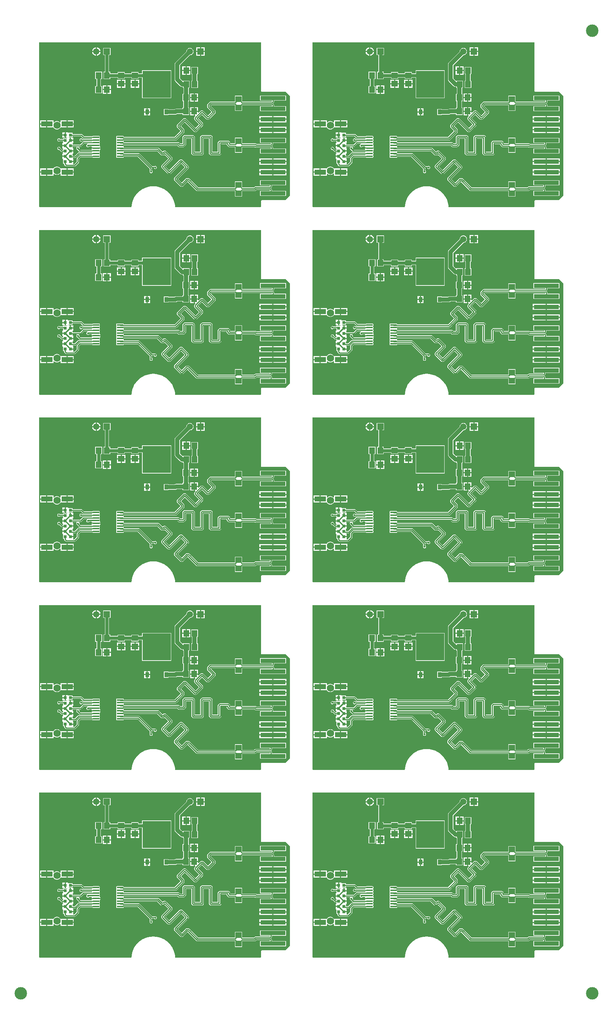
<source format=gbr>
%TF.GenerationSoftware,Altium Limited,Altium Designer,23.9.2 (47)*%
G04 Layer_Physical_Order=1*
G04 Layer_Color=255*
%FSLAX45Y45*%
%MOMM*%
%TF.SameCoordinates,AD479AB8-1AF9-481E-9C01-A3E3F564F201*%
%TF.FilePolarity,Positive*%
%TF.FileFunction,Copper,L1,Top,Signal*%
%TF.Part,CustomerPanel*%
G01*
G75*
%TA.AperFunction,SMDPad,CuDef*%
%ADD10C,3.00000*%
%ADD11R,6.00000X1.00000*%
%TA.AperFunction,BGAPad,CuDef*%
%ADD12R,0.80000X0.80000*%
%TA.AperFunction,ConnectorPad*%
%ADD13R,2.70000X1.20000*%
%TA.AperFunction,SMDPad,CuDef*%
%ADD14R,6.73100X6.50240*%
%ADD15R,0.88900X1.21920*%
%ADD16R,1.50000X1.40000*%
%ADD17R,1.40000X1.50000*%
G04:AMPARAMS|DCode=18|XSize=1.57mm|YSize=0.41mm|CornerRadius=0.05125mm|HoleSize=0mm|Usage=FLASHONLY|Rotation=180.000|XOffset=0mm|YOffset=0mm|HoleType=Round|Shape=RoundedRectangle|*
%AMROUNDEDRECTD18*
21,1,1.57000,0.30750,0,0,180.0*
21,1,1.46750,0.41000,0,0,180.0*
1,1,0.10250,-0.73375,0.15375*
1,1,0.10250,0.73375,0.15375*
1,1,0.10250,0.73375,-0.15375*
1,1,0.10250,-0.73375,-0.15375*
%
%ADD18ROUNDEDRECTD18*%
%TA.AperFunction,Conductor*%
%ADD19C,0.30000*%
%ADD20C,0.25000*%
%ADD21C,0.75000*%
%ADD22C,1.00000*%
%ADD23C,0.24200*%
%ADD24C,0.38100*%
%TA.AperFunction,ComponentPad*%
%ADD25C,1.75000*%
%ADD26C,1.50000*%
%ADD27R,1.50000X1.50000*%
%TA.AperFunction,ViaPad*%
%ADD28C,0.50000*%
G36*
X19552969Y29355801D02*
X19554675Y29347217D01*
X19559538Y29339938D01*
X19566817Y29335077D01*
X19575400Y29333368D01*
X20150310D01*
X20251469Y29232208D01*
Y26837790D01*
X20143959Y26730280D01*
X19581750D01*
X19573166Y26728574D01*
X19565889Y26723712D01*
X19559538Y26717361D01*
X19554675Y26710083D01*
X19552969Y26701501D01*
Y26571091D01*
X19540709Y26558832D01*
X17491556D01*
X17488527Y26605035D01*
X17475108Y26672495D01*
X17453000Y26737625D01*
X17422578Y26799313D01*
X17384366Y26856503D01*
X17339015Y26908215D01*
X17287302Y26953568D01*
X17230113Y26991779D01*
X17168425Y27022198D01*
X17103294Y27044308D01*
X17035834Y27057727D01*
X16967200Y27062225D01*
X16898566Y27057727D01*
X16831107Y27044308D01*
X16765974Y27022198D01*
X16704288Y26991779D01*
X16647098Y26953568D01*
X16595386Y26908215D01*
X16550034Y26856503D01*
X16511823Y26799313D01*
X16481400Y26737625D01*
X16459291Y26672495D01*
X16445872Y26605035D01*
X16442844Y26558832D01*
X14237991D01*
X14225731Y26571091D01*
Y28911301D01*
Y30514468D01*
X19552969D01*
Y29355801D01*
D02*
G37*
G36*
X12982368D02*
X12984076Y29347217D01*
X12988939Y29339938D01*
X12996216Y29335077D01*
X13004800Y29333368D01*
X13579709D01*
X13680869Y29232208D01*
Y26837790D01*
X13573360Y26730280D01*
X13011150D01*
X13002567Y26728574D01*
X12995290Y26723712D01*
X12988939Y26717361D01*
X12984076Y26710083D01*
X12982368Y26701501D01*
Y26571091D01*
X12970110Y26558832D01*
X10920956D01*
X10917927Y26605035D01*
X10904509Y26672495D01*
X10882400Y26737625D01*
X10851978Y26799313D01*
X10813766Y26856503D01*
X10768415Y26908215D01*
X10716702Y26953568D01*
X10659513Y26991779D01*
X10597825Y27022198D01*
X10532694Y27044308D01*
X10465234Y27057727D01*
X10396600Y27062225D01*
X10327966Y27057727D01*
X10260506Y27044308D01*
X10195375Y27022198D01*
X10133687Y26991779D01*
X10076498Y26953568D01*
X10024785Y26908215D01*
X9979434Y26856503D01*
X9941222Y26799313D01*
X9910800Y26737625D01*
X9888691Y26672495D01*
X9875273Y26605035D01*
X9872244Y26558832D01*
X7667391D01*
X7655131Y26571091D01*
Y28911301D01*
Y30514468D01*
X12982368D01*
Y29355801D01*
D02*
G37*
G36*
X19552969Y24855299D02*
X19554675Y24846716D01*
X19559538Y24839439D01*
X19566817Y24834576D01*
X19575400Y24832869D01*
X20150310D01*
X20251469Y24731709D01*
Y22337291D01*
X20143959Y22229781D01*
X19581750D01*
X19573166Y22228075D01*
X19565889Y22223212D01*
X19559538Y22216861D01*
X19554675Y22209584D01*
X19552969Y22200999D01*
Y22070592D01*
X19540709Y22058331D01*
X17491556D01*
X17488527Y22104533D01*
X17475108Y22171994D01*
X17453000Y22237125D01*
X17422578Y22298813D01*
X17384366Y22356003D01*
X17339015Y22407715D01*
X17287302Y22453065D01*
X17230113Y22491278D01*
X17168425Y22521700D01*
X17103294Y22543810D01*
X17035834Y22557227D01*
X16967200Y22561726D01*
X16898566Y22557227D01*
X16831107Y22543810D01*
X16765974Y22521700D01*
X16704288Y22491278D01*
X16647098Y22453065D01*
X16595386Y22407715D01*
X16550034Y22356003D01*
X16511823Y22298813D01*
X16481400Y22237125D01*
X16459291Y22171994D01*
X16445872Y22104533D01*
X16442844Y22058331D01*
X14237991D01*
X14225731Y22070592D01*
Y24410800D01*
Y26013968D01*
X19552969D01*
Y24855299D01*
D02*
G37*
G36*
X12982368D02*
X12984076Y24846716D01*
X12988939Y24839439D01*
X12996216Y24834576D01*
X13004800Y24832869D01*
X13579709D01*
X13680869Y24731709D01*
Y22337291D01*
X13573360Y22229781D01*
X13011150D01*
X13002567Y22228075D01*
X12995290Y22223212D01*
X12988939Y22216861D01*
X12984076Y22209584D01*
X12982368Y22200999D01*
Y22070592D01*
X12970110Y22058331D01*
X10920956D01*
X10917927Y22104533D01*
X10904509Y22171994D01*
X10882400Y22237125D01*
X10851978Y22298813D01*
X10813766Y22356003D01*
X10768415Y22407715D01*
X10716702Y22453065D01*
X10659513Y22491278D01*
X10597825Y22521700D01*
X10532694Y22543810D01*
X10465234Y22557227D01*
X10396600Y22561726D01*
X10327966Y22557227D01*
X10260506Y22543810D01*
X10195375Y22521700D01*
X10133687Y22491278D01*
X10076498Y22453065D01*
X10024785Y22407715D01*
X9979434Y22356003D01*
X9941222Y22298813D01*
X9910800Y22237125D01*
X9888691Y22171994D01*
X9875273Y22104533D01*
X9872244Y22058331D01*
X7667391D01*
X7655131Y22070592D01*
Y24410800D01*
Y26013968D01*
X12982368D01*
Y24855299D01*
D02*
G37*
G36*
X19552969Y20354800D02*
X19554675Y20346216D01*
X19559538Y20338939D01*
X19566817Y20334076D01*
X19575400Y20332368D01*
X20150310D01*
X20251469Y20231209D01*
Y17836790D01*
X20143959Y17729282D01*
X19581750D01*
X19573166Y17727574D01*
X19565889Y17722711D01*
X19559538Y17716360D01*
X19554675Y17709084D01*
X19552969Y17700500D01*
Y17570091D01*
X19540709Y17557831D01*
X17491556D01*
X17488527Y17604034D01*
X17475108Y17671494D01*
X17453000Y17736626D01*
X17422578Y17798312D01*
X17384366Y17855502D01*
X17339015Y17907214D01*
X17287302Y17952567D01*
X17230113Y17990778D01*
X17168425Y18021201D01*
X17103294Y18043309D01*
X17035834Y18056728D01*
X16967200Y18061226D01*
X16898566Y18056728D01*
X16831107Y18043309D01*
X16765974Y18021201D01*
X16704288Y17990778D01*
X16647098Y17952567D01*
X16595386Y17907214D01*
X16550034Y17855502D01*
X16511823Y17798312D01*
X16481400Y17736626D01*
X16459291Y17671494D01*
X16445872Y17604034D01*
X16442844Y17557831D01*
X14237991D01*
X14225731Y17570091D01*
Y19910300D01*
Y21513469D01*
X19552969D01*
Y20354800D01*
D02*
G37*
G36*
X12982368D02*
X12984076Y20346216D01*
X12988939Y20338939D01*
X12996216Y20334076D01*
X13004800Y20332368D01*
X13579709D01*
X13680869Y20231209D01*
Y17836790D01*
X13573360Y17729282D01*
X13011150D01*
X13002567Y17727574D01*
X12995290Y17722711D01*
X12988939Y17716360D01*
X12984076Y17709084D01*
X12982368Y17700500D01*
Y17570091D01*
X12970110Y17557831D01*
X10920956D01*
X10917927Y17604034D01*
X10904509Y17671494D01*
X10882400Y17736626D01*
X10851978Y17798312D01*
X10813766Y17855502D01*
X10768415Y17907214D01*
X10716702Y17952567D01*
X10659513Y17990778D01*
X10597825Y18021201D01*
X10532694Y18043309D01*
X10465234Y18056728D01*
X10396600Y18061226D01*
X10327966Y18056728D01*
X10260506Y18043309D01*
X10195375Y18021201D01*
X10133687Y17990778D01*
X10076498Y17952567D01*
X10024785Y17907214D01*
X9979434Y17855502D01*
X9941222Y17798312D01*
X9910800Y17736626D01*
X9888691Y17671494D01*
X9875273Y17604034D01*
X9872244Y17557831D01*
X7667391D01*
X7655131Y17570091D01*
Y19910300D01*
Y21513469D01*
X12982368D01*
Y20354800D01*
D02*
G37*
G36*
X19552969Y15854300D02*
X19554675Y15845715D01*
X19559538Y15838438D01*
X19566817Y15833575D01*
X19575400Y15831870D01*
X20150310D01*
X20251469Y15730708D01*
Y13336292D01*
X20143959Y13228781D01*
X19581750D01*
X19573166Y13227074D01*
X19565889Y13222211D01*
X19559538Y13215862D01*
X19554675Y13208585D01*
X19552969Y13200000D01*
Y13069591D01*
X19540709Y13057330D01*
X17491556D01*
X17488527Y13103534D01*
X17475108Y13170995D01*
X17453000Y13236125D01*
X17422578Y13297813D01*
X17384366Y13355003D01*
X17339015Y13406715D01*
X17287302Y13452066D01*
X17230113Y13490279D01*
X17168425Y13520700D01*
X17103294Y13542809D01*
X17035834Y13556227D01*
X16967200Y13560725D01*
X16898566Y13556227D01*
X16831107Y13542809D01*
X16765974Y13520700D01*
X16704288Y13490279D01*
X16647098Y13452066D01*
X16595386Y13406715D01*
X16550034Y13355003D01*
X16511823Y13297813D01*
X16481400Y13236125D01*
X16459291Y13170995D01*
X16445872Y13103534D01*
X16442844Y13057330D01*
X14237991D01*
X14225731Y13069591D01*
Y15409801D01*
Y17012968D01*
X19552969D01*
Y15854300D01*
D02*
G37*
G36*
X12982368D02*
X12984076Y15845715D01*
X12988939Y15838438D01*
X12996216Y15833575D01*
X13004800Y15831870D01*
X13579709D01*
X13680869Y15730708D01*
Y13336292D01*
X13573360Y13228781D01*
X13011150D01*
X13002567Y13227074D01*
X12995290Y13222211D01*
X12988939Y13215862D01*
X12984076Y13208585D01*
X12982368Y13200000D01*
Y13069591D01*
X12970110Y13057330D01*
X10920956D01*
X10917927Y13103534D01*
X10904509Y13170995D01*
X10882400Y13236125D01*
X10851978Y13297813D01*
X10813766Y13355003D01*
X10768415Y13406715D01*
X10716702Y13452066D01*
X10659513Y13490279D01*
X10597825Y13520700D01*
X10532694Y13542809D01*
X10465234Y13556227D01*
X10396600Y13560725D01*
X10327966Y13556227D01*
X10260506Y13542809D01*
X10195375Y13520700D01*
X10133687Y13490279D01*
X10076498Y13452066D01*
X10024785Y13406715D01*
X9979434Y13355003D01*
X9941222Y13297813D01*
X9910800Y13236125D01*
X9888691Y13170995D01*
X9875273Y13103534D01*
X9872244Y13057330D01*
X7667391D01*
X7655131Y13069591D01*
Y15409801D01*
Y17012968D01*
X12982368D01*
Y15854300D01*
D02*
G37*
G36*
X19552969Y11353800D02*
X19554675Y11345216D01*
X19559538Y11337939D01*
X19566817Y11333076D01*
X19575400Y11331369D01*
X20150310D01*
X20251469Y11230209D01*
Y8835791D01*
X20143959Y8728281D01*
X19581750D01*
X19573166Y8726574D01*
X19565889Y8721711D01*
X19559538Y8715361D01*
X19554675Y8708084D01*
X19552969Y8699500D01*
Y8569091D01*
X19540709Y8556831D01*
X17491556D01*
X17488527Y8603034D01*
X17475108Y8670494D01*
X17453000Y8735625D01*
X17422578Y8797313D01*
X17384366Y8854502D01*
X17339015Y8906215D01*
X17287302Y8951566D01*
X17230113Y8989778D01*
X17168425Y9020200D01*
X17103294Y9042309D01*
X17035834Y9055727D01*
X16967200Y9060226D01*
X16898566Y9055727D01*
X16831107Y9042309D01*
X16765974Y9020200D01*
X16704288Y8989778D01*
X16647098Y8951566D01*
X16595386Y8906215D01*
X16550034Y8854502D01*
X16511823Y8797313D01*
X16481400Y8735625D01*
X16459291Y8670494D01*
X16445872Y8603034D01*
X16442844Y8556831D01*
X14237991D01*
X14225731Y8569091D01*
Y10909300D01*
Y12512469D01*
X19552969D01*
Y11353800D01*
D02*
G37*
G36*
X12982368D02*
X12984076Y11345216D01*
X12988939Y11337939D01*
X12996216Y11333076D01*
X13004800Y11331369D01*
X13579709D01*
X13680869Y11230209D01*
Y8835791D01*
X13573360Y8728281D01*
X13011150D01*
X13002567Y8726574D01*
X12995290Y8721711D01*
X12988939Y8715361D01*
X12984076Y8708084D01*
X12982368Y8699500D01*
Y8569091D01*
X12970110Y8556831D01*
X10920956D01*
X10917927Y8603034D01*
X10904509Y8670494D01*
X10882400Y8735625D01*
X10851978Y8797313D01*
X10813766Y8854502D01*
X10768415Y8906215D01*
X10716702Y8951566D01*
X10659513Y8989778D01*
X10597825Y9020200D01*
X10532694Y9042309D01*
X10465234Y9055727D01*
X10396600Y9060226D01*
X10327966Y9055727D01*
X10260506Y9042309D01*
X10195375Y9020200D01*
X10133687Y8989778D01*
X10076498Y8951566D01*
X10024785Y8906215D01*
X9979434Y8854502D01*
X9941222Y8797313D01*
X9910800Y8735625D01*
X9888691Y8670494D01*
X9875273Y8603034D01*
X9872244Y8556831D01*
X7667391D01*
X7655131Y8569091D01*
Y10909300D01*
Y12512469D01*
X12982368D01*
Y11353800D01*
D02*
G37*
%LPC*%
G36*
X18202600Y30395999D02*
X18114900D01*
Y30308301D01*
X18202600D01*
Y30395999D01*
D02*
G37*
G36*
X15611919D02*
X15611400D01*
Y30308301D01*
X15699100D01*
Y30308817D01*
X15692258Y30334354D01*
X15679041Y30357248D01*
X15660347Y30375940D01*
X15637453Y30389157D01*
X15611919Y30395999D01*
D02*
G37*
G36*
X15586000D02*
X15585481D01*
X15559947Y30389157D01*
X15537053Y30375940D01*
X15518359Y30357248D01*
X15505142Y30334354D01*
X15498300Y30308817D01*
Y30308301D01*
X15586000D01*
Y30395999D01*
D02*
G37*
G36*
X18089500D02*
X18001801D01*
Y30308301D01*
X18089500D01*
Y30395999D01*
D02*
G37*
G36*
X18202600Y30282901D02*
X18114900D01*
Y30195200D01*
X18202600D01*
Y30282901D01*
D02*
G37*
G36*
X18089500D02*
X18001801D01*
Y30195200D01*
X18089500D01*
Y30282901D01*
D02*
G37*
G36*
X15699100D02*
X15611400D01*
Y30195200D01*
X15611919D01*
X15637453Y30202042D01*
X15660347Y30215259D01*
X15679041Y30233954D01*
X15692258Y30256848D01*
X15699100Y30282382D01*
Y30282901D01*
D02*
G37*
G36*
X15586000D02*
X15498300D01*
Y30282382D01*
X15505142Y30256848D01*
X15518359Y30233954D01*
X15537053Y30215259D01*
X15559947Y30202042D01*
X15585481Y30195200D01*
X15586000D01*
Y30282901D01*
D02*
G37*
G36*
X17854700Y29938800D02*
X17772000D01*
Y29851099D01*
X17854700D01*
Y29938800D01*
D02*
G37*
G36*
X17746600D02*
X17663901D01*
Y29851099D01*
X17746600D01*
Y29938800D01*
D02*
G37*
G36*
X17854700Y29825699D02*
X17772000D01*
Y29738000D01*
X17854700D01*
Y29825699D01*
D02*
G37*
G36*
X17746600D02*
X17663901D01*
Y29738000D01*
X17746600D01*
Y29825699D01*
D02*
G37*
G36*
X16627800Y29617899D02*
X16540100D01*
Y29535202D01*
X16627800D01*
Y29617899D01*
D02*
G37*
G36*
X16297600D02*
X16209900D01*
Y29535202D01*
X16297600D01*
Y29617899D01*
D02*
G37*
G36*
X16514700D02*
X16427000D01*
Y29535202D01*
X16514700D01*
Y29617899D01*
D02*
G37*
G36*
X16184500D02*
X16096800D01*
Y29535202D01*
X16184500D01*
Y29617899D01*
D02*
G37*
G36*
X16627800Y29509802D02*
X16540100D01*
Y29427100D01*
X16627800D01*
Y29509802D01*
D02*
G37*
G36*
X16514700D02*
X16427000D01*
Y29427100D01*
X16514700D01*
Y29509802D01*
D02*
G37*
G36*
X16297600D02*
X16209900D01*
Y29427100D01*
X16297600D01*
Y29509802D01*
D02*
G37*
G36*
X16184500D02*
X16096800D01*
Y29427100D01*
X16184500D01*
Y29509802D01*
D02*
G37*
G36*
X18041299Y29925400D02*
X17877299D01*
Y29751401D01*
X17896086D01*
Y29595200D01*
X17877299D01*
Y29421201D01*
X18041299D01*
Y29595200D01*
X18022514D01*
Y29751401D01*
X18041299D01*
Y29925400D01*
D02*
G37*
G36*
X15948100Y29481601D02*
X15865401D01*
Y29393900D01*
X15948100D01*
Y29481601D01*
D02*
G37*
G36*
X15839999D02*
X15757300D01*
Y29393900D01*
X15839999D01*
Y29481601D01*
D02*
G37*
G36*
X15734700Y29809500D02*
X15570700D01*
Y29635501D01*
X15602229D01*
Y29468201D01*
X15570700D01*
Y29294199D01*
X15734700D01*
Y29468201D01*
X15703169D01*
Y29635501D01*
X15734700D01*
Y29809500D01*
D02*
G37*
G36*
X15948100Y29368500D02*
X15865401D01*
Y29280801D01*
X15948100D01*
Y29368500D01*
D02*
G37*
G36*
X15839999D02*
X15757300D01*
Y29280801D01*
X15839999D01*
Y29368500D01*
D02*
G37*
G36*
X18045200Y29291101D02*
X17962500D01*
Y29203400D01*
X18045200D01*
Y29291101D01*
D02*
G37*
G36*
X17937100D02*
X17854401D01*
Y29203400D01*
X17937100D01*
Y29291101D01*
D02*
G37*
G36*
X15939700Y30382599D02*
X15765700D01*
Y30208600D01*
X15802229D01*
Y29809500D01*
X15770700D01*
Y29635501D01*
X15934700D01*
Y29672031D01*
X16110201D01*
Y29640500D01*
X16284200D01*
Y29672031D01*
X16440401D01*
Y29640500D01*
X16614400D01*
Y29672031D01*
X16699550D01*
Y29173621D01*
X17396651D01*
Y29847861D01*
X16699550D01*
Y29772971D01*
X16614400D01*
Y29804501D01*
X16440401D01*
Y29772971D01*
X16284200D01*
Y29804501D01*
X16110201D01*
Y29772971D01*
X15934700D01*
Y29809500D01*
X15903169D01*
Y30208600D01*
X15939700D01*
Y30382599D01*
D02*
G37*
G36*
X20154100Y29239999D02*
X19530099D01*
Y29116000D01*
X19817528D01*
Y29094022D01*
X19103889D01*
X19103600Y29095474D01*
Y29232999D01*
X18929601D01*
Y29095474D01*
X18929311Y29094022D01*
X18337833D01*
X18328429Y29092151D01*
X18320457Y29086826D01*
X18295016Y29061386D01*
X18295016Y29061383D01*
X18268008Y29034378D01*
X18262683Y29026404D01*
X18260812Y29017001D01*
Y28966385D01*
X18262683Y28956982D01*
X18268008Y28949011D01*
X18366747Y28850272D01*
X18277754Y28761279D01*
X18168993Y28870041D01*
X18161021Y28875366D01*
X18151617Y28877237D01*
X18121049D01*
X18111646Y28875366D01*
X18103674Y28870041D01*
X18056934Y28823300D01*
X18045200Y28828159D01*
Y28847800D01*
X17962500D01*
Y28760101D01*
X17977139D01*
X17982001Y28748367D01*
X17958315Y28724680D01*
X17952988Y28716708D01*
X17951117Y28707306D01*
Y28676736D01*
X17952988Y28667334D01*
X17958315Y28659363D01*
X18067076Y28550601D01*
X17978082Y28461606D01*
X17752782Y28686908D01*
X17752782Y28686908D01*
X17744809Y28692236D01*
X17735405Y28694104D01*
X17704837D01*
X17695433Y28692236D01*
X17687462Y28686908D01*
X17542102Y28541550D01*
X17536777Y28533578D01*
X17534904Y28524173D01*
Y28493604D01*
X17536777Y28484201D01*
X17542102Y28476230D01*
X17625983Y28392349D01*
X17520317Y28286685D01*
X17520316Y28286685D01*
X17481255Y28247623D01*
X16257535D01*
Y28252475D01*
X16256206Y28259158D01*
X16252422Y28264822D01*
X16246758Y28268607D01*
X16240076Y28269934D01*
X16093324D01*
X16086642Y28268607D01*
X16080978Y28264822D01*
X16077194Y28259158D01*
X16075864Y28252475D01*
Y28221725D01*
X16077194Y28215042D01*
X16080978Y28209378D01*
Y28199820D01*
X16077194Y28194156D01*
X16075864Y28187476D01*
Y28156726D01*
X16077194Y28150043D01*
X16080978Y28144379D01*
Y28134821D01*
X16077194Y28129156D01*
X16075864Y28122476D01*
Y28091724D01*
X16077194Y28085043D01*
X16080978Y28079379D01*
Y28069821D01*
X16077194Y28064157D01*
X16075864Y28057474D01*
Y28026724D01*
X16077194Y28020044D01*
X16080978Y28014380D01*
Y28004822D01*
X16077194Y27999158D01*
X16075864Y27992474D01*
Y27961725D01*
X16077194Y27955042D01*
X16080978Y27949380D01*
Y27939822D01*
X16077194Y27934158D01*
X16075864Y27927475D01*
Y27896725D01*
X16077194Y27890045D01*
X16080978Y27884378D01*
Y27874820D01*
X16077194Y27869156D01*
X16075864Y27862476D01*
Y27831726D01*
X16077194Y27825043D01*
X16080978Y27819379D01*
Y27809821D01*
X16077194Y27804156D01*
X16075864Y27797476D01*
Y27766724D01*
X16077194Y27760043D01*
X16080978Y27754379D01*
X16086642Y27750595D01*
X16093324Y27749265D01*
X16240076D01*
X16246758Y27750595D01*
X16252422Y27754379D01*
X16256206Y27760043D01*
X16257535Y27766724D01*
Y27771579D01*
X16594711D01*
X16880466Y27485825D01*
Y27426102D01*
X16878310Y27420895D01*
Y27406177D01*
X16883942Y27392578D01*
X16894350Y27382169D01*
X16907948Y27376535D01*
X16922668D01*
X16936269Y27382169D01*
X16946677Y27392578D01*
X16952309Y27406177D01*
Y27420895D01*
X16946677Y27434494D01*
X16936269Y27444904D01*
X16929610Y27447659D01*
Y27485257D01*
X16930962Y27496170D01*
X16941875Y27497522D01*
X16979472D01*
X16982230Y27490866D01*
X16992638Y27480457D01*
X17006236Y27474823D01*
X17020956D01*
X17034555Y27480457D01*
X17044965Y27490866D01*
X17050597Y27504465D01*
Y27519183D01*
X17044965Y27532782D01*
X17034555Y27543192D01*
X17020956Y27548822D01*
X17006236D01*
X17001031Y27546667D01*
X16941309D01*
X16637550Y27850424D01*
X16629578Y27855753D01*
X16620175Y27857623D01*
X16257535D01*
Y27862476D01*
X16256206Y27869156D01*
X16252422Y27874820D01*
Y27884378D01*
X16256206Y27890045D01*
X16257535Y27896725D01*
Y27901578D01*
X17058572D01*
X17148550Y27811600D01*
X17156522Y27806274D01*
X17165926Y27804404D01*
X17216542D01*
X17225945Y27806274D01*
X17233917Y27811600D01*
X17239867Y27817551D01*
X17328860Y27728558D01*
X17171465Y27571161D01*
X17166138Y27563190D01*
X17164268Y27553787D01*
Y27523218D01*
X17166138Y27513815D01*
X17171465Y27505841D01*
X17316824Y27360483D01*
X17324796Y27355157D01*
X17334200Y27353284D01*
X17364767D01*
X17374171Y27355157D01*
X17382143Y27360483D01*
X17632327Y27610666D01*
X17721320Y27521671D01*
X17471136Y27271490D01*
X17465810Y27263516D01*
X17463940Y27254114D01*
Y27223547D01*
X17465810Y27214142D01*
X17471136Y27206171D01*
X17616496Y27060812D01*
X17624467Y27055484D01*
X17633871Y27053613D01*
X17664439D01*
X17673843Y27055484D01*
X17681815Y27060812D01*
X17790259Y27169254D01*
X17799557Y27160593D01*
X18002374Y26957776D01*
X18010345Y26952448D01*
X18019749Y26950577D01*
X18929311D01*
X18929601Y26949124D01*
Y26811600D01*
X19103600D01*
Y26949124D01*
X19103889Y26950577D01*
X19409700D01*
X19419102Y26952448D01*
X19427075Y26957776D01*
X19445277Y26975977D01*
X19766728D01*
Y26954001D01*
X19530099D01*
Y26829999D01*
X20154100D01*
Y26954001D01*
X19815872D01*
Y26986374D01*
X19814001Y26995776D01*
X19808675Y27003748D01*
X19802097Y27010327D01*
X19795337Y27019000D01*
X19802097Y27027673D01*
X19808675Y27034250D01*
X19814001Y27042224D01*
X19815872Y27051627D01*
Y27084000D01*
X20154100D01*
Y27207999D01*
X19530099D01*
Y27084000D01*
X19766728D01*
Y27062021D01*
X19419815D01*
X19410413Y27060153D01*
X19402440Y27054825D01*
X19384238Y27036621D01*
X19103889D01*
X19103600Y27038074D01*
Y27175601D01*
X18929601D01*
Y27038074D01*
X18929311Y27036621D01*
X18045212D01*
X17860268Y27221567D01*
X17860268Y27221567D01*
X17833260Y27248575D01*
X17825288Y27253900D01*
X17815884Y27255771D01*
X17765269D01*
X17755865Y27253900D01*
X17747894Y27248575D01*
X17649156Y27149835D01*
X17560162Y27238831D01*
X17810345Y27489014D01*
X17815672Y27496985D01*
X17817543Y27506387D01*
Y27536957D01*
X17815672Y27546359D01*
X17810345Y27554333D01*
X17664986Y27699692D01*
X17657014Y27705017D01*
X17647610Y27706888D01*
X17617043D01*
X17607639Y27705017D01*
X17599667Y27699692D01*
X17349484Y27449509D01*
X17260490Y27538501D01*
X17417886Y27695898D01*
X17423213Y27703870D01*
X17425084Y27713272D01*
Y27743842D01*
X17423213Y27753244D01*
X17417886Y27761218D01*
X17272527Y27906577D01*
X17264555Y27911902D01*
X17255151Y27913773D01*
X17224583D01*
X17215179Y27911902D01*
X17207208Y27906577D01*
X17191232Y27890601D01*
X17101408Y27980426D01*
X17093437Y27985751D01*
X17084035Y27987622D01*
X16257535D01*
Y27992474D01*
X16256206Y27999158D01*
X16252422Y28004822D01*
Y28014380D01*
X16256206Y28020044D01*
X16257535Y28026724D01*
Y28031577D01*
X17549573D01*
X17569275Y28011874D01*
X17577248Y28006549D01*
X17586650Y28004678D01*
X17695892D01*
X17705296Y28006549D01*
X17713269Y28011874D01*
X17749060Y28047668D01*
X17754387Y28055637D01*
X17756258Y28065042D01*
Y28204678D01*
X17882114D01*
Y27850867D01*
X17883984Y27841461D01*
X17889310Y27833490D01*
X17910925Y27811874D01*
X17918898Y27806549D01*
X17928300Y27804678D01*
X18133870D01*
X18143272Y27806549D01*
X18151245Y27811874D01*
X18172861Y27833490D01*
X18178188Y27841461D01*
X18180058Y27850867D01*
Y28204678D01*
X18305914D01*
Y27850867D01*
X18307784Y27841461D01*
X18313110Y27833490D01*
X18334726Y27811874D01*
X18342699Y27806549D01*
X18352101Y27804678D01*
X18557671D01*
X18567075Y27806549D01*
X18575046Y27811874D01*
X18596661Y27833490D01*
X18601988Y27841461D01*
X18603857Y27850867D01*
Y28070145D01*
X18729713D01*
Y28065042D01*
X18731586Y28055637D01*
X18736911Y28047668D01*
X18772704Y28011874D01*
X18780675Y28006549D01*
X18790079Y28004678D01*
X18929311D01*
X18929601Y28003226D01*
Y27865701D01*
X19103600D01*
Y28003226D01*
X19103889Y28004678D01*
X19403288D01*
X19408791Y27999176D01*
X19416762Y27993848D01*
X19426166Y27991977D01*
X19792128D01*
Y27970001D01*
X19530099D01*
Y27845999D01*
X20154100D01*
Y27970001D01*
X19841272D01*
Y28002374D01*
X19839401Y28011777D01*
X19834074Y28019748D01*
X19827496Y28026328D01*
X19820737Y28035001D01*
X19827496Y28043674D01*
X19834074Y28050250D01*
X19839401Y28058224D01*
X19841272Y28067627D01*
Y28100000D01*
X20154100D01*
Y28223999D01*
X19530099D01*
Y28100000D01*
X19792128D01*
Y28078021D01*
X19451628D01*
X19446124Y28083524D01*
X19438153Y28088852D01*
X19428751Y28090723D01*
X19103889D01*
X19103600Y28092175D01*
Y28229700D01*
X18929601D01*
Y28092175D01*
X18929311Y28090723D01*
X18815759D01*
Y28110001D01*
X18813889Y28119403D01*
X18808562Y28127377D01*
X18786946Y28148993D01*
X18778973Y28154318D01*
X18769571Y28156189D01*
X18564001D01*
X18554597Y28154318D01*
X18546626Y28148993D01*
X18525011Y28127377D01*
X18519684Y28119403D01*
X18517815Y28110001D01*
Y27890723D01*
X18391959D01*
Y28244534D01*
X18390088Y28253937D01*
X18384761Y28261911D01*
X18363145Y28283524D01*
X18355174Y28288852D01*
X18345770Y28290723D01*
X18140201D01*
X18130798Y28288852D01*
X18122826Y28283524D01*
X18101210Y28261911D01*
X18095885Y28253937D01*
X18094012Y28244534D01*
Y27890723D01*
X17968158D01*
Y28244534D01*
X17966287Y28253937D01*
X17960960Y28261911D01*
X17939345Y28283524D01*
X17931374Y28288852D01*
X17921970Y28290723D01*
X17716402D01*
X17706998Y28288852D01*
X17699026Y28283524D01*
X17677409Y28261911D01*
X17672083Y28253937D01*
X17670213Y28244534D01*
Y28090723D01*
X17612112D01*
X17592410Y28110425D01*
X17584438Y28115753D01*
X17575035Y28117621D01*
X16257535D01*
Y28122476D01*
X16256206Y28129156D01*
X16252422Y28134821D01*
Y28144379D01*
X16256206Y28150043D01*
X16257535Y28156726D01*
Y28161578D01*
X17506717D01*
X17516121Y28163449D01*
X17524092Y28168774D01*
X17581158Y28225842D01*
X17581158Y28225842D01*
X17704984Y28349667D01*
X17710310Y28357639D01*
X17712181Y28367041D01*
Y28417657D01*
X17710310Y28427063D01*
X17704984Y28435034D01*
X17704984Y28435034D01*
X17631128Y28508890D01*
X17720120Y28597882D01*
X17945422Y28372580D01*
X17953394Y28367255D01*
X17962798Y28365384D01*
X17993365D01*
X18002769Y28367255D01*
X18010741Y28372580D01*
X18107323Y28469162D01*
X18107323Y28469162D01*
X18156100Y28517941D01*
X18161427Y28525912D01*
X18163298Y28535315D01*
Y28565884D01*
X18161427Y28575287D01*
X18156100Y28583261D01*
X18047340Y28692020D01*
X18136333Y28781015D01*
X18245094Y28672253D01*
X18253067Y28666925D01*
X18262469Y28665057D01*
X18293037D01*
X18302441Y28666925D01*
X18310413Y28672253D01*
X18455772Y28817612D01*
X18461099Y28825583D01*
X18462970Y28834988D01*
Y28865555D01*
X18461099Y28874960D01*
X18455772Y28882932D01*
X18347331Y28991373D01*
X18355991Y29000674D01*
X18363295Y29007977D01*
X18929311D01*
X18929601Y29006525D01*
Y28869000D01*
X19103600D01*
Y29006525D01*
X19103889Y29007977D01*
X19817528D01*
Y28985999D01*
X19530099D01*
Y28862000D01*
X20154100D01*
Y28985999D01*
X19866672D01*
Y29018375D01*
X19864803Y29027777D01*
X19859476Y29035748D01*
X19852898Y29042328D01*
X19846136Y29051001D01*
X19852898Y29059674D01*
X19859476Y29066251D01*
X19864803Y29074222D01*
X19866672Y29083627D01*
Y29116000D01*
X20154100D01*
Y29239999D01*
D02*
G37*
G36*
X18045200Y29178000D02*
X17962500D01*
Y29090302D01*
X18045200D01*
Y29178000D01*
D02*
G37*
G36*
X17937100D02*
X17854401D01*
Y29090302D01*
X17937100D01*
Y29178000D01*
D02*
G37*
G36*
X17859654Y30382599D02*
X17836746D01*
X17814619Y30376672D01*
X17794781Y30365216D01*
X17778583Y30349020D01*
X17767130Y30329181D01*
X17761200Y30307053D01*
Y30297998D01*
X17498701Y30035498D01*
X17484998Y30014990D01*
X17480186Y29990799D01*
Y29622501D01*
X17484998Y29598309D01*
X17498701Y29577802D01*
X17613000Y29463501D01*
X17633508Y29449799D01*
X17657700Y29444986D01*
X17677299D01*
Y29421201D01*
X17691335D01*
Y29277701D01*
X17667799D01*
Y29103699D01*
X17686584D01*
Y28947501D01*
X17667799D01*
Y28923715D01*
X17517999D01*
X17493810Y28918903D01*
X17478201Y28908475D01*
X17333150D01*
Y28918219D01*
X17220250D01*
Y28772299D01*
X17333150D01*
Y28782047D01*
X17502760D01*
X17526952Y28786859D01*
X17542558Y28797287D01*
X17667799D01*
Y28773499D01*
X17831799D01*
Y28947501D01*
X17813014D01*
Y29103699D01*
X17831799D01*
Y29277701D01*
X17817764D01*
Y29421201D01*
X17841299D01*
Y29595200D01*
X17677299D01*
Y29594592D01*
X17665567Y29589731D01*
X17606615Y29648685D01*
Y29964615D01*
X17850600Y30208600D01*
X17859654D01*
X17881781Y30214529D01*
X17901619Y30225983D01*
X17917818Y30242181D01*
X17929271Y30262018D01*
X17935201Y30284146D01*
Y30307053D01*
X17929271Y30329181D01*
X17917818Y30349020D01*
X17901619Y30365216D01*
X17881781Y30376672D01*
X17859654Y30382599D01*
D02*
G37*
G36*
X18045200Y28960901D02*
X17962500D01*
Y28873199D01*
X18045200D01*
Y28960901D01*
D02*
G37*
G36*
X17937100D02*
X17854401D01*
Y28873199D01*
X17937100D01*
Y28960901D01*
D02*
G37*
G36*
X16889349Y28931619D02*
X16832201D01*
Y28857959D01*
X16889349D01*
Y28931619D01*
D02*
G37*
G36*
X16806799D02*
X16749651D01*
Y28857959D01*
X16806799D01*
Y28931619D01*
D02*
G37*
G36*
X17937100Y28847800D02*
X17854401D01*
Y28760101D01*
X17937100D01*
Y28847800D01*
D02*
G37*
G36*
X16889349Y28832559D02*
X16832201D01*
Y28758899D01*
X16889349D01*
Y28832559D01*
D02*
G37*
G36*
X16806799D02*
X16749651D01*
Y28758899D01*
X16806799D01*
Y28832559D01*
D02*
G37*
G36*
X20167500Y28745401D02*
X19854800D01*
Y28682700D01*
X20167500D01*
Y28745401D01*
D02*
G37*
G36*
X19829401D02*
X19516701D01*
Y28682700D01*
X19829401D01*
Y28745401D01*
D02*
G37*
G36*
X20167500Y28657300D02*
X19854800D01*
Y28594601D01*
X20167500D01*
Y28657300D01*
D02*
G37*
G36*
X19829401D02*
X19516701D01*
Y28594601D01*
X19829401D01*
Y28657300D01*
D02*
G37*
G36*
X14883800Y28644244D02*
X14736099D01*
Y28599420D01*
X14723399Y28594159D01*
X14712094Y28605466D01*
X14689404Y28618564D01*
X14664099Y28625345D01*
X14637901D01*
X14612595Y28618564D01*
X14589906Y28605466D01*
X14579601Y28595160D01*
X14566901Y28600421D01*
Y28644244D01*
X14419200D01*
Y28558847D01*
Y28473447D01*
X14566360D01*
X14571381Y28464752D01*
X14589906Y28446225D01*
X14612595Y28433127D01*
X14637901Y28426346D01*
X14664099D01*
X14689404Y28433127D01*
X14712094Y28446225D01*
X14730620Y28464752D01*
X14732944Y28468777D01*
X14736099Y28473447D01*
X14883800D01*
Y28558847D01*
Y28644244D01*
D02*
G37*
G36*
X15056900D02*
X14909200D01*
Y28571545D01*
X15056900D01*
Y28644244D01*
D02*
G37*
G36*
X14393800D02*
X14246100D01*
Y28571545D01*
X14393800D01*
Y28644244D01*
D02*
G37*
G36*
X15056900Y28546146D02*
X14909200D01*
Y28473447D01*
X15056900D01*
Y28546146D01*
D02*
G37*
G36*
X14393800D02*
X14246100D01*
Y28473447D01*
X14393800D01*
Y28546146D01*
D02*
G37*
G36*
X20167500Y28491400D02*
X19854800D01*
Y28428699D01*
X20167500D01*
Y28491400D01*
D02*
G37*
G36*
X19829401D02*
X19516701D01*
Y28428699D01*
X19829401D01*
Y28491400D01*
D02*
G37*
G36*
X20167500Y28403299D02*
X19854800D01*
Y28340601D01*
X20167500D01*
Y28403299D01*
D02*
G37*
G36*
X19829401D02*
X19516701D01*
Y28340601D01*
X19829401D01*
Y28403299D01*
D02*
G37*
G36*
X14838300Y28357547D02*
X14785600D01*
Y28304846D01*
X14838300D01*
Y28357547D01*
D02*
G37*
G36*
Y28279446D02*
X14785600D01*
Y28226746D01*
X14838300D01*
Y28279446D01*
D02*
G37*
G36*
X14916400Y28357547D02*
X14863699D01*
Y28292145D01*
Y28226746D01*
X14897090D01*
X14897112Y28226700D01*
X14889035Y28214001D01*
X14799001D01*
Y28197079D01*
X14725946D01*
X14719559Y28203467D01*
X14705960Y28209100D01*
X14691240D01*
X14677641Y28203467D01*
X14667233Y28193060D01*
X14661600Y28179459D01*
Y28164740D01*
X14667233Y28151141D01*
X14677641Y28140732D01*
X14691240Y28135101D01*
X14705960D01*
X14719559Y28140732D01*
X14725946Y28147119D01*
X14799001D01*
Y28113101D01*
X14799001Y28110001D01*
X14791516Y28100400D01*
X14785600D01*
Y28047699D01*
X14850999D01*
Y28022299D01*
X14785600D01*
Y27969601D01*
X14788972D01*
X14799001Y27963144D01*
X14799001Y27956900D01*
Y27936124D01*
X14782001D01*
X14733006Y27985120D01*
X14729967Y27992459D01*
X14719559Y28002866D01*
X14705960Y28008499D01*
X14702019D01*
X14698599Y28009180D01*
X14695181Y28008499D01*
X14691240D01*
X14677641Y28002866D01*
X14667233Y27992459D01*
X14661600Y27978860D01*
Y27964139D01*
X14667233Y27950540D01*
X14677641Y27940134D01*
X14691240Y27934500D01*
X14705960D01*
X14710919Y27936554D01*
X14753992Y27893481D01*
X14762096Y27888068D01*
X14771654Y27886166D01*
X14799001D01*
Y27862247D01*
X14799001Y27859146D01*
X14791516Y27849545D01*
X14785600D01*
Y27796844D01*
X14850999D01*
Y27771445D01*
X14785600D01*
Y27718747D01*
X14791516D01*
X14799001Y27709146D01*
X14799001Y27706046D01*
Y27605145D01*
X14826019D01*
Y27590500D01*
X14827922Y27580942D01*
X14833337Y27572836D01*
X14858737Y27547437D01*
X14866841Y27542023D01*
X14876401Y27540121D01*
X15079601D01*
X15089160Y27542023D01*
X15097263Y27547437D01*
X15173463Y27623636D01*
X15178877Y27631741D01*
X15180780Y27641299D01*
Y27720953D01*
X15216946Y27757120D01*
X15505147D01*
X15506979Y27754379D01*
X15512643Y27750595D01*
X15519325Y27749265D01*
X15666075D01*
X15672757Y27750595D01*
X15678423Y27754379D01*
X15682207Y27760043D01*
X15683536Y27766724D01*
Y27797476D01*
X15682207Y27804156D01*
X15678423Y27809821D01*
Y27819379D01*
X15682207Y27825043D01*
X15683536Y27831726D01*
Y27862476D01*
X15682207Y27869156D01*
X15678423Y27874820D01*
Y27884378D01*
X15682207Y27890045D01*
X15683536Y27896725D01*
Y27927475D01*
X15682207Y27934158D01*
X15681451Y27935287D01*
X15688081Y27939719D01*
X15694829Y27949814D01*
X15697198Y27961725D01*
Y27964401D01*
X15592702D01*
X15488202D01*
Y27961725D01*
X15490572Y27949814D01*
X15490594Y27949780D01*
X15483806Y27937079D01*
X15216946D01*
X15191946Y27962079D01*
X15192799Y27964139D01*
Y27978860D01*
X15187167Y27992459D01*
X15182306Y27997321D01*
X15187566Y28010019D01*
X15219351D01*
X15228909Y28011923D01*
X15237013Y28017337D01*
X15301797Y28082120D01*
X15380986D01*
X15383511Y28069421D01*
X15376141Y28066367D01*
X15365733Y28055960D01*
X15360100Y28042361D01*
Y28027640D01*
X15365733Y28014041D01*
X15376141Y28003632D01*
X15389740Y27998001D01*
X15404460D01*
X15418059Y28003632D01*
X15428467Y28014041D01*
X15428687Y28014572D01*
X15482103D01*
X15485374Y28010635D01*
X15490071Y28001871D01*
X15488202Y27992474D01*
Y27989801D01*
X15592702D01*
X15697198D01*
Y27992474D01*
X15694829Y28004385D01*
X15688081Y28014481D01*
X15681451Y28018912D01*
X15682207Y28020044D01*
X15683536Y28026724D01*
Y28057474D01*
X15682207Y28064157D01*
X15678423Y28069821D01*
Y28079379D01*
X15682207Y28085043D01*
X15683536Y28091724D01*
Y28122476D01*
X15682207Y28129156D01*
X15678423Y28134821D01*
Y28144379D01*
X15682207Y28150043D01*
X15683536Y28156726D01*
Y28187476D01*
X15682207Y28194156D01*
X15678423Y28199820D01*
Y28209378D01*
X15682207Y28215042D01*
X15683536Y28221725D01*
Y28252475D01*
X15682207Y28259158D01*
X15678423Y28264822D01*
X15672757Y28268607D01*
X15666075Y28269934D01*
X15519325D01*
X15512643Y28268607D01*
X15506979Y28264822D01*
X15505147Y28262079D01*
X15301797D01*
X15254070Y28309808D01*
X15245966Y28315225D01*
X15236404Y28317126D01*
X15028268D01*
Y28344144D01*
X14929100D01*
X14924269Y28344147D01*
X14916400Y28353586D01*
Y28357547D01*
D02*
G37*
G36*
X20167500Y27729401D02*
X19854800D01*
Y27666699D01*
X20167500D01*
Y27729401D01*
D02*
G37*
G36*
X19829401D02*
X19516701D01*
Y27666699D01*
X19829401D01*
Y27729401D01*
D02*
G37*
G36*
X20167500Y27641299D02*
X19854800D01*
Y27578601D01*
X20167500D01*
Y27641299D01*
D02*
G37*
G36*
X19829401D02*
X19516701D01*
Y27578601D01*
X19829401D01*
Y27641299D01*
D02*
G37*
G36*
X14909200Y27488544D02*
Y27415845D01*
X15056900D01*
Y27488544D01*
X14909200D01*
D02*
G37*
G36*
X14393800D02*
X14246100D01*
Y27415845D01*
X14393800D01*
Y27488544D01*
D02*
G37*
G36*
X20167500Y27475400D02*
X19854800D01*
Y27412701D01*
X20167500D01*
Y27475400D01*
D02*
G37*
G36*
X19829401D02*
X19516701D01*
Y27412701D01*
X19829401D01*
Y27475400D01*
D02*
G37*
G36*
X20167500Y27387299D02*
X19854800D01*
Y27324600D01*
X20167500D01*
Y27387299D01*
D02*
G37*
G36*
X19829401D02*
X19516701D01*
Y27324600D01*
X19829401D01*
Y27387299D01*
D02*
G37*
G36*
X15056900Y27390445D02*
X14909200D01*
Y27317746D01*
X15056900D01*
Y27390445D01*
D02*
G37*
G36*
X14664099Y27535645D02*
X14637901D01*
X14612595Y27528864D01*
X14589906Y27515765D01*
X14571381Y27497241D01*
X14566360Y27488544D01*
X14419200D01*
Y27403146D01*
Y27317746D01*
X14566901D01*
Y27361572D01*
X14579601Y27366830D01*
X14589906Y27356525D01*
X14612595Y27343427D01*
X14637901Y27336646D01*
X14664099D01*
X14689404Y27343427D01*
X14712094Y27356525D01*
X14723399Y27367831D01*
X14736099Y27362570D01*
Y27317746D01*
X14883800D01*
Y27403146D01*
Y27488544D01*
X14736099D01*
X14732944Y27493216D01*
X14730620Y27497241D01*
X14712094Y27515765D01*
X14689404Y27528864D01*
X14664099Y27535645D01*
D02*
G37*
G36*
X14393800Y27390445D02*
X14246100D01*
Y27317746D01*
X14393800D01*
Y27390445D01*
D02*
G37*
%LPD*%
G36*
X15273788Y28219437D02*
X15281892Y28214023D01*
X15291451Y28212119D01*
X15491985D01*
X15496324Y28204599D01*
X15491985Y28197079D01*
X15259346D01*
X15252959Y28203467D01*
X15239360Y28209100D01*
X15224640D01*
X15211041Y28203467D01*
X15200633Y28193060D01*
X15195000Y28179459D01*
Y28164740D01*
X15200633Y28151141D01*
X15211041Y28140732D01*
X15224640Y28135101D01*
X15239360D01*
X15252959Y28140732D01*
X15259346Y28147119D01*
X15491986D01*
X15496326Y28139600D01*
X15491986Y28132080D01*
X15291451D01*
X15281891Y28130179D01*
X15273787Y28124762D01*
X15209004Y28059979D01*
X15031242D01*
Y28083899D01*
X15031244Y28087000D01*
X15038727Y28096600D01*
X15041669D01*
Y28149301D01*
X14976270D01*
Y28162000D01*
X14963570D01*
Y28227399D01*
X14930179D01*
X14930157Y28227444D01*
X14938234Y28240146D01*
X15028268D01*
Y28267166D01*
X15226057D01*
X15273788Y28219437D01*
D02*
G37*
G36*
X15129294Y27997321D02*
X15124432Y27992459D01*
X15118800Y27978860D01*
Y27964139D01*
X15124432Y27950540D01*
X15134840Y27940134D01*
X15148441Y27934500D01*
X15148872D01*
X15188937Y27894437D01*
X15197040Y27889023D01*
X15206599Y27887119D01*
X15491986D01*
X15496326Y27879599D01*
X15491986Y27872079D01*
X15171100D01*
X15161540Y27870178D01*
X15153436Y27864764D01*
X15081953Y27793280D01*
X15030000D01*
Y27833044D01*
X15030000Y27836145D01*
X15037485Y27845746D01*
X15044644D01*
Y27898447D01*
X14979243D01*
Y27923846D01*
X15044644D01*
Y27976547D01*
X15041270D01*
X15031244Y27982999D01*
X15031242Y27989246D01*
Y28010019D01*
X15124034D01*
X15129294Y27997321D01*
D02*
G37*
G36*
X15496324Y27814600D02*
X15491985Y27807080D01*
X15206599D01*
X15197040Y27805179D01*
X15188937Y27799765D01*
X15138136Y27748965D01*
X15132722Y27740860D01*
X15130820Y27731299D01*
Y27651648D01*
X15069254Y27590079D01*
X15055409D01*
X15043401Y27591745D01*
X15043401Y27602780D01*
Y27644446D01*
X14978000D01*
Y27669846D01*
X15043401D01*
Y27722546D01*
X15039848D01*
X15031697Y27732849D01*
X15032111Y27734668D01*
X15039355Y27743320D01*
X15092300D01*
X15101860Y27745221D01*
X15109962Y27750638D01*
X15181447Y27822119D01*
X15491985D01*
X15496324Y27814600D01*
D02*
G37*
%LPC*%
G36*
X14988969Y28227399D02*
Y28174701D01*
X15041669D01*
Y28227399D01*
X14988969D01*
D02*
G37*
G36*
X11632000Y30395999D02*
X11544300D01*
Y30308301D01*
X11632000D01*
Y30395999D01*
D02*
G37*
G36*
X9041318D02*
X9040800D01*
Y30308301D01*
X9128500D01*
Y30308817D01*
X9121658Y30334354D01*
X9108440Y30357248D01*
X9089747Y30375940D01*
X9066853Y30389157D01*
X9041318Y30395999D01*
D02*
G37*
G36*
X9015400D02*
X9014882D01*
X8989347Y30389157D01*
X8966453Y30375940D01*
X8947760Y30357248D01*
X8934542Y30334354D01*
X8927700Y30308817D01*
Y30308301D01*
X9015400D01*
Y30395999D01*
D02*
G37*
G36*
X11518900D02*
X11431200D01*
Y30308301D01*
X11518900D01*
Y30395999D01*
D02*
G37*
G36*
X11632000Y30282901D02*
X11544300D01*
Y30195200D01*
X11632000D01*
Y30282901D01*
D02*
G37*
G36*
X11518900D02*
X11431200D01*
Y30195200D01*
X11518900D01*
Y30282901D01*
D02*
G37*
G36*
X9128500D02*
X9040800D01*
Y30195200D01*
X9041318D01*
X9066853Y30202042D01*
X9089747Y30215259D01*
X9108440Y30233954D01*
X9121658Y30256848D01*
X9128500Y30282382D01*
Y30282901D01*
D02*
G37*
G36*
X9015400D02*
X8927700D01*
Y30282382D01*
X8934542Y30256848D01*
X8947760Y30233954D01*
X8966453Y30215259D01*
X8989347Y30202042D01*
X9014882Y30195200D01*
X9015400D01*
Y30282901D01*
D02*
G37*
G36*
X11284100Y29938800D02*
X11201400D01*
Y29851099D01*
X11284100D01*
Y29938800D01*
D02*
G37*
G36*
X11176000D02*
X11093300D01*
Y29851099D01*
X11176000D01*
Y29938800D01*
D02*
G37*
G36*
X11284100Y29825699D02*
X11201400D01*
Y29738000D01*
X11284100D01*
Y29825699D01*
D02*
G37*
G36*
X11176000D02*
X11093300D01*
Y29738000D01*
X11176000D01*
Y29825699D01*
D02*
G37*
G36*
X10057200Y29617899D02*
X9969500D01*
Y29535202D01*
X10057200D01*
Y29617899D01*
D02*
G37*
G36*
X9727000D02*
X9639300D01*
Y29535202D01*
X9727000D01*
Y29617899D01*
D02*
G37*
G36*
X9944100D02*
X9856400D01*
Y29535202D01*
X9944100D01*
Y29617899D01*
D02*
G37*
G36*
X9613900D02*
X9526200D01*
Y29535202D01*
X9613900D01*
Y29617899D01*
D02*
G37*
G36*
X10057200Y29509802D02*
X9969500D01*
Y29427100D01*
X10057200D01*
Y29509802D01*
D02*
G37*
G36*
X9944100D02*
X9856400D01*
Y29427100D01*
X9944100D01*
Y29509802D01*
D02*
G37*
G36*
X9727000D02*
X9639300D01*
Y29427100D01*
X9727000D01*
Y29509802D01*
D02*
G37*
G36*
X9613900D02*
X9526200D01*
Y29427100D01*
X9613900D01*
Y29509802D01*
D02*
G37*
G36*
X11470700Y29925400D02*
X11306700D01*
Y29751401D01*
X11325486D01*
Y29595200D01*
X11306700D01*
Y29421201D01*
X11470700D01*
Y29595200D01*
X11451915D01*
Y29751401D01*
X11470700D01*
Y29925400D01*
D02*
G37*
G36*
X9377500Y29481601D02*
X9294800D01*
Y29393900D01*
X9377500D01*
Y29481601D01*
D02*
G37*
G36*
X9269400D02*
X9186700D01*
Y29393900D01*
X9269400D01*
Y29481601D01*
D02*
G37*
G36*
X9164100Y29809500D02*
X9000100D01*
Y29635501D01*
X9031630D01*
Y29468201D01*
X9000100D01*
Y29294199D01*
X9164100D01*
Y29468201D01*
X9132570D01*
Y29635501D01*
X9164100D01*
Y29809500D01*
D02*
G37*
G36*
X9377500Y29368500D02*
X9294800D01*
Y29280801D01*
X9377500D01*
Y29368500D01*
D02*
G37*
G36*
X9269400D02*
X9186700D01*
Y29280801D01*
X9269400D01*
Y29368500D01*
D02*
G37*
G36*
X11474600Y29291101D02*
X11391900D01*
Y29203400D01*
X11474600D01*
Y29291101D01*
D02*
G37*
G36*
X11366500D02*
X11283800D01*
Y29203400D01*
X11366500D01*
Y29291101D01*
D02*
G37*
G36*
X9369100Y30382599D02*
X9195100D01*
Y30208600D01*
X9231630D01*
Y29809500D01*
X9200100D01*
Y29635501D01*
X9364100D01*
Y29672031D01*
X9539600D01*
Y29640500D01*
X9713600D01*
Y29672031D01*
X9869800D01*
Y29640500D01*
X10043800D01*
Y29672031D01*
X10128950D01*
Y29173621D01*
X10826050D01*
Y29847861D01*
X10128950D01*
Y29772971D01*
X10043800D01*
Y29804501D01*
X9869800D01*
Y29772971D01*
X9713600D01*
Y29804501D01*
X9539600D01*
Y29772971D01*
X9364100D01*
Y29809500D01*
X9332570D01*
Y30208600D01*
X9369100D01*
Y30382599D01*
D02*
G37*
G36*
X13583501Y29239999D02*
X12959500D01*
Y29116000D01*
X13246928D01*
Y29094022D01*
X12533289D01*
X12533000Y29095474D01*
Y29232999D01*
X12359000D01*
Y29095474D01*
X12358711Y29094022D01*
X11767233D01*
X11757829Y29092151D01*
X11749857Y29086826D01*
X11724417Y29061386D01*
X11724416Y29061383D01*
X11697409Y29034378D01*
X11692083Y29026404D01*
X11690212Y29017001D01*
Y28966385D01*
X11692083Y28956982D01*
X11697409Y28949011D01*
X11796147Y28850272D01*
X11707154Y28761279D01*
X11598392Y28870041D01*
X11590421Y28875366D01*
X11581017Y28877237D01*
X11550449D01*
X11541045Y28875366D01*
X11533074Y28870041D01*
X11486333Y28823300D01*
X11474600Y28828159D01*
Y28847800D01*
X11391900D01*
Y28760101D01*
X11406540D01*
X11411400Y28748367D01*
X11387714Y28724680D01*
X11382387Y28716708D01*
X11380517Y28707306D01*
Y28676736D01*
X11382387Y28667334D01*
X11387714Y28659363D01*
X11496476Y28550601D01*
X11407482Y28461606D01*
X11182181Y28686908D01*
X11182181Y28686908D01*
X11174209Y28692236D01*
X11164805Y28694104D01*
X11134237D01*
X11124833Y28692236D01*
X11116862Y28686908D01*
X10971502Y28541550D01*
X10966176Y28533578D01*
X10964305Y28524173D01*
Y28493604D01*
X10966176Y28484201D01*
X10971502Y28476230D01*
X11055383Y28392349D01*
X10949717Y28286685D01*
X10949716Y28286685D01*
X10910655Y28247623D01*
X9686935D01*
Y28252475D01*
X9685606Y28259158D01*
X9681821Y28264822D01*
X9676157Y28268607D01*
X9669475Y28269934D01*
X9522725D01*
X9516043Y28268607D01*
X9510378Y28264822D01*
X9506594Y28259158D01*
X9505264Y28252475D01*
Y28221725D01*
X9506594Y28215042D01*
X9510378Y28209378D01*
Y28199820D01*
X9506594Y28194156D01*
X9505264Y28187476D01*
Y28156726D01*
X9506594Y28150043D01*
X9510378Y28144379D01*
Y28134821D01*
X9506594Y28129156D01*
X9505264Y28122476D01*
Y28091724D01*
X9506594Y28085043D01*
X9510378Y28079379D01*
Y28069821D01*
X9506594Y28064157D01*
X9505264Y28057474D01*
Y28026724D01*
X9506594Y28020044D01*
X9510378Y28014380D01*
Y28004822D01*
X9506594Y27999158D01*
X9505264Y27992474D01*
Y27961725D01*
X9506594Y27955042D01*
X9510378Y27949380D01*
Y27939822D01*
X9506594Y27934158D01*
X9505264Y27927475D01*
Y27896725D01*
X9506594Y27890045D01*
X9510378Y27884378D01*
Y27874820D01*
X9506594Y27869156D01*
X9505264Y27862476D01*
Y27831726D01*
X9506594Y27825043D01*
X9510378Y27819379D01*
Y27809821D01*
X9506594Y27804156D01*
X9505264Y27797476D01*
Y27766724D01*
X9506594Y27760043D01*
X9510378Y27754379D01*
X9516043Y27750595D01*
X9522725Y27749265D01*
X9669475D01*
X9676157Y27750595D01*
X9681821Y27754379D01*
X9685606Y27760043D01*
X9686935Y27766724D01*
Y27771579D01*
X10024112D01*
X10309865Y27485825D01*
Y27426102D01*
X10307709Y27420895D01*
Y27406177D01*
X10313342Y27392578D01*
X10323750Y27382169D01*
X10337349Y27376535D01*
X10352068D01*
X10365668Y27382169D01*
X10376076Y27392578D01*
X10381709Y27406177D01*
Y27420895D01*
X10376076Y27434494D01*
X10365668Y27444904D01*
X10359010Y27447659D01*
Y27485257D01*
X10360362Y27496170D01*
X10371275Y27497522D01*
X10408872D01*
X10411630Y27490866D01*
X10422038Y27480457D01*
X10435637Y27474823D01*
X10450356D01*
X10463955Y27480457D01*
X10474364Y27490866D01*
X10479997Y27504465D01*
Y27519183D01*
X10474364Y27532782D01*
X10463955Y27543192D01*
X10450356Y27548822D01*
X10435637D01*
X10430432Y27546667D01*
X10370708D01*
X10066950Y27850424D01*
X10058978Y27855753D01*
X10049575Y27857623D01*
X9686935D01*
Y27862476D01*
X9685606Y27869156D01*
X9681821Y27874820D01*
Y27884378D01*
X9685606Y27890045D01*
X9686935Y27896725D01*
Y27901578D01*
X10487972D01*
X10577950Y27811600D01*
X10585921Y27806274D01*
X10595325Y27804404D01*
X10645942D01*
X10655345Y27806274D01*
X10663317Y27811600D01*
X10669267Y27817551D01*
X10758261Y27728558D01*
X10600865Y27571161D01*
X10595538Y27563190D01*
X10593668Y27553787D01*
Y27523218D01*
X10595538Y27513815D01*
X10600865Y27505841D01*
X10746225Y27360483D01*
X10754196Y27355157D01*
X10763600Y27353284D01*
X10794168D01*
X10803571Y27355157D01*
X10811543Y27360483D01*
X11061727Y27610666D01*
X11150720Y27521671D01*
X10900537Y27271490D01*
X10895210Y27263516D01*
X10893340Y27254114D01*
Y27223547D01*
X10895210Y27214142D01*
X10900537Y27206171D01*
X11045896Y27060812D01*
X11053868Y27055484D01*
X11063271Y27053613D01*
X11093840D01*
X11103243Y27055484D01*
X11111215Y27060812D01*
X11219659Y27169254D01*
X11228957Y27160593D01*
X11431774Y26957776D01*
X11439746Y26952448D01*
X11449150Y26950577D01*
X12358711D01*
X12359000Y26949124D01*
Y26811600D01*
X12533000D01*
Y26949124D01*
X12533289Y26950577D01*
X12839101D01*
X12848503Y26952448D01*
X12856474Y26957776D01*
X12874678Y26975977D01*
X13196127D01*
Y26954001D01*
X12959500D01*
Y26829999D01*
X13583501D01*
Y26954001D01*
X13245271D01*
Y26986374D01*
X13243402Y26995776D01*
X13238075Y27003748D01*
X13231497Y27010327D01*
X13224738Y27019000D01*
X13231497Y27027673D01*
X13238075Y27034250D01*
X13243402Y27042224D01*
X13245271Y27051627D01*
Y27084000D01*
X13583501D01*
Y27207999D01*
X12959500D01*
Y27084000D01*
X13196127D01*
Y27062021D01*
X12849216D01*
X12839812Y27060153D01*
X12831841Y27054825D01*
X12813637Y27036621D01*
X12533289D01*
X12533000Y27038074D01*
Y27175601D01*
X12359000D01*
Y27038074D01*
X12358711Y27036621D01*
X11474612D01*
X11289668Y27221567D01*
X11289668Y27221567D01*
X11262660Y27248575D01*
X11254688Y27253900D01*
X11245285Y27255771D01*
X11194669D01*
X11185266Y27253900D01*
X11177294Y27248575D01*
X11078556Y27149835D01*
X10989562Y27238831D01*
X11239746Y27489014D01*
X11245072Y27496985D01*
X11246943Y27506387D01*
Y27536957D01*
X11245072Y27546359D01*
X11239746Y27554333D01*
X11094386Y27699692D01*
X11086414Y27705017D01*
X11077011Y27706888D01*
X11046442D01*
X11037039Y27705017D01*
X11029067Y27699692D01*
X10778884Y27449509D01*
X10689890Y27538501D01*
X10847286Y27695898D01*
X10852613Y27703870D01*
X10854483Y27713272D01*
Y27743842D01*
X10852613Y27753244D01*
X10847286Y27761218D01*
X10701927Y27906577D01*
X10693955Y27911902D01*
X10684552Y27913773D01*
X10653983D01*
X10644580Y27911902D01*
X10636608Y27906577D01*
X10620633Y27890601D01*
X10530809Y27980426D01*
X10522837Y27985751D01*
X10513434Y27987622D01*
X9686935D01*
Y27992474D01*
X9685606Y27999158D01*
X9681821Y28004822D01*
Y28014380D01*
X9685606Y28020044D01*
X9686935Y28026724D01*
Y28031577D01*
X10978972D01*
X10998675Y28011874D01*
X11006647Y28006549D01*
X11016050Y28004678D01*
X11125293D01*
X11134697Y28006549D01*
X11142669Y28011874D01*
X11178460Y28047668D01*
X11183787Y28055637D01*
X11185657Y28065042D01*
Y28204678D01*
X11311513D01*
Y27850867D01*
X11313384Y27841461D01*
X11318710Y27833490D01*
X11340326Y27811874D01*
X11348298Y27806549D01*
X11357701Y27804678D01*
X11563270D01*
X11572673Y27806549D01*
X11580645Y27811874D01*
X11602261Y27833490D01*
X11607587Y27841461D01*
X11609458Y27850867D01*
Y28204678D01*
X11735314D01*
Y27850867D01*
X11737184Y27841461D01*
X11742511Y27833490D01*
X11764126Y27811874D01*
X11772098Y27806549D01*
X11781501Y27804678D01*
X11987071D01*
X11996474Y27806549D01*
X12004446Y27811874D01*
X12026061Y27833490D01*
X12031388Y27841461D01*
X12033258Y27850867D01*
Y28070145D01*
X12159114D01*
Y28065042D01*
X12160985Y28055637D01*
X12166311Y28047668D01*
X12202103Y28011874D01*
X12210075Y28006549D01*
X12219478Y28004678D01*
X12358711D01*
X12359000Y28003226D01*
Y27865701D01*
X12533000D01*
Y28003226D01*
X12533289Y28004678D01*
X12832687D01*
X12838190Y27999176D01*
X12846162Y27993848D01*
X12855566Y27991977D01*
X13221529D01*
Y27970001D01*
X12959500D01*
Y27845999D01*
X13583501D01*
Y27970001D01*
X13270673D01*
Y28002374D01*
X13268802Y28011777D01*
X13263475Y28019748D01*
X13256897Y28026328D01*
X13250137Y28035001D01*
X13256897Y28043674D01*
X13263475Y28050250D01*
X13268802Y28058224D01*
X13270673Y28067627D01*
Y28100000D01*
X13583501D01*
Y28223999D01*
X12959500D01*
Y28100000D01*
X13221529D01*
Y28078021D01*
X12881029D01*
X12875525Y28083524D01*
X12867554Y28088852D01*
X12858150Y28090723D01*
X12533289D01*
X12533000Y28092175D01*
Y28229700D01*
X12359000D01*
Y28092175D01*
X12358711Y28090723D01*
X12245159D01*
Y28110001D01*
X12243288Y28119403D01*
X12237962Y28127377D01*
X12216346Y28148993D01*
X12208374Y28154318D01*
X12198971Y28156189D01*
X11993402D01*
X11983998Y28154318D01*
X11976027Y28148993D01*
X11954411Y28127377D01*
X11949084Y28119403D01*
X11947214Y28110001D01*
Y27890723D01*
X11821358D01*
Y28244534D01*
X11819488Y28253937D01*
X11814161Y28261911D01*
X11792545Y28283524D01*
X11784574Y28288852D01*
X11775170Y28290723D01*
X11569601D01*
X11560198Y28288852D01*
X11552226Y28283524D01*
X11530610Y28261911D01*
X11525284Y28253937D01*
X11523413Y28244534D01*
Y27890723D01*
X11397558D01*
Y28244534D01*
X11395687Y28253937D01*
X11390361Y28261911D01*
X11368745Y28283524D01*
X11360773Y28288852D01*
X11351370Y28290723D01*
X11145801D01*
X11136397Y28288852D01*
X11128426Y28283524D01*
X11106810Y28261911D01*
X11101483Y28253937D01*
X11099613Y28244534D01*
Y28090723D01*
X11041513D01*
X11021810Y28110425D01*
X11013838Y28115753D01*
X11004435Y28117621D01*
X9686935D01*
Y28122476D01*
X9685606Y28129156D01*
X9681821Y28134821D01*
Y28144379D01*
X9685606Y28150043D01*
X9686935Y28156726D01*
Y28161578D01*
X10936117D01*
X10945521Y28163449D01*
X10953492Y28168774D01*
X11010559Y28225842D01*
X11010559Y28225842D01*
X11134384Y28349667D01*
X11139711Y28357639D01*
X11141581Y28367041D01*
Y28417657D01*
X11139711Y28427063D01*
X11134384Y28435034D01*
X11134383Y28435034D01*
X11060528Y28508890D01*
X11149521Y28597882D01*
X11374823Y28372580D01*
X11382794Y28367255D01*
X11392198Y28365384D01*
X11422766D01*
X11432169Y28367255D01*
X11440141Y28372580D01*
X11536722Y28469162D01*
X11536722Y28469162D01*
X11585501Y28517941D01*
X11590828Y28525912D01*
X11592698Y28535315D01*
Y28565884D01*
X11590828Y28575287D01*
X11585501Y28583261D01*
X11476740Y28692020D01*
X11565733Y28781015D01*
X11674495Y28672253D01*
X11682467Y28666925D01*
X11691870Y28665057D01*
X11722438D01*
X11731842Y28666925D01*
X11739813Y28672253D01*
X11885173Y28817612D01*
X11890500Y28825583D01*
X11892370Y28834988D01*
Y28865555D01*
X11890500Y28874960D01*
X11885173Y28882932D01*
X11776731Y28991373D01*
X11785391Y29000674D01*
X11792695Y29007977D01*
X12358711D01*
X12359000Y29006525D01*
Y28869000D01*
X12533000D01*
Y29006525D01*
X12533289Y29007977D01*
X13246928D01*
Y28985999D01*
X12959500D01*
Y28862000D01*
X13583501D01*
Y28985999D01*
X13296072D01*
Y29018375D01*
X13294202Y29027777D01*
X13288875Y29035748D01*
X13282297Y29042328D01*
X13275537Y29051001D01*
X13282297Y29059674D01*
X13288875Y29066251D01*
X13294202Y29074222D01*
X13296072Y29083627D01*
Y29116000D01*
X13583501D01*
Y29239999D01*
D02*
G37*
G36*
X11474600Y29178000D02*
X11391900D01*
Y29090302D01*
X11474600D01*
Y29178000D01*
D02*
G37*
G36*
X11366500D02*
X11283800D01*
Y29090302D01*
X11366500D01*
Y29178000D01*
D02*
G37*
G36*
X11289054Y30382599D02*
X11266146D01*
X11244019Y30376672D01*
X11224181Y30365216D01*
X11207983Y30349020D01*
X11196529Y30329181D01*
X11190600Y30307053D01*
Y30297998D01*
X10928101Y30035498D01*
X10914398Y30014990D01*
X10909585Y29990799D01*
Y29622501D01*
X10914398Y29598309D01*
X10928101Y29577802D01*
X11042401Y29463501D01*
X11062909Y29449799D01*
X11087100Y29444986D01*
X11106700D01*
Y29421201D01*
X11120735D01*
Y29277701D01*
X11097200D01*
Y29103699D01*
X11115985D01*
Y28947501D01*
X11097200D01*
Y28923715D01*
X10947400D01*
X10923209Y28918903D01*
X10907602Y28908475D01*
X10762550D01*
Y28918219D01*
X10649650D01*
Y28772299D01*
X10762550D01*
Y28782047D01*
X10932160D01*
X10956351Y28786859D01*
X10971958Y28797287D01*
X11097200D01*
Y28773499D01*
X11261200D01*
Y28947501D01*
X11242414D01*
Y29103699D01*
X11261200D01*
Y29277701D01*
X11247164D01*
Y29421201D01*
X11270700D01*
Y29595200D01*
X11106700D01*
Y29594592D01*
X11094967Y29589731D01*
X11036015Y29648685D01*
Y29964615D01*
X11279999Y30208600D01*
X11289054D01*
X11311181Y30214529D01*
X11331019Y30225983D01*
X11347217Y30242181D01*
X11358671Y30262018D01*
X11364600Y30284146D01*
Y30307053D01*
X11358671Y30329181D01*
X11347217Y30349020D01*
X11331019Y30365216D01*
X11311181Y30376672D01*
X11289054Y30382599D01*
D02*
G37*
G36*
X11474600Y28960901D02*
X11391900D01*
Y28873199D01*
X11474600D01*
Y28960901D01*
D02*
G37*
G36*
X11366500D02*
X11283800D01*
Y28873199D01*
X11366500D01*
Y28960901D01*
D02*
G37*
G36*
X10318750Y28931619D02*
X10261600D01*
Y28857959D01*
X10318750D01*
Y28931619D01*
D02*
G37*
G36*
X10236200D02*
X10179050D01*
Y28857959D01*
X10236200D01*
Y28931619D01*
D02*
G37*
G36*
X11366500Y28847800D02*
X11283800D01*
Y28760101D01*
X11366500D01*
Y28847800D01*
D02*
G37*
G36*
X10318750Y28832559D02*
X10261600D01*
Y28758899D01*
X10318750D01*
Y28832559D01*
D02*
G37*
G36*
X10236200D02*
X10179050D01*
Y28758899D01*
X10236200D01*
Y28832559D01*
D02*
G37*
G36*
X13596899Y28745401D02*
X13284200D01*
Y28682700D01*
X13596899D01*
Y28745401D01*
D02*
G37*
G36*
X13258800D02*
X12946100D01*
Y28682700D01*
X13258800D01*
Y28745401D01*
D02*
G37*
G36*
X13596899Y28657300D02*
X13284200D01*
Y28594601D01*
X13596899D01*
Y28657300D01*
D02*
G37*
G36*
X13258800D02*
X12946100D01*
Y28594601D01*
X13258800D01*
Y28657300D01*
D02*
G37*
G36*
X8313200Y28644244D02*
X8165500D01*
Y28599420D01*
X8152800Y28594159D01*
X8141494Y28605466D01*
X8118805Y28618564D01*
X8093499Y28625345D01*
X8067301D01*
X8041994Y28618564D01*
X8019306Y28605466D01*
X8009000Y28595160D01*
X7996300Y28600421D01*
Y28644244D01*
X7848600D01*
Y28558847D01*
Y28473447D01*
X7995760D01*
X8000780Y28464752D01*
X8019306Y28446225D01*
X8041994Y28433127D01*
X8067301Y28426346D01*
X8093499D01*
X8118805Y28433127D01*
X8141494Y28446225D01*
X8160019Y28464752D01*
X8162343Y28468777D01*
X8165500Y28473447D01*
X8313200D01*
Y28558847D01*
Y28644244D01*
D02*
G37*
G36*
X8486300D02*
X8338600D01*
Y28571545D01*
X8486300D01*
Y28644244D01*
D02*
G37*
G36*
X7823200D02*
X7675500D01*
Y28571545D01*
X7823200D01*
Y28644244D01*
D02*
G37*
G36*
X8486300Y28546146D02*
X8338600D01*
Y28473447D01*
X8486300D01*
Y28546146D01*
D02*
G37*
G36*
X7823200D02*
X7675500D01*
Y28473447D01*
X7823200D01*
Y28546146D01*
D02*
G37*
G36*
X13596899Y28491400D02*
X13284200D01*
Y28428699D01*
X13596899D01*
Y28491400D01*
D02*
G37*
G36*
X13258800D02*
X12946100D01*
Y28428699D01*
X13258800D01*
Y28491400D01*
D02*
G37*
G36*
X13596899Y28403299D02*
X13284200D01*
Y28340601D01*
X13596899D01*
Y28403299D01*
D02*
G37*
G36*
X13258800D02*
X12946100D01*
Y28340601D01*
X13258800D01*
Y28403299D01*
D02*
G37*
G36*
X8267700Y28357547D02*
X8215000D01*
Y28304846D01*
X8267700D01*
Y28357547D01*
D02*
G37*
G36*
Y28279446D02*
X8215000D01*
Y28226746D01*
X8267700D01*
Y28279446D01*
D02*
G37*
G36*
X8345800Y28357547D02*
X8293100D01*
Y28292145D01*
Y28226746D01*
X8326490D01*
X8326511Y28226700D01*
X8318435Y28214001D01*
X8228400D01*
Y28197079D01*
X8155346D01*
X8148959Y28203467D01*
X8135360Y28209100D01*
X8120640D01*
X8107041Y28203467D01*
X8096633Y28193060D01*
X8091000Y28179459D01*
Y28164740D01*
X8096633Y28151141D01*
X8107041Y28140732D01*
X8120640Y28135101D01*
X8135360D01*
X8148959Y28140732D01*
X8155346Y28147119D01*
X8228400D01*
Y28113101D01*
X8228400Y28110001D01*
X8220916Y28100400D01*
X8215000D01*
Y28047699D01*
X8280400D01*
Y28022299D01*
X8215000D01*
Y27969601D01*
X8218373D01*
X8228400Y27963144D01*
X8228400Y27956900D01*
Y27936124D01*
X8211401D01*
X8162407Y27985120D01*
X8159367Y27992459D01*
X8148959Y28002866D01*
X8135360Y28008499D01*
X8131419D01*
X8128000Y28009180D01*
X8124581Y28008499D01*
X8120640D01*
X8107041Y28002866D01*
X8096633Y27992459D01*
X8091000Y27978860D01*
Y27964139D01*
X8096633Y27950540D01*
X8107041Y27940134D01*
X8120640Y27934500D01*
X8135360D01*
X8140319Y27936554D01*
X8183391Y27893481D01*
X8191495Y27888068D01*
X8201054Y27886166D01*
X8228400D01*
Y27862247D01*
X8228400Y27859146D01*
X8220916Y27849545D01*
X8215000D01*
Y27796844D01*
X8280400D01*
Y27771445D01*
X8215000D01*
Y27718747D01*
X8220916D01*
X8228400Y27709146D01*
X8228400Y27706046D01*
Y27605145D01*
X8255420D01*
Y27590500D01*
X8257322Y27580942D01*
X8262737Y27572836D01*
X8288137Y27547437D01*
X8296241Y27542023D01*
X8305800Y27540121D01*
X8509000D01*
X8518560Y27542023D01*
X8526663Y27547437D01*
X8602863Y27623636D01*
X8608278Y27631741D01*
X8610180Y27641299D01*
Y27720953D01*
X8646347Y27757120D01*
X8934547D01*
X8936379Y27754379D01*
X8942043Y27750595D01*
X8948725Y27749265D01*
X9095475D01*
X9102157Y27750595D01*
X9107822Y27754379D01*
X9111606Y27760043D01*
X9112936Y27766724D01*
Y27797476D01*
X9111606Y27804156D01*
X9107822Y27809821D01*
Y27819379D01*
X9111606Y27825043D01*
X9112936Y27831726D01*
Y27862476D01*
X9111606Y27869156D01*
X9107822Y27874820D01*
Y27884378D01*
X9111606Y27890045D01*
X9112936Y27896725D01*
Y27927475D01*
X9111606Y27934158D01*
X9110851Y27935287D01*
X9117482Y27939719D01*
X9124229Y27949814D01*
X9126598Y27961725D01*
Y27964401D01*
X9022101D01*
X8917602D01*
Y27961725D01*
X8919971Y27949814D01*
X8919994Y27949780D01*
X8913206Y27937079D01*
X8646347D01*
X8621347Y27962079D01*
X8622200Y27964139D01*
Y27978860D01*
X8616567Y27992459D01*
X8611706Y27997321D01*
X8616966Y28010019D01*
X8648751D01*
X8658310Y28011923D01*
X8666414Y28017337D01*
X8731198Y28082120D01*
X8810386D01*
X8812912Y28069421D01*
X8805541Y28066367D01*
X8795133Y28055960D01*
X8789500Y28042361D01*
Y28027640D01*
X8795133Y28014041D01*
X8805541Y28003632D01*
X8819140Y27998001D01*
X8833860D01*
X8847459Y28003632D01*
X8857867Y28014041D01*
X8858086Y28014572D01*
X8911503D01*
X8914774Y28010635D01*
X8919471Y28001871D01*
X8917602Y27992474D01*
Y27989801D01*
X9022101D01*
X9126598D01*
Y27992474D01*
X9124229Y28004385D01*
X9117482Y28014481D01*
X9110851Y28018912D01*
X9111606Y28020044D01*
X9112936Y28026724D01*
Y28057474D01*
X9111606Y28064157D01*
X9107822Y28069821D01*
Y28079379D01*
X9111606Y28085043D01*
X9112936Y28091724D01*
Y28122476D01*
X9111606Y28129156D01*
X9107822Y28134821D01*
Y28144379D01*
X9111606Y28150043D01*
X9112936Y28156726D01*
Y28187476D01*
X9111606Y28194156D01*
X9107822Y28199820D01*
Y28209378D01*
X9111606Y28215042D01*
X9112936Y28221725D01*
Y28252475D01*
X9111606Y28259158D01*
X9107822Y28264822D01*
X9102157Y28268607D01*
X9095475Y28269934D01*
X8948725D01*
X8942043Y28268607D01*
X8936379Y28264822D01*
X8934547Y28262079D01*
X8731198D01*
X8683469Y28309808D01*
X8675365Y28315225D01*
X8665805Y28317126D01*
X8457669D01*
Y28344144D01*
X8358500D01*
X8353669Y28344147D01*
X8345800Y28353586D01*
Y28357547D01*
D02*
G37*
G36*
X13596899Y27729401D02*
X13284200D01*
Y27666699D01*
X13596899D01*
Y27729401D01*
D02*
G37*
G36*
X13258800D02*
X12946100D01*
Y27666699D01*
X13258800D01*
Y27729401D01*
D02*
G37*
G36*
X13596899Y27641299D02*
X13284200D01*
Y27578601D01*
X13596899D01*
Y27641299D01*
D02*
G37*
G36*
X13258800D02*
X12946100D01*
Y27578601D01*
X13258800D01*
Y27641299D01*
D02*
G37*
G36*
X8338600Y27488544D02*
Y27415845D01*
X8486300D01*
Y27488544D01*
X8338600D01*
D02*
G37*
G36*
X7823200D02*
X7675500D01*
Y27415845D01*
X7823200D01*
Y27488544D01*
D02*
G37*
G36*
X13596899Y27475400D02*
X13284200D01*
Y27412701D01*
X13596899D01*
Y27475400D01*
D02*
G37*
G36*
X13258800D02*
X12946100D01*
Y27412701D01*
X13258800D01*
Y27475400D01*
D02*
G37*
G36*
X13596899Y27387299D02*
X13284200D01*
Y27324600D01*
X13596899D01*
Y27387299D01*
D02*
G37*
G36*
X13258800D02*
X12946100D01*
Y27324600D01*
X13258800D01*
Y27387299D01*
D02*
G37*
G36*
X8486300Y27390445D02*
X8338600D01*
Y27317746D01*
X8486300D01*
Y27390445D01*
D02*
G37*
G36*
X8093499Y27535645D02*
X8067301D01*
X8041994Y27528864D01*
X8019306Y27515765D01*
X8000780Y27497241D01*
X7995760Y27488544D01*
X7848600D01*
Y27403146D01*
Y27317746D01*
X7996300D01*
Y27361572D01*
X8009000Y27366830D01*
X8019306Y27356525D01*
X8041994Y27343427D01*
X8067301Y27336646D01*
X8093499D01*
X8118805Y27343427D01*
X8141494Y27356525D01*
X8152800Y27367831D01*
X8165500Y27362570D01*
Y27317746D01*
X8313200D01*
Y27403146D01*
Y27488544D01*
X8165500D01*
X8162343Y27493216D01*
X8160019Y27497241D01*
X8141494Y27515765D01*
X8118805Y27528864D01*
X8093499Y27535645D01*
D02*
G37*
G36*
X7823200Y27390445D02*
X7675500D01*
Y27317746D01*
X7823200D01*
Y27390445D01*
D02*
G37*
%LPD*%
G36*
X8703188Y28219437D02*
X8711292Y28214023D01*
X8720851Y28212119D01*
X8921384D01*
X8925724Y28204599D01*
X8921384Y28197079D01*
X8688746D01*
X8682359Y28203467D01*
X8668760Y28209100D01*
X8654040D01*
X8640441Y28203467D01*
X8630033Y28193060D01*
X8624400Y28179459D01*
Y28164740D01*
X8630033Y28151141D01*
X8640441Y28140732D01*
X8654040Y28135101D01*
X8668760D01*
X8682359Y28140732D01*
X8688746Y28147119D01*
X8921386D01*
X8925726Y28139600D01*
X8921386Y28132080D01*
X8720851D01*
X8711291Y28130179D01*
X8703187Y28124762D01*
X8638404Y28059979D01*
X8460643D01*
Y28083899D01*
X8460644Y28087000D01*
X8468127Y28096600D01*
X8471069D01*
Y28149301D01*
X8405669D01*
Y28162000D01*
X8392969D01*
Y28227399D01*
X8359579D01*
X8359557Y28227444D01*
X8367634Y28240146D01*
X8457669D01*
Y28267166D01*
X8655458D01*
X8703188Y28219437D01*
D02*
G37*
G36*
X8558694Y27997321D02*
X8553833Y27992459D01*
X8548200Y27978860D01*
Y27964139D01*
X8553833Y27950540D01*
X8564241Y27940134D01*
X8577840Y27934500D01*
X8578273D01*
X8618337Y27894437D01*
X8626440Y27889023D01*
X8636000Y27887119D01*
X8921386D01*
X8925726Y27879599D01*
X8921386Y27872079D01*
X8600500D01*
X8590940Y27870178D01*
X8582837Y27864764D01*
X8511353Y27793280D01*
X8459400D01*
Y27833044D01*
X8459400Y27836145D01*
X8466884Y27845746D01*
X8474044D01*
Y27898447D01*
X8408644D01*
Y27923846D01*
X8474044D01*
Y27976547D01*
X8470670D01*
X8460644Y27982999D01*
X8460643Y27989246D01*
Y28010019D01*
X8553434D01*
X8558694Y27997321D01*
D02*
G37*
G36*
X8925724Y27814600D02*
X8921384Y27807080D01*
X8636000D01*
X8626440Y27805179D01*
X8618337Y27799765D01*
X8567537Y27748965D01*
X8562122Y27740860D01*
X8560220Y27731299D01*
Y27651648D01*
X8498653Y27590079D01*
X8484810D01*
X8472800Y27591745D01*
X8472800Y27602780D01*
Y27644446D01*
X8407400D01*
Y27669846D01*
X8472800D01*
Y27722546D01*
X8469248D01*
X8461097Y27732849D01*
X8461511Y27734668D01*
X8468755Y27743320D01*
X8521700D01*
X8531260Y27745221D01*
X8539363Y27750638D01*
X8610847Y27822119D01*
X8921384D01*
X8925724Y27814600D01*
D02*
G37*
%LPC*%
G36*
X8418369Y28227399D02*
Y28174701D01*
X8471069D01*
Y28227399D01*
X8418369D01*
D02*
G37*
G36*
X18202600Y25895499D02*
X18114900D01*
Y25807800D01*
X18202600D01*
Y25895499D01*
D02*
G37*
G36*
X15611919D02*
X15611400D01*
Y25807800D01*
X15699100D01*
Y25808319D01*
X15692258Y25833853D01*
X15679041Y25856747D01*
X15660347Y25875439D01*
X15637453Y25888657D01*
X15611919Y25895499D01*
D02*
G37*
G36*
X15586000D02*
X15585481D01*
X15559947Y25888657D01*
X15537053Y25875439D01*
X15518359Y25856747D01*
X15505142Y25833853D01*
X15498300Y25808319D01*
Y25807800D01*
X15586000D01*
Y25895499D01*
D02*
G37*
G36*
X18089500D02*
X18001801D01*
Y25807800D01*
X18089500D01*
Y25895499D01*
D02*
G37*
G36*
X18202600Y25782401D02*
X18114900D01*
Y25694699D01*
X18202600D01*
Y25782401D01*
D02*
G37*
G36*
X18089500D02*
X18001801D01*
Y25694699D01*
X18089500D01*
Y25782401D01*
D02*
G37*
G36*
X15699100D02*
X15611400D01*
Y25694699D01*
X15611919D01*
X15637453Y25701541D01*
X15660347Y25714761D01*
X15679041Y25733453D01*
X15692258Y25756348D01*
X15699100Y25781882D01*
Y25782401D01*
D02*
G37*
G36*
X15586000D02*
X15498300D01*
Y25781882D01*
X15505142Y25756348D01*
X15518359Y25733453D01*
X15537053Y25714761D01*
X15559947Y25701541D01*
X15585481Y25694699D01*
X15586000D01*
Y25782401D01*
D02*
G37*
G36*
X17854700Y25438300D02*
X17772000D01*
Y25350600D01*
X17854700D01*
Y25438300D01*
D02*
G37*
G36*
X17746600D02*
X17663901D01*
Y25350600D01*
X17746600D01*
Y25438300D01*
D02*
G37*
G36*
X17854700Y25325200D02*
X17772000D01*
Y25237500D01*
X17854700D01*
Y25325200D01*
D02*
G37*
G36*
X17746600D02*
X17663901D01*
Y25237500D01*
X17746600D01*
Y25325200D01*
D02*
G37*
G36*
X16627800Y25117400D02*
X16540100D01*
Y25034702D01*
X16627800D01*
Y25117400D01*
D02*
G37*
G36*
X16297600D02*
X16209900D01*
Y25034702D01*
X16297600D01*
Y25117400D01*
D02*
G37*
G36*
X16514700D02*
X16427000D01*
Y25034702D01*
X16514700D01*
Y25117400D01*
D02*
G37*
G36*
X16184500D02*
X16096800D01*
Y25034702D01*
X16184500D01*
Y25117400D01*
D02*
G37*
G36*
X16627800Y25009302D02*
X16540100D01*
Y24926601D01*
X16627800D01*
Y25009302D01*
D02*
G37*
G36*
X16514700D02*
X16427000D01*
Y24926601D01*
X16514700D01*
Y25009302D01*
D02*
G37*
G36*
X16297600D02*
X16209900D01*
Y24926601D01*
X16297600D01*
Y25009302D01*
D02*
G37*
G36*
X16184500D02*
X16096800D01*
Y24926601D01*
X16184500D01*
Y25009302D01*
D02*
G37*
G36*
X18041299Y25424899D02*
X17877299D01*
Y25250900D01*
X17896086D01*
Y25094701D01*
X17877299D01*
Y24920700D01*
X18041299D01*
Y25094701D01*
X18022514D01*
Y25250900D01*
X18041299D01*
Y25424899D01*
D02*
G37*
G36*
X15948100Y24981100D02*
X15865401D01*
Y24893401D01*
X15948100D01*
Y24981100D01*
D02*
G37*
G36*
X15839999D02*
X15757300D01*
Y24893401D01*
X15839999D01*
Y24981100D01*
D02*
G37*
G36*
X15734700Y25309000D02*
X15570700D01*
Y25135001D01*
X15602229D01*
Y24967700D01*
X15570700D01*
Y24793700D01*
X15734700D01*
Y24967700D01*
X15703169D01*
Y25135001D01*
X15734700D01*
Y25309000D01*
D02*
G37*
G36*
X15948100Y24867999D02*
X15865401D01*
Y24780299D01*
X15948100D01*
Y24867999D01*
D02*
G37*
G36*
X15839999D02*
X15757300D01*
Y24780299D01*
X15839999D01*
Y24867999D01*
D02*
G37*
G36*
X18045200Y24790601D02*
X17962500D01*
Y24702901D01*
X18045200D01*
Y24790601D01*
D02*
G37*
G36*
X17937100D02*
X17854401D01*
Y24702901D01*
X17937100D01*
Y24790601D01*
D02*
G37*
G36*
X15939700Y25882101D02*
X15765700D01*
Y25708099D01*
X15802229D01*
Y25309000D01*
X15770700D01*
Y25135001D01*
X15934700D01*
Y25171530D01*
X16110201D01*
Y25139999D01*
X16284200D01*
Y25171530D01*
X16440401D01*
Y25139999D01*
X16614400D01*
Y25171530D01*
X16699550D01*
Y24673120D01*
X17396651D01*
Y25347360D01*
X16699550D01*
Y25272470D01*
X16614400D01*
Y25303999D01*
X16440401D01*
Y25272470D01*
X16284200D01*
Y25303999D01*
X16110201D01*
Y25272470D01*
X15934700D01*
Y25309000D01*
X15903169D01*
Y25708099D01*
X15939700D01*
Y25882101D01*
D02*
G37*
G36*
X20154100Y24739500D02*
X19530099D01*
Y24615500D01*
X19817528D01*
Y24593523D01*
X19103889D01*
X19103600Y24594975D01*
Y24732500D01*
X18929601D01*
Y24594975D01*
X18929311Y24593523D01*
X18337833D01*
X18328429Y24591652D01*
X18320457Y24586325D01*
X18295016Y24560886D01*
X18295016Y24560884D01*
X18268008Y24533878D01*
X18262683Y24525905D01*
X18260812Y24516502D01*
Y24465886D01*
X18262683Y24456482D01*
X18268008Y24448511D01*
X18366747Y24349773D01*
X18277754Y24260779D01*
X18168993Y24369540D01*
X18161021Y24374867D01*
X18151617Y24376736D01*
X18121049D01*
X18111646Y24374867D01*
X18103674Y24369540D01*
X18056934Y24322800D01*
X18045200Y24327660D01*
Y24347301D01*
X17962500D01*
Y24259599D01*
X17977139D01*
X17982001Y24247867D01*
X17958315Y24224181D01*
X17952988Y24216209D01*
X17951117Y24206805D01*
Y24176237D01*
X17952988Y24166833D01*
X17958315Y24158862D01*
X18067076Y24050101D01*
X17978082Y23961107D01*
X17752782Y24186407D01*
X17752782Y24186407D01*
X17744809Y24191734D01*
X17735405Y24193605D01*
X17704837D01*
X17695433Y24191734D01*
X17687462Y24186407D01*
X17542102Y24041049D01*
X17536777Y24033076D01*
X17534904Y24023674D01*
Y23993105D01*
X17536777Y23983702D01*
X17542102Y23975729D01*
X17625983Y23891850D01*
X17520317Y23786185D01*
X17520316Y23786185D01*
X17481255Y23747122D01*
X16257535D01*
Y23751974D01*
X16256206Y23758656D01*
X16252422Y23764320D01*
X16246758Y23768106D01*
X16240076Y23769435D01*
X16093324D01*
X16086642Y23768106D01*
X16080978Y23764320D01*
X16077194Y23758656D01*
X16075864Y23751974D01*
Y23721225D01*
X16077194Y23714543D01*
X16080978Y23708879D01*
Y23699321D01*
X16077194Y23693657D01*
X16075864Y23686975D01*
Y23656226D01*
X16077194Y23649544D01*
X16080978Y23643880D01*
Y23634322D01*
X16077194Y23628658D01*
X16075864Y23621976D01*
Y23591225D01*
X16077194Y23584543D01*
X16080978Y23578879D01*
Y23569321D01*
X16077194Y23563657D01*
X16075864Y23556975D01*
Y23526225D01*
X16077194Y23519543D01*
X16080978Y23513879D01*
Y23504321D01*
X16077194Y23498657D01*
X16075864Y23491975D01*
Y23461224D01*
X16077194Y23454543D01*
X16080978Y23448878D01*
Y23439320D01*
X16077194Y23433656D01*
X16075864Y23426974D01*
Y23396225D01*
X16077194Y23389545D01*
X16080978Y23383879D01*
Y23374321D01*
X16077194Y23368657D01*
X16075864Y23361975D01*
Y23331226D01*
X16077194Y23324544D01*
X16080978Y23318880D01*
Y23309322D01*
X16077194Y23303658D01*
X16075864Y23296976D01*
Y23266225D01*
X16077194Y23259544D01*
X16080978Y23253879D01*
X16086642Y23250095D01*
X16093324Y23248766D01*
X16240076D01*
X16246758Y23250095D01*
X16252422Y23253879D01*
X16256206Y23259544D01*
X16257535Y23266225D01*
Y23271078D01*
X16594711D01*
X16880466Y22985326D01*
Y22925603D01*
X16878310Y22920395D01*
Y22905676D01*
X16883942Y22892078D01*
X16894350Y22881670D01*
X16907948Y22876036D01*
X16922668D01*
X16936269Y22881670D01*
X16946677Y22892078D01*
X16952309Y22905676D01*
Y22920395D01*
X16946677Y22933995D01*
X16936269Y22944403D01*
X16929610Y22947160D01*
Y22984756D01*
X16930962Y22995670D01*
X16941875Y22997023D01*
X16979472D01*
X16982230Y22990366D01*
X16992638Y22979958D01*
X17006236Y22974324D01*
X17020956D01*
X17034555Y22979958D01*
X17044965Y22990366D01*
X17050597Y23003964D01*
Y23018683D01*
X17044965Y23032281D01*
X17034555Y23042691D01*
X17020956Y23048323D01*
X17006236D01*
X17001031Y23046167D01*
X16941309D01*
X16637550Y23349925D01*
X16629578Y23355252D01*
X16620175Y23357121D01*
X16257535D01*
Y23361975D01*
X16256206Y23368657D01*
X16252422Y23374321D01*
Y23383879D01*
X16256206Y23389545D01*
X16257535Y23396225D01*
Y23401077D01*
X17058572D01*
X17148550Y23311099D01*
X17156522Y23305772D01*
X17165926Y23303903D01*
X17216542D01*
X17225945Y23305772D01*
X17233917Y23311099D01*
X17239867Y23317052D01*
X17328860Y23228056D01*
X17171465Y23070660D01*
X17166138Y23062689D01*
X17164268Y23053287D01*
Y23022717D01*
X17166138Y23013313D01*
X17171465Y23005342D01*
X17316824Y22859982D01*
X17324796Y22854655D01*
X17334200Y22852785D01*
X17364767D01*
X17374171Y22854655D01*
X17382143Y22859982D01*
X17632327Y23110165D01*
X17721320Y23021172D01*
X17471136Y22770988D01*
X17465810Y22763017D01*
X17463940Y22753613D01*
Y22723045D01*
X17465810Y22713641D01*
X17471136Y22705670D01*
X17616496Y22560310D01*
X17624467Y22554984D01*
X17633871Y22553114D01*
X17664439D01*
X17673843Y22554984D01*
X17681815Y22560310D01*
X17790259Y22668755D01*
X17799557Y22660092D01*
X18002374Y22457275D01*
X18010345Y22451949D01*
X18019749Y22450078D01*
X18929311D01*
X18929601Y22448625D01*
Y22311099D01*
X19103600D01*
Y22448625D01*
X19103889Y22450078D01*
X19409700D01*
X19419102Y22451949D01*
X19427075Y22457275D01*
X19445277Y22475478D01*
X19766728D01*
Y22453500D01*
X19530099D01*
Y22329500D01*
X20154100D01*
Y22453500D01*
X19815872D01*
Y22485873D01*
X19814001Y22495277D01*
X19808675Y22503249D01*
X19802097Y22509827D01*
X19795337Y22518500D01*
X19802097Y22527173D01*
X19808675Y22533751D01*
X19814001Y22541724D01*
X19815872Y22551126D01*
Y22583501D01*
X20154100D01*
Y22707500D01*
X19530099D01*
Y22583501D01*
X19766728D01*
Y22561522D01*
X19419815D01*
X19410413Y22559653D01*
X19402440Y22554324D01*
X19384238Y22536122D01*
X19103889D01*
X19103600Y22537575D01*
Y22675101D01*
X18929601D01*
Y22537575D01*
X18929311Y22536122D01*
X18045212D01*
X17860268Y22721066D01*
X17860268Y22721066D01*
X17833260Y22748074D01*
X17825288Y22753401D01*
X17815884Y22755270D01*
X17765269D01*
X17755865Y22753401D01*
X17747894Y22748074D01*
X17649156Y22649336D01*
X17560162Y22738330D01*
X17810345Y22988513D01*
X17815672Y22996484D01*
X17817543Y23005888D01*
Y23036456D01*
X17815672Y23045860D01*
X17810345Y23053831D01*
X17664986Y23199191D01*
X17657014Y23204518D01*
X17647610Y23206387D01*
X17617043D01*
X17607639Y23204518D01*
X17599667Y23199191D01*
X17349484Y22949008D01*
X17260490Y23038002D01*
X17417886Y23195398D01*
X17423213Y23203369D01*
X17425084Y23212773D01*
Y23243341D01*
X17423213Y23252745D01*
X17417886Y23260716D01*
X17272527Y23406076D01*
X17264555Y23411403D01*
X17255151Y23413274D01*
X17224583D01*
X17215179Y23411403D01*
X17207208Y23406076D01*
X17191232Y23390102D01*
X17101408Y23479926D01*
X17093437Y23485252D01*
X17084035Y23487122D01*
X16257535D01*
Y23491975D01*
X16256206Y23498657D01*
X16252422Y23504321D01*
Y23513879D01*
X16256206Y23519543D01*
X16257535Y23526225D01*
Y23531078D01*
X17549573D01*
X17569275Y23511375D01*
X17577248Y23506049D01*
X17586650Y23504178D01*
X17695892D01*
X17705296Y23506049D01*
X17713269Y23511375D01*
X17749060Y23547166D01*
X17754387Y23555138D01*
X17756258Y23564542D01*
Y23704178D01*
X17882114D01*
Y23350366D01*
X17883984Y23340962D01*
X17889310Y23332990D01*
X17910925Y23311375D01*
X17918898Y23306049D01*
X17928300Y23304178D01*
X18133870D01*
X18143272Y23306049D01*
X18151245Y23311375D01*
X18172861Y23332990D01*
X18178188Y23340962D01*
X18180058Y23350366D01*
Y23704178D01*
X18305914D01*
Y23350366D01*
X18307784Y23340962D01*
X18313110Y23332990D01*
X18334726Y23311375D01*
X18342699Y23306049D01*
X18352101Y23304178D01*
X18557671D01*
X18567075Y23306049D01*
X18575046Y23311375D01*
X18596661Y23332990D01*
X18601988Y23340962D01*
X18603857Y23350366D01*
Y23569644D01*
X18729713D01*
Y23564542D01*
X18731586Y23555138D01*
X18736911Y23547166D01*
X18772704Y23511375D01*
X18780675Y23506049D01*
X18790079Y23504178D01*
X18929311D01*
X18929601Y23502725D01*
Y23365199D01*
X19103600D01*
Y23502725D01*
X19103889Y23504178D01*
X19403288D01*
X19408791Y23498676D01*
X19416762Y23493349D01*
X19426166Y23491478D01*
X19792128D01*
Y23469501D01*
X19530099D01*
Y23345500D01*
X20154100D01*
Y23469501D01*
X19841272D01*
Y23501874D01*
X19839401Y23511276D01*
X19834074Y23519249D01*
X19827496Y23525827D01*
X19820737Y23534500D01*
X19827496Y23543173D01*
X19834074Y23549751D01*
X19839401Y23557722D01*
X19841272Y23567126D01*
Y23599500D01*
X20154100D01*
Y23723500D01*
X19530099D01*
Y23599500D01*
X19792128D01*
Y23577522D01*
X19451628D01*
X19446124Y23583025D01*
X19438153Y23588351D01*
X19428751Y23590222D01*
X19103889D01*
X19103600Y23591675D01*
Y23729201D01*
X18929601D01*
Y23591675D01*
X18929311Y23590222D01*
X18815759D01*
Y23609502D01*
X18813889Y23618904D01*
X18808562Y23626875D01*
X18786946Y23648492D01*
X18778973Y23653818D01*
X18769571Y23655688D01*
X18564001D01*
X18554597Y23653818D01*
X18546626Y23648492D01*
X18525011Y23626875D01*
X18519684Y23618904D01*
X18517815Y23609502D01*
Y23390222D01*
X18391959D01*
Y23744035D01*
X18390088Y23753438D01*
X18384761Y23761411D01*
X18363145Y23783025D01*
X18355174Y23788351D01*
X18345770Y23790222D01*
X18140201D01*
X18130798Y23788351D01*
X18122826Y23783025D01*
X18101210Y23761411D01*
X18095885Y23753438D01*
X18094012Y23744035D01*
Y23390222D01*
X17968158D01*
Y23744035D01*
X17966287Y23753438D01*
X17960960Y23761411D01*
X17939345Y23783025D01*
X17931374Y23788351D01*
X17921970Y23790222D01*
X17716402D01*
X17706998Y23788351D01*
X17699026Y23783025D01*
X17677409Y23761411D01*
X17672083Y23753438D01*
X17670213Y23744035D01*
Y23590222D01*
X17612112D01*
X17592410Y23609924D01*
X17584438Y23615253D01*
X17575035Y23617122D01*
X16257535D01*
Y23621976D01*
X16256206Y23628658D01*
X16252422Y23634322D01*
Y23643880D01*
X16256206Y23649544D01*
X16257535Y23656226D01*
Y23661078D01*
X17506717D01*
X17516121Y23662949D01*
X17524092Y23668275D01*
X17581158Y23725340D01*
X17581158Y23725342D01*
X17704984Y23849167D01*
X17710310Y23857138D01*
X17712181Y23866542D01*
Y23917159D01*
X17710310Y23926561D01*
X17704984Y23934534D01*
X17704984Y23934534D01*
X17631128Y24008389D01*
X17720120Y24097383D01*
X17945422Y23872081D01*
X17953394Y23866756D01*
X17962798Y23864883D01*
X17993365D01*
X18002769Y23866756D01*
X18010741Y23872081D01*
X18107323Y23968661D01*
X18107323Y23968661D01*
X18156100Y24017441D01*
X18161427Y24025414D01*
X18163298Y24034816D01*
Y24065384D01*
X18161427Y24074788D01*
X18156100Y24082761D01*
X18047340Y24191521D01*
X18136333Y24280515D01*
X18245094Y24171753D01*
X18253067Y24166426D01*
X18262469Y24164555D01*
X18293037D01*
X18302441Y24166426D01*
X18310413Y24171753D01*
X18455772Y24317113D01*
X18461099Y24325084D01*
X18462970Y24334488D01*
Y24365056D01*
X18461099Y24374460D01*
X18455772Y24382431D01*
X18347331Y24490874D01*
X18355991Y24500174D01*
X18363295Y24507478D01*
X18929311D01*
X18929601Y24506026D01*
Y24368500D01*
X19103600D01*
Y24506026D01*
X19103889Y24507478D01*
X19817528D01*
Y24485500D01*
X19530099D01*
Y24361501D01*
X20154100D01*
Y24485500D01*
X19866672D01*
Y24517874D01*
X19864803Y24527277D01*
X19859476Y24535249D01*
X19852898Y24541827D01*
X19846136Y24550500D01*
X19852898Y24559174D01*
X19859476Y24565752D01*
X19864803Y24573723D01*
X19866672Y24583125D01*
Y24615500D01*
X20154100D01*
Y24739500D01*
D02*
G37*
G36*
X18045200Y24677499D02*
X17962500D01*
Y24589799D01*
X18045200D01*
Y24677499D01*
D02*
G37*
G36*
X17937100D02*
X17854401D01*
Y24589799D01*
X17937100D01*
Y24677499D01*
D02*
G37*
G36*
X17859654Y25882101D02*
X17836746D01*
X17814619Y25876172D01*
X17794781Y25864716D01*
X17778583Y25848520D01*
X17767130Y25828680D01*
X17761200Y25806555D01*
Y25797498D01*
X17498701Y25534999D01*
X17484998Y25514491D01*
X17480186Y25490300D01*
Y25122000D01*
X17484998Y25097809D01*
X17498701Y25077301D01*
X17613000Y24963000D01*
X17633508Y24949298D01*
X17657700Y24944485D01*
X17677299D01*
Y24920700D01*
X17691335D01*
Y24777200D01*
X17667799D01*
Y24603200D01*
X17686584D01*
Y24447000D01*
X17667799D01*
Y24423215D01*
X17517999D01*
X17493810Y24418404D01*
X17478201Y24407974D01*
X17333150D01*
Y24417720D01*
X17220250D01*
Y24271800D01*
X17333150D01*
Y24281546D01*
X17502760D01*
X17526952Y24286359D01*
X17542558Y24296786D01*
X17667799D01*
Y24273000D01*
X17831799D01*
Y24447000D01*
X17813014D01*
Y24603200D01*
X17831799D01*
Y24777200D01*
X17817764D01*
Y24920700D01*
X17841299D01*
Y25094701D01*
X17677299D01*
Y25094092D01*
X17665567Y25089232D01*
X17606615Y25148184D01*
Y25464116D01*
X17850600Y25708099D01*
X17859654D01*
X17881781Y25714029D01*
X17901619Y25725482D01*
X17917818Y25741681D01*
X17929271Y25761520D01*
X17935201Y25783646D01*
Y25806555D01*
X17929271Y25828680D01*
X17917818Y25848520D01*
X17901619Y25864716D01*
X17881781Y25876172D01*
X17859654Y25882101D01*
D02*
G37*
G36*
X18045200Y24460400D02*
X17962500D01*
Y24372701D01*
X18045200D01*
Y24460400D01*
D02*
G37*
G36*
X17937100D02*
X17854401D01*
Y24372701D01*
X17937100D01*
Y24460400D01*
D02*
G37*
G36*
X16889349Y24431120D02*
X16832201D01*
Y24357460D01*
X16889349D01*
Y24431120D01*
D02*
G37*
G36*
X16806799D02*
X16749651D01*
Y24357460D01*
X16806799D01*
Y24431120D01*
D02*
G37*
G36*
X17937100Y24347301D02*
X17854401D01*
Y24259599D01*
X17937100D01*
Y24347301D01*
D02*
G37*
G36*
X16889349Y24332060D02*
X16832201D01*
Y24258400D01*
X16889349D01*
Y24332060D01*
D02*
G37*
G36*
X16806799D02*
X16749651D01*
Y24258400D01*
X16806799D01*
Y24332060D01*
D02*
G37*
G36*
X20167500Y24244901D02*
X19854800D01*
Y24182201D01*
X20167500D01*
Y24244901D01*
D02*
G37*
G36*
X19829401D02*
X19516701D01*
Y24182201D01*
X19829401D01*
Y24244901D01*
D02*
G37*
G36*
X20167500Y24156799D02*
X19854800D01*
Y24094099D01*
X20167500D01*
Y24156799D01*
D02*
G37*
G36*
X19829401D02*
X19516701D01*
Y24094099D01*
X19829401D01*
Y24156799D01*
D02*
G37*
G36*
X14883800Y24143745D02*
X14736099D01*
Y24098920D01*
X14723399Y24093658D01*
X14712094Y24104965D01*
X14689404Y24118065D01*
X14664099Y24124846D01*
X14637901D01*
X14612595Y24118065D01*
X14589906Y24104965D01*
X14579601Y24094659D01*
X14566901Y24099921D01*
Y24143745D01*
X14419200D01*
Y24058347D01*
Y23972946D01*
X14566360D01*
X14571381Y23964252D01*
X14589906Y23945726D01*
X14612595Y23932626D01*
X14637901Y23925845D01*
X14664099D01*
X14689404Y23932626D01*
X14712094Y23945726D01*
X14730620Y23964252D01*
X14732944Y23968275D01*
X14736099Y23972946D01*
X14883800D01*
Y24058347D01*
Y24143745D01*
D02*
G37*
G36*
X15056900D02*
X14909200D01*
Y24071046D01*
X15056900D01*
Y24143745D01*
D02*
G37*
G36*
X14393800D02*
X14246100D01*
Y24071046D01*
X14393800D01*
Y24143745D01*
D02*
G37*
G36*
X15056900Y24045647D02*
X14909200D01*
Y23972946D01*
X15056900D01*
Y24045647D01*
D02*
G37*
G36*
X14393800D02*
X14246100D01*
Y23972946D01*
X14393800D01*
Y24045647D01*
D02*
G37*
G36*
X20167500Y23990900D02*
X19854800D01*
Y23928200D01*
X20167500D01*
Y23990900D01*
D02*
G37*
G36*
X19829401D02*
X19516701D01*
Y23928200D01*
X19829401D01*
Y23990900D01*
D02*
G37*
G36*
X20167500Y23902800D02*
X19854800D01*
Y23840100D01*
X20167500D01*
Y23902800D01*
D02*
G37*
G36*
X19829401D02*
X19516701D01*
Y23840100D01*
X19829401D01*
Y23902800D01*
D02*
G37*
G36*
X14838300Y23857047D02*
X14785600D01*
Y23804346D01*
X14838300D01*
Y23857047D01*
D02*
G37*
G36*
Y23778946D02*
X14785600D01*
Y23726247D01*
X14838300D01*
Y23778946D01*
D02*
G37*
G36*
X14916400Y23857047D02*
X14863699D01*
Y23791646D01*
Y23726247D01*
X14897090D01*
X14897112Y23726199D01*
X14889035Y23713499D01*
X14799001D01*
Y23696581D01*
X14725946D01*
X14719559Y23702966D01*
X14705960Y23708600D01*
X14691240D01*
X14677641Y23702966D01*
X14667233Y23692558D01*
X14661600Y23678960D01*
Y23664240D01*
X14667233Y23650641D01*
X14677641Y23640233D01*
X14691240Y23634599D01*
X14705960D01*
X14719559Y23640233D01*
X14725946Y23646620D01*
X14799001D01*
Y23612601D01*
X14799001Y23609500D01*
X14791516Y23599899D01*
X14785600D01*
Y23547200D01*
X14850999D01*
Y23521800D01*
X14785600D01*
Y23469099D01*
X14788972D01*
X14799001Y23462645D01*
X14799001Y23456400D01*
Y23435625D01*
X14782001D01*
X14733006Y23484621D01*
X14729967Y23491959D01*
X14719559Y23502367D01*
X14705960Y23508000D01*
X14702019D01*
X14698599Y23508681D01*
X14695181Y23508000D01*
X14691240D01*
X14677641Y23502367D01*
X14667233Y23491959D01*
X14661600Y23478360D01*
Y23463640D01*
X14667233Y23450041D01*
X14677641Y23439633D01*
X14691240Y23434000D01*
X14705960D01*
X14710919Y23436053D01*
X14753992Y23392982D01*
X14762096Y23387567D01*
X14771654Y23385666D01*
X14799001D01*
Y23361746D01*
X14799001Y23358646D01*
X14791516Y23349046D01*
X14785600D01*
Y23296346D01*
X14850999D01*
Y23270946D01*
X14785600D01*
Y23218246D01*
X14791516D01*
X14799001Y23208646D01*
X14799001Y23205545D01*
Y23104646D01*
X14826019D01*
Y23089999D01*
X14827922Y23080441D01*
X14833337Y23072337D01*
X14858737Y23046938D01*
X14866841Y23041522D01*
X14876401Y23039619D01*
X15079601D01*
X15089160Y23041522D01*
X15097263Y23046938D01*
X15173463Y23123137D01*
X15178877Y23131241D01*
X15180780Y23140800D01*
Y23220453D01*
X15216946Y23256619D01*
X15505147D01*
X15506979Y23253879D01*
X15512643Y23250095D01*
X15519325Y23248766D01*
X15666075D01*
X15672757Y23250095D01*
X15678423Y23253879D01*
X15682207Y23259544D01*
X15683536Y23266225D01*
Y23296976D01*
X15682207Y23303658D01*
X15678423Y23309322D01*
Y23318880D01*
X15682207Y23324544D01*
X15683536Y23331226D01*
Y23361975D01*
X15682207Y23368657D01*
X15678423Y23374321D01*
Y23383879D01*
X15682207Y23389545D01*
X15683536Y23396225D01*
Y23426974D01*
X15682207Y23433656D01*
X15681451Y23434787D01*
X15688081Y23439218D01*
X15694829Y23449315D01*
X15697198Y23461224D01*
Y23463901D01*
X15592702D01*
X15488202D01*
Y23461224D01*
X15490572Y23449315D01*
X15490594Y23449280D01*
X15483806Y23436580D01*
X15216946D01*
X15191946Y23461580D01*
X15192799Y23463640D01*
Y23478360D01*
X15187167Y23491959D01*
X15182306Y23496820D01*
X15187566Y23509520D01*
X15219351D01*
X15228909Y23511423D01*
X15237013Y23516837D01*
X15301797Y23581619D01*
X15380986D01*
X15383511Y23568919D01*
X15376141Y23565868D01*
X15365733Y23555460D01*
X15360100Y23541859D01*
Y23527139D01*
X15365733Y23513541D01*
X15376141Y23503133D01*
X15389740Y23497501D01*
X15404460D01*
X15418059Y23503133D01*
X15428467Y23513541D01*
X15428687Y23514072D01*
X15482103D01*
X15485374Y23510136D01*
X15490071Y23501370D01*
X15488202Y23491975D01*
Y23489301D01*
X15592702D01*
X15697198D01*
Y23491975D01*
X15694829Y23503885D01*
X15688081Y23513982D01*
X15681451Y23518413D01*
X15682207Y23519543D01*
X15683536Y23526225D01*
Y23556975D01*
X15682207Y23563657D01*
X15678423Y23569321D01*
Y23578879D01*
X15682207Y23584543D01*
X15683536Y23591225D01*
Y23621976D01*
X15682207Y23628658D01*
X15678423Y23634322D01*
Y23643880D01*
X15682207Y23649544D01*
X15683536Y23656226D01*
Y23686975D01*
X15682207Y23693657D01*
X15678423Y23699321D01*
Y23708879D01*
X15682207Y23714543D01*
X15683536Y23721225D01*
Y23751974D01*
X15682207Y23758656D01*
X15678423Y23764320D01*
X15672757Y23768106D01*
X15666075Y23769435D01*
X15519325D01*
X15512643Y23768106D01*
X15506979Y23764320D01*
X15505147Y23761580D01*
X15301797D01*
X15254070Y23809309D01*
X15245966Y23814725D01*
X15236404Y23816624D01*
X15028268D01*
Y23843645D01*
X14929100D01*
X14924269Y23843646D01*
X14916400Y23853085D01*
Y23857047D01*
D02*
G37*
G36*
X20167500Y23228900D02*
X19854800D01*
Y23166200D01*
X20167500D01*
Y23228900D01*
D02*
G37*
G36*
X19829401D02*
X19516701D01*
Y23166200D01*
X19829401D01*
Y23228900D01*
D02*
G37*
G36*
X20167500Y23140800D02*
X19854800D01*
Y23078101D01*
X20167500D01*
Y23140800D01*
D02*
G37*
G36*
X19829401D02*
X19516701D01*
Y23078101D01*
X19829401D01*
Y23140800D01*
D02*
G37*
G36*
X14909200Y22988045D02*
Y22915346D01*
X15056900D01*
Y22988045D01*
X14909200D01*
D02*
G37*
G36*
X14393800D02*
X14246100D01*
Y22915346D01*
X14393800D01*
Y22988045D01*
D02*
G37*
G36*
X20167500Y22974899D02*
X19854800D01*
Y22912199D01*
X20167500D01*
Y22974899D01*
D02*
G37*
G36*
X19829401D02*
X19516701D01*
Y22912199D01*
X19829401D01*
Y22974899D01*
D02*
G37*
G36*
X20167500Y22886800D02*
X19854800D01*
Y22824100D01*
X20167500D01*
Y22886800D01*
D02*
G37*
G36*
X19829401D02*
X19516701D01*
Y22824100D01*
X19829401D01*
Y22886800D01*
D02*
G37*
G36*
X15056900Y22889946D02*
X14909200D01*
Y22817245D01*
X15056900D01*
Y22889946D01*
D02*
G37*
G36*
X14664099Y23035146D02*
X14637901D01*
X14612595Y23028365D01*
X14589906Y23015265D01*
X14571381Y22996741D01*
X14566360Y22988045D01*
X14419200D01*
Y22902646D01*
Y22817245D01*
X14566901D01*
Y22861070D01*
X14579601Y22866331D01*
X14589906Y22856026D01*
X14612595Y22842926D01*
X14637901Y22836147D01*
X14664099D01*
X14689404Y22842926D01*
X14712094Y22856026D01*
X14723399Y22867332D01*
X14736099Y22862071D01*
Y22817245D01*
X14883800D01*
Y22902646D01*
Y22988045D01*
X14736099D01*
X14732944Y22992715D01*
X14730620Y22996741D01*
X14712094Y23015265D01*
X14689404Y23028365D01*
X14664099Y23035146D01*
D02*
G37*
G36*
X14393800Y22889946D02*
X14246100D01*
Y22817245D01*
X14393800D01*
Y22889946D01*
D02*
G37*
%LPD*%
G36*
X15273788Y23718938D02*
X15281892Y23713522D01*
X15291451Y23711620D01*
X15491985D01*
X15496324Y23704100D01*
X15491985Y23696581D01*
X15259346D01*
X15252959Y23702966D01*
X15239360Y23708600D01*
X15224640D01*
X15211041Y23702966D01*
X15200633Y23692558D01*
X15195000Y23678960D01*
Y23664240D01*
X15200633Y23650641D01*
X15211041Y23640233D01*
X15224640Y23634599D01*
X15239360D01*
X15252959Y23640233D01*
X15259346Y23646620D01*
X15491986D01*
X15496326Y23639101D01*
X15491986Y23631580D01*
X15291451D01*
X15281891Y23629678D01*
X15273787Y23624263D01*
X15209004Y23559480D01*
X15031242D01*
Y23583400D01*
X15031244Y23586501D01*
X15038727Y23596100D01*
X15041669D01*
Y23648801D01*
X14976270D01*
Y23661501D01*
X14963570D01*
Y23726900D01*
X14930179D01*
X14930157Y23726945D01*
X14938234Y23739645D01*
X15028268D01*
Y23766666D01*
X15226057D01*
X15273788Y23718938D01*
D02*
G37*
G36*
X15129294Y23496820D02*
X15124432Y23491959D01*
X15118800Y23478360D01*
Y23463640D01*
X15124432Y23450041D01*
X15134840Y23439633D01*
X15148441Y23434000D01*
X15148872D01*
X15188937Y23393938D01*
X15197040Y23388522D01*
X15206599Y23386620D01*
X15491986D01*
X15496326Y23379100D01*
X15491986Y23371581D01*
X15171100D01*
X15161540Y23369678D01*
X15153436Y23364262D01*
X15081953Y23292780D01*
X15030000D01*
Y23332545D01*
X15030000Y23335645D01*
X15037485Y23345245D01*
X15044644D01*
Y23397946D01*
X14979243D01*
Y23423346D01*
X15044644D01*
Y23476047D01*
X15041270D01*
X15031244Y23482500D01*
X15031242Y23488747D01*
Y23509520D01*
X15124034D01*
X15129294Y23496820D01*
D02*
G37*
G36*
X15496324Y23314101D02*
X15491985Y23306580D01*
X15206599D01*
X15197040Y23304678D01*
X15188937Y23299265D01*
X15138136Y23248463D01*
X15132722Y23240359D01*
X15130820Y23230800D01*
Y23151147D01*
X15069254Y23089580D01*
X15055409D01*
X15043401Y23091246D01*
X15043401Y23102280D01*
Y23143945D01*
X14978000D01*
Y23169347D01*
X15043401D01*
Y23222046D01*
X15039848D01*
X15031697Y23232349D01*
X15032111Y23234167D01*
X15039355Y23242821D01*
X15092300D01*
X15101860Y23244722D01*
X15109962Y23250137D01*
X15181447Y23321620D01*
X15491985D01*
X15496324Y23314101D01*
D02*
G37*
%LPC*%
G36*
X14988969Y23726900D02*
Y23674200D01*
X15041669D01*
Y23726900D01*
X14988969D01*
D02*
G37*
G36*
X11632000Y25895499D02*
X11544300D01*
Y25807800D01*
X11632000D01*
Y25895499D01*
D02*
G37*
G36*
X9041318D02*
X9040800D01*
Y25807800D01*
X9128500D01*
Y25808319D01*
X9121658Y25833853D01*
X9108440Y25856747D01*
X9089747Y25875439D01*
X9066853Y25888657D01*
X9041318Y25895499D01*
D02*
G37*
G36*
X9015400D02*
X9014882D01*
X8989347Y25888657D01*
X8966453Y25875439D01*
X8947760Y25856747D01*
X8934542Y25833853D01*
X8927700Y25808319D01*
Y25807800D01*
X9015400D01*
Y25895499D01*
D02*
G37*
G36*
X11518900D02*
X11431200D01*
Y25807800D01*
X11518900D01*
Y25895499D01*
D02*
G37*
G36*
X11632000Y25782401D02*
X11544300D01*
Y25694699D01*
X11632000D01*
Y25782401D01*
D02*
G37*
G36*
X11518900D02*
X11431200D01*
Y25694699D01*
X11518900D01*
Y25782401D01*
D02*
G37*
G36*
X9128500D02*
X9040800D01*
Y25694699D01*
X9041318D01*
X9066853Y25701541D01*
X9089747Y25714761D01*
X9108440Y25733453D01*
X9121658Y25756348D01*
X9128500Y25781882D01*
Y25782401D01*
D02*
G37*
G36*
X9015400D02*
X8927700D01*
Y25781882D01*
X8934542Y25756348D01*
X8947760Y25733453D01*
X8966453Y25714761D01*
X8989347Y25701541D01*
X9014882Y25694699D01*
X9015400D01*
Y25782401D01*
D02*
G37*
G36*
X11284100Y25438300D02*
X11201400D01*
Y25350600D01*
X11284100D01*
Y25438300D01*
D02*
G37*
G36*
X11176000D02*
X11093300D01*
Y25350600D01*
X11176000D01*
Y25438300D01*
D02*
G37*
G36*
X11284100Y25325200D02*
X11201400D01*
Y25237500D01*
X11284100D01*
Y25325200D01*
D02*
G37*
G36*
X11176000D02*
X11093300D01*
Y25237500D01*
X11176000D01*
Y25325200D01*
D02*
G37*
G36*
X10057200Y25117400D02*
X9969500D01*
Y25034702D01*
X10057200D01*
Y25117400D01*
D02*
G37*
G36*
X9727000D02*
X9639300D01*
Y25034702D01*
X9727000D01*
Y25117400D01*
D02*
G37*
G36*
X9944100D02*
X9856400D01*
Y25034702D01*
X9944100D01*
Y25117400D01*
D02*
G37*
G36*
X9613900D02*
X9526200D01*
Y25034702D01*
X9613900D01*
Y25117400D01*
D02*
G37*
G36*
X10057200Y25009302D02*
X9969500D01*
Y24926601D01*
X10057200D01*
Y25009302D01*
D02*
G37*
G36*
X9944100D02*
X9856400D01*
Y24926601D01*
X9944100D01*
Y25009302D01*
D02*
G37*
G36*
X9727000D02*
X9639300D01*
Y24926601D01*
X9727000D01*
Y25009302D01*
D02*
G37*
G36*
X9613900D02*
X9526200D01*
Y24926601D01*
X9613900D01*
Y25009302D01*
D02*
G37*
G36*
X11470700Y25424899D02*
X11306700D01*
Y25250900D01*
X11325486D01*
Y25094701D01*
X11306700D01*
Y24920700D01*
X11470700D01*
Y25094701D01*
X11451915D01*
Y25250900D01*
X11470700D01*
Y25424899D01*
D02*
G37*
G36*
X9377500Y24981100D02*
X9294800D01*
Y24893401D01*
X9377500D01*
Y24981100D01*
D02*
G37*
G36*
X9269400D02*
X9186700D01*
Y24893401D01*
X9269400D01*
Y24981100D01*
D02*
G37*
G36*
X9164100Y25309000D02*
X9000100D01*
Y25135001D01*
X9031630D01*
Y24967700D01*
X9000100D01*
Y24793700D01*
X9164100D01*
Y24967700D01*
X9132570D01*
Y25135001D01*
X9164100D01*
Y25309000D01*
D02*
G37*
G36*
X9377500Y24867999D02*
X9294800D01*
Y24780299D01*
X9377500D01*
Y24867999D01*
D02*
G37*
G36*
X9269400D02*
X9186700D01*
Y24780299D01*
X9269400D01*
Y24867999D01*
D02*
G37*
G36*
X11474600Y24790601D02*
X11391900D01*
Y24702901D01*
X11474600D01*
Y24790601D01*
D02*
G37*
G36*
X11366500D02*
X11283800D01*
Y24702901D01*
X11366500D01*
Y24790601D01*
D02*
G37*
G36*
X9369100Y25882101D02*
X9195100D01*
Y25708099D01*
X9231630D01*
Y25309000D01*
X9200100D01*
Y25135001D01*
X9364100D01*
Y25171530D01*
X9539600D01*
Y25139999D01*
X9713600D01*
Y25171530D01*
X9869800D01*
Y25139999D01*
X10043800D01*
Y25171530D01*
X10128950D01*
Y24673120D01*
X10826050D01*
Y25347360D01*
X10128950D01*
Y25272470D01*
X10043800D01*
Y25303999D01*
X9869800D01*
Y25272470D01*
X9713600D01*
Y25303999D01*
X9539600D01*
Y25272470D01*
X9364100D01*
Y25309000D01*
X9332570D01*
Y25708099D01*
X9369100D01*
Y25882101D01*
D02*
G37*
G36*
X13583501Y24739500D02*
X12959500D01*
Y24615500D01*
X13246928D01*
Y24593523D01*
X12533289D01*
X12533000Y24594975D01*
Y24732500D01*
X12359000D01*
Y24594975D01*
X12358711Y24593523D01*
X11767233D01*
X11757829Y24591652D01*
X11749857Y24586325D01*
X11724417Y24560886D01*
X11724416Y24560884D01*
X11697409Y24533878D01*
X11692083Y24525905D01*
X11690212Y24516502D01*
Y24465886D01*
X11692083Y24456482D01*
X11697409Y24448511D01*
X11796147Y24349773D01*
X11707154Y24260779D01*
X11598392Y24369540D01*
X11590421Y24374867D01*
X11581017Y24376736D01*
X11550449D01*
X11541045Y24374867D01*
X11533074Y24369540D01*
X11486333Y24322800D01*
X11474600Y24327660D01*
Y24347301D01*
X11391900D01*
Y24259599D01*
X11406540D01*
X11411400Y24247867D01*
X11387714Y24224181D01*
X11382387Y24216209D01*
X11380517Y24206805D01*
Y24176237D01*
X11382387Y24166833D01*
X11387714Y24158862D01*
X11496476Y24050101D01*
X11407482Y23961107D01*
X11182181Y24186407D01*
X11182181Y24186407D01*
X11174209Y24191734D01*
X11164805Y24193605D01*
X11134237D01*
X11124833Y24191734D01*
X11116862Y24186407D01*
X10971502Y24041049D01*
X10966176Y24033076D01*
X10964305Y24023674D01*
Y23993105D01*
X10966176Y23983702D01*
X10971502Y23975729D01*
X11055383Y23891850D01*
X10949717Y23786185D01*
X10949716Y23786185D01*
X10910655Y23747122D01*
X9686935D01*
Y23751974D01*
X9685606Y23758656D01*
X9681821Y23764320D01*
X9676157Y23768106D01*
X9669475Y23769435D01*
X9522725D01*
X9516043Y23768106D01*
X9510378Y23764320D01*
X9506594Y23758656D01*
X9505264Y23751974D01*
Y23721225D01*
X9506594Y23714543D01*
X9510378Y23708879D01*
Y23699321D01*
X9506594Y23693657D01*
X9505264Y23686975D01*
Y23656226D01*
X9506594Y23649544D01*
X9510378Y23643880D01*
Y23634322D01*
X9506594Y23628658D01*
X9505264Y23621976D01*
Y23591225D01*
X9506594Y23584543D01*
X9510378Y23578879D01*
Y23569321D01*
X9506594Y23563657D01*
X9505264Y23556975D01*
Y23526225D01*
X9506594Y23519543D01*
X9510378Y23513879D01*
Y23504321D01*
X9506594Y23498657D01*
X9505264Y23491975D01*
Y23461224D01*
X9506594Y23454543D01*
X9510378Y23448878D01*
Y23439320D01*
X9506594Y23433656D01*
X9505264Y23426974D01*
Y23396225D01*
X9506594Y23389545D01*
X9510378Y23383879D01*
Y23374321D01*
X9506594Y23368657D01*
X9505264Y23361975D01*
Y23331226D01*
X9506594Y23324544D01*
X9510378Y23318880D01*
Y23309322D01*
X9506594Y23303658D01*
X9505264Y23296976D01*
Y23266225D01*
X9506594Y23259544D01*
X9510378Y23253879D01*
X9516043Y23250095D01*
X9522725Y23248766D01*
X9669475D01*
X9676157Y23250095D01*
X9681821Y23253879D01*
X9685606Y23259544D01*
X9686935Y23266225D01*
Y23271078D01*
X10024112D01*
X10309865Y22985326D01*
Y22925603D01*
X10307709Y22920395D01*
Y22905676D01*
X10313342Y22892078D01*
X10323750Y22881670D01*
X10337349Y22876036D01*
X10352068D01*
X10365668Y22881670D01*
X10376076Y22892078D01*
X10381709Y22905676D01*
Y22920395D01*
X10376076Y22933995D01*
X10365668Y22944403D01*
X10359010Y22947160D01*
Y22984756D01*
X10360362Y22995670D01*
X10371275Y22997023D01*
X10408872D01*
X10411630Y22990366D01*
X10422038Y22979958D01*
X10435637Y22974324D01*
X10450356D01*
X10463955Y22979958D01*
X10474364Y22990366D01*
X10479997Y23003964D01*
Y23018683D01*
X10474364Y23032281D01*
X10463955Y23042691D01*
X10450356Y23048323D01*
X10435637D01*
X10430432Y23046167D01*
X10370708D01*
X10066950Y23349925D01*
X10058978Y23355252D01*
X10049575Y23357121D01*
X9686935D01*
Y23361975D01*
X9685606Y23368657D01*
X9681821Y23374321D01*
Y23383879D01*
X9685606Y23389545D01*
X9686935Y23396225D01*
Y23401077D01*
X10487972D01*
X10577950Y23311099D01*
X10585921Y23305772D01*
X10595325Y23303903D01*
X10645942D01*
X10655345Y23305772D01*
X10663317Y23311099D01*
X10669267Y23317052D01*
X10758261Y23228056D01*
X10600865Y23070660D01*
X10595538Y23062689D01*
X10593668Y23053287D01*
Y23022717D01*
X10595538Y23013313D01*
X10600865Y23005342D01*
X10746225Y22859982D01*
X10754196Y22854655D01*
X10763600Y22852785D01*
X10794168D01*
X10803571Y22854655D01*
X10811543Y22859982D01*
X11061727Y23110165D01*
X11150720Y23021172D01*
X10900537Y22770988D01*
X10895210Y22763017D01*
X10893340Y22753613D01*
Y22723045D01*
X10895210Y22713641D01*
X10900537Y22705670D01*
X11045896Y22560310D01*
X11053868Y22554984D01*
X11063271Y22553114D01*
X11093840D01*
X11103243Y22554984D01*
X11111215Y22560310D01*
X11219659Y22668755D01*
X11228957Y22660092D01*
X11431774Y22457275D01*
X11439746Y22451949D01*
X11449150Y22450078D01*
X12358711D01*
X12359000Y22448625D01*
Y22311099D01*
X12533000D01*
Y22448625D01*
X12533289Y22450078D01*
X12839101D01*
X12848503Y22451949D01*
X12856474Y22457275D01*
X12874678Y22475478D01*
X13196127D01*
Y22453500D01*
X12959500D01*
Y22329500D01*
X13583501D01*
Y22453500D01*
X13245271D01*
Y22485873D01*
X13243402Y22495277D01*
X13238075Y22503249D01*
X13231497Y22509827D01*
X13224738Y22518500D01*
X13231497Y22527173D01*
X13238075Y22533751D01*
X13243402Y22541724D01*
X13245271Y22551126D01*
Y22583501D01*
X13583501D01*
Y22707500D01*
X12959500D01*
Y22583501D01*
X13196127D01*
Y22561522D01*
X12849216D01*
X12839812Y22559653D01*
X12831841Y22554324D01*
X12813637Y22536122D01*
X12533289D01*
X12533000Y22537575D01*
Y22675101D01*
X12359000D01*
Y22537575D01*
X12358711Y22536122D01*
X11474612D01*
X11289668Y22721066D01*
X11289668Y22721066D01*
X11262660Y22748074D01*
X11254688Y22753401D01*
X11245285Y22755270D01*
X11194669D01*
X11185266Y22753401D01*
X11177294Y22748074D01*
X11078556Y22649336D01*
X10989562Y22738330D01*
X11239746Y22988513D01*
X11245072Y22996484D01*
X11246943Y23005888D01*
Y23036456D01*
X11245072Y23045860D01*
X11239746Y23053831D01*
X11094386Y23199191D01*
X11086414Y23204518D01*
X11077011Y23206387D01*
X11046442D01*
X11037039Y23204518D01*
X11029067Y23199191D01*
X10778884Y22949008D01*
X10689890Y23038002D01*
X10847286Y23195398D01*
X10852613Y23203369D01*
X10854483Y23212773D01*
Y23243341D01*
X10852613Y23252745D01*
X10847286Y23260716D01*
X10701927Y23406076D01*
X10693955Y23411403D01*
X10684552Y23413274D01*
X10653983D01*
X10644580Y23411403D01*
X10636608Y23406076D01*
X10620633Y23390102D01*
X10530809Y23479926D01*
X10522837Y23485252D01*
X10513434Y23487122D01*
X9686935D01*
Y23491975D01*
X9685606Y23498657D01*
X9681821Y23504321D01*
Y23513879D01*
X9685606Y23519543D01*
X9686935Y23526225D01*
Y23531078D01*
X10978972D01*
X10998675Y23511375D01*
X11006647Y23506049D01*
X11016050Y23504178D01*
X11125293D01*
X11134697Y23506049D01*
X11142669Y23511375D01*
X11178460Y23547166D01*
X11183787Y23555138D01*
X11185657Y23564542D01*
Y23704178D01*
X11311513D01*
Y23350366D01*
X11313384Y23340962D01*
X11318710Y23332990D01*
X11340326Y23311375D01*
X11348298Y23306049D01*
X11357701Y23304178D01*
X11563270D01*
X11572673Y23306049D01*
X11580645Y23311375D01*
X11602261Y23332990D01*
X11607587Y23340962D01*
X11609458Y23350366D01*
Y23704178D01*
X11735314D01*
Y23350366D01*
X11737184Y23340962D01*
X11742511Y23332990D01*
X11764126Y23311375D01*
X11772098Y23306049D01*
X11781501Y23304178D01*
X11987071D01*
X11996474Y23306049D01*
X12004446Y23311375D01*
X12026061Y23332990D01*
X12031388Y23340962D01*
X12033258Y23350366D01*
Y23569644D01*
X12159114D01*
Y23564542D01*
X12160985Y23555138D01*
X12166311Y23547166D01*
X12202103Y23511375D01*
X12210075Y23506049D01*
X12219478Y23504178D01*
X12358711D01*
X12359000Y23502725D01*
Y23365199D01*
X12533000D01*
Y23502725D01*
X12533289Y23504178D01*
X12832687D01*
X12838190Y23498676D01*
X12846162Y23493349D01*
X12855566Y23491478D01*
X13221529D01*
Y23469501D01*
X12959500D01*
Y23345500D01*
X13583501D01*
Y23469501D01*
X13270673D01*
Y23501874D01*
X13268802Y23511276D01*
X13263475Y23519249D01*
X13256897Y23525827D01*
X13250137Y23534500D01*
X13256897Y23543173D01*
X13263475Y23549751D01*
X13268802Y23557722D01*
X13270673Y23567126D01*
Y23599500D01*
X13583501D01*
Y23723500D01*
X12959500D01*
Y23599500D01*
X13221529D01*
Y23577522D01*
X12881029D01*
X12875525Y23583025D01*
X12867554Y23588351D01*
X12858150Y23590222D01*
X12533289D01*
X12533000Y23591675D01*
Y23729201D01*
X12359000D01*
Y23591675D01*
X12358711Y23590222D01*
X12245159D01*
Y23609502D01*
X12243288Y23618904D01*
X12237962Y23626875D01*
X12216346Y23648492D01*
X12208374Y23653818D01*
X12198971Y23655688D01*
X11993402D01*
X11983998Y23653818D01*
X11976027Y23648492D01*
X11954411Y23626875D01*
X11949084Y23618904D01*
X11947214Y23609502D01*
Y23390222D01*
X11821358D01*
Y23744035D01*
X11819488Y23753438D01*
X11814161Y23761411D01*
X11792545Y23783025D01*
X11784574Y23788351D01*
X11775170Y23790222D01*
X11569601D01*
X11560198Y23788351D01*
X11552226Y23783025D01*
X11530610Y23761411D01*
X11525284Y23753438D01*
X11523413Y23744035D01*
Y23390222D01*
X11397558D01*
Y23744035D01*
X11395687Y23753438D01*
X11390361Y23761411D01*
X11368745Y23783025D01*
X11360773Y23788351D01*
X11351370Y23790222D01*
X11145801D01*
X11136397Y23788351D01*
X11128426Y23783025D01*
X11106810Y23761411D01*
X11101483Y23753438D01*
X11099613Y23744035D01*
Y23590222D01*
X11041513D01*
X11021810Y23609924D01*
X11013838Y23615253D01*
X11004435Y23617122D01*
X9686935D01*
Y23621976D01*
X9685606Y23628658D01*
X9681821Y23634322D01*
Y23643880D01*
X9685606Y23649544D01*
X9686935Y23656226D01*
Y23661078D01*
X10936117D01*
X10945521Y23662949D01*
X10953492Y23668275D01*
X11010559Y23725340D01*
X11010559Y23725342D01*
X11134384Y23849167D01*
X11139711Y23857138D01*
X11141581Y23866542D01*
Y23917159D01*
X11139711Y23926561D01*
X11134384Y23934534D01*
X11134383Y23934534D01*
X11060528Y24008389D01*
X11149521Y24097383D01*
X11374823Y23872081D01*
X11382794Y23866756D01*
X11392198Y23864883D01*
X11422766D01*
X11432169Y23866756D01*
X11440141Y23872081D01*
X11536722Y23968661D01*
X11536722Y23968661D01*
X11585501Y24017441D01*
X11590828Y24025414D01*
X11592698Y24034816D01*
Y24065384D01*
X11590828Y24074788D01*
X11585501Y24082761D01*
X11476740Y24191521D01*
X11565733Y24280515D01*
X11674495Y24171753D01*
X11682467Y24166426D01*
X11691870Y24164555D01*
X11722438D01*
X11731842Y24166426D01*
X11739813Y24171753D01*
X11885173Y24317113D01*
X11890500Y24325084D01*
X11892370Y24334488D01*
Y24365056D01*
X11890500Y24374460D01*
X11885173Y24382431D01*
X11776731Y24490874D01*
X11785391Y24500174D01*
X11792695Y24507478D01*
X12358711D01*
X12359000Y24506026D01*
Y24368500D01*
X12533000D01*
Y24506026D01*
X12533289Y24507478D01*
X13246928D01*
Y24485500D01*
X12959500D01*
Y24361501D01*
X13583501D01*
Y24485500D01*
X13296072D01*
Y24517874D01*
X13294202Y24527277D01*
X13288875Y24535249D01*
X13282297Y24541827D01*
X13275537Y24550500D01*
X13282297Y24559174D01*
X13288875Y24565752D01*
X13294202Y24573723D01*
X13296072Y24583125D01*
Y24615500D01*
X13583501D01*
Y24739500D01*
D02*
G37*
G36*
X11474600Y24677499D02*
X11391900D01*
Y24589799D01*
X11474600D01*
Y24677499D01*
D02*
G37*
G36*
X11366500D02*
X11283800D01*
Y24589799D01*
X11366500D01*
Y24677499D01*
D02*
G37*
G36*
X11289054Y25882101D02*
X11266146D01*
X11244019Y25876172D01*
X11224181Y25864716D01*
X11207983Y25848520D01*
X11196529Y25828680D01*
X11190600Y25806555D01*
Y25797498D01*
X10928101Y25534999D01*
X10914398Y25514491D01*
X10909585Y25490300D01*
Y25122000D01*
X10914398Y25097809D01*
X10928101Y25077301D01*
X11042401Y24963000D01*
X11062909Y24949298D01*
X11087100Y24944485D01*
X11106700D01*
Y24920700D01*
X11120735D01*
Y24777200D01*
X11097200D01*
Y24603200D01*
X11115985D01*
Y24447000D01*
X11097200D01*
Y24423215D01*
X10947400D01*
X10923209Y24418404D01*
X10907602Y24407974D01*
X10762550D01*
Y24417720D01*
X10649650D01*
Y24271800D01*
X10762550D01*
Y24281546D01*
X10932160D01*
X10956351Y24286359D01*
X10971958Y24296786D01*
X11097200D01*
Y24273000D01*
X11261200D01*
Y24447000D01*
X11242414D01*
Y24603200D01*
X11261200D01*
Y24777200D01*
X11247164D01*
Y24920700D01*
X11270700D01*
Y25094701D01*
X11106700D01*
Y25094092D01*
X11094967Y25089232D01*
X11036015Y25148184D01*
Y25464116D01*
X11279999Y25708099D01*
X11289054D01*
X11311181Y25714029D01*
X11331019Y25725482D01*
X11347217Y25741681D01*
X11358671Y25761520D01*
X11364600Y25783646D01*
Y25806555D01*
X11358671Y25828680D01*
X11347217Y25848520D01*
X11331019Y25864716D01*
X11311181Y25876172D01*
X11289054Y25882101D01*
D02*
G37*
G36*
X11474600Y24460400D02*
X11391900D01*
Y24372701D01*
X11474600D01*
Y24460400D01*
D02*
G37*
G36*
X11366500D02*
X11283800D01*
Y24372701D01*
X11366500D01*
Y24460400D01*
D02*
G37*
G36*
X10318750Y24431120D02*
X10261600D01*
Y24357460D01*
X10318750D01*
Y24431120D01*
D02*
G37*
G36*
X10236200D02*
X10179050D01*
Y24357460D01*
X10236200D01*
Y24431120D01*
D02*
G37*
G36*
X11366500Y24347301D02*
X11283800D01*
Y24259599D01*
X11366500D01*
Y24347301D01*
D02*
G37*
G36*
X10318750Y24332060D02*
X10261600D01*
Y24258400D01*
X10318750D01*
Y24332060D01*
D02*
G37*
G36*
X10236200D02*
X10179050D01*
Y24258400D01*
X10236200D01*
Y24332060D01*
D02*
G37*
G36*
X13596899Y24244901D02*
X13284200D01*
Y24182201D01*
X13596899D01*
Y24244901D01*
D02*
G37*
G36*
X13258800D02*
X12946100D01*
Y24182201D01*
X13258800D01*
Y24244901D01*
D02*
G37*
G36*
X13596899Y24156799D02*
X13284200D01*
Y24094099D01*
X13596899D01*
Y24156799D01*
D02*
G37*
G36*
X13258800D02*
X12946100D01*
Y24094099D01*
X13258800D01*
Y24156799D01*
D02*
G37*
G36*
X8313200Y24143745D02*
X8165500D01*
Y24098920D01*
X8152800Y24093658D01*
X8141494Y24104965D01*
X8118805Y24118065D01*
X8093499Y24124846D01*
X8067301D01*
X8041994Y24118065D01*
X8019306Y24104965D01*
X8009000Y24094659D01*
X7996300Y24099921D01*
Y24143745D01*
X7848600D01*
Y24058347D01*
Y23972946D01*
X7995760D01*
X8000780Y23964252D01*
X8019306Y23945726D01*
X8041994Y23932626D01*
X8067301Y23925845D01*
X8093499D01*
X8118805Y23932626D01*
X8141494Y23945726D01*
X8160019Y23964252D01*
X8162343Y23968275D01*
X8165500Y23972946D01*
X8313200D01*
Y24058347D01*
Y24143745D01*
D02*
G37*
G36*
X8486300D02*
X8338600D01*
Y24071046D01*
X8486300D01*
Y24143745D01*
D02*
G37*
G36*
X7823200D02*
X7675500D01*
Y24071046D01*
X7823200D01*
Y24143745D01*
D02*
G37*
G36*
X8486300Y24045647D02*
X8338600D01*
Y23972946D01*
X8486300D01*
Y24045647D01*
D02*
G37*
G36*
X7823200D02*
X7675500D01*
Y23972946D01*
X7823200D01*
Y24045647D01*
D02*
G37*
G36*
X13596899Y23990900D02*
X13284200D01*
Y23928200D01*
X13596899D01*
Y23990900D01*
D02*
G37*
G36*
X13258800D02*
X12946100D01*
Y23928200D01*
X13258800D01*
Y23990900D01*
D02*
G37*
G36*
X13596899Y23902800D02*
X13284200D01*
Y23840100D01*
X13596899D01*
Y23902800D01*
D02*
G37*
G36*
X13258800D02*
X12946100D01*
Y23840100D01*
X13258800D01*
Y23902800D01*
D02*
G37*
G36*
X8267700Y23857047D02*
X8215000D01*
Y23804346D01*
X8267700D01*
Y23857047D01*
D02*
G37*
G36*
Y23778946D02*
X8215000D01*
Y23726247D01*
X8267700D01*
Y23778946D01*
D02*
G37*
G36*
X8345800Y23857047D02*
X8293100D01*
Y23791646D01*
Y23726247D01*
X8326490D01*
X8326511Y23726199D01*
X8318435Y23713499D01*
X8228400D01*
Y23696581D01*
X8155346D01*
X8148959Y23702966D01*
X8135360Y23708600D01*
X8120640D01*
X8107041Y23702966D01*
X8096633Y23692558D01*
X8091000Y23678960D01*
Y23664240D01*
X8096633Y23650641D01*
X8107041Y23640233D01*
X8120640Y23634599D01*
X8135360D01*
X8148959Y23640233D01*
X8155346Y23646620D01*
X8228400D01*
Y23612601D01*
X8228400Y23609500D01*
X8220916Y23599899D01*
X8215000D01*
Y23547200D01*
X8280400D01*
Y23521800D01*
X8215000D01*
Y23469099D01*
X8218373D01*
X8228400Y23462645D01*
X8228400Y23456400D01*
Y23435625D01*
X8211401D01*
X8162407Y23484621D01*
X8159367Y23491959D01*
X8148959Y23502367D01*
X8135360Y23508000D01*
X8131419D01*
X8128000Y23508681D01*
X8124581Y23508000D01*
X8120640D01*
X8107041Y23502367D01*
X8096633Y23491959D01*
X8091000Y23478360D01*
Y23463640D01*
X8096633Y23450041D01*
X8107041Y23439633D01*
X8120640Y23434000D01*
X8135360D01*
X8140319Y23436053D01*
X8183391Y23392982D01*
X8191495Y23387567D01*
X8201054Y23385666D01*
X8228400D01*
Y23361746D01*
X8228400Y23358646D01*
X8220916Y23349046D01*
X8215000D01*
Y23296346D01*
X8280400D01*
Y23270946D01*
X8215000D01*
Y23218246D01*
X8220916D01*
X8228400Y23208646D01*
X8228400Y23205545D01*
Y23104646D01*
X8255420D01*
Y23089999D01*
X8257322Y23080441D01*
X8262737Y23072337D01*
X8288137Y23046938D01*
X8296241Y23041522D01*
X8305800Y23039619D01*
X8509000D01*
X8518560Y23041522D01*
X8526663Y23046938D01*
X8602863Y23123137D01*
X8608278Y23131241D01*
X8610180Y23140800D01*
Y23220453D01*
X8646347Y23256619D01*
X8934547D01*
X8936379Y23253879D01*
X8942043Y23250095D01*
X8948725Y23248766D01*
X9095475D01*
X9102157Y23250095D01*
X9107822Y23253879D01*
X9111606Y23259544D01*
X9112936Y23266225D01*
Y23296976D01*
X9111606Y23303658D01*
X9107822Y23309322D01*
Y23318880D01*
X9111606Y23324544D01*
X9112936Y23331226D01*
Y23361975D01*
X9111606Y23368657D01*
X9107822Y23374321D01*
Y23383879D01*
X9111606Y23389545D01*
X9112936Y23396225D01*
Y23426974D01*
X9111606Y23433656D01*
X9110851Y23434787D01*
X9117482Y23439218D01*
X9124229Y23449315D01*
X9126598Y23461224D01*
Y23463901D01*
X9022101D01*
X8917602D01*
Y23461224D01*
X8919971Y23449315D01*
X8919994Y23449280D01*
X8913206Y23436580D01*
X8646347D01*
X8621347Y23461580D01*
X8622200Y23463640D01*
Y23478360D01*
X8616567Y23491959D01*
X8611706Y23496820D01*
X8616966Y23509520D01*
X8648751D01*
X8658310Y23511423D01*
X8666414Y23516837D01*
X8731198Y23581619D01*
X8810386D01*
X8812912Y23568919D01*
X8805541Y23565868D01*
X8795133Y23555460D01*
X8789500Y23541859D01*
Y23527139D01*
X8795133Y23513541D01*
X8805541Y23503133D01*
X8819140Y23497501D01*
X8833860D01*
X8847459Y23503133D01*
X8857867Y23513541D01*
X8858086Y23514072D01*
X8911503D01*
X8914774Y23510136D01*
X8919471Y23501370D01*
X8917602Y23491975D01*
Y23489301D01*
X9022101D01*
X9126598D01*
Y23491975D01*
X9124229Y23503885D01*
X9117482Y23513982D01*
X9110851Y23518413D01*
X9111606Y23519543D01*
X9112936Y23526225D01*
Y23556975D01*
X9111606Y23563657D01*
X9107822Y23569321D01*
Y23578879D01*
X9111606Y23584543D01*
X9112936Y23591225D01*
Y23621976D01*
X9111606Y23628658D01*
X9107822Y23634322D01*
Y23643880D01*
X9111606Y23649544D01*
X9112936Y23656226D01*
Y23686975D01*
X9111606Y23693657D01*
X9107822Y23699321D01*
Y23708879D01*
X9111606Y23714543D01*
X9112936Y23721225D01*
Y23751974D01*
X9111606Y23758656D01*
X9107822Y23764320D01*
X9102157Y23768106D01*
X9095475Y23769435D01*
X8948725D01*
X8942043Y23768106D01*
X8936379Y23764320D01*
X8934547Y23761580D01*
X8731198D01*
X8683469Y23809309D01*
X8675365Y23814725D01*
X8665805Y23816624D01*
X8457669D01*
Y23843645D01*
X8358500D01*
X8353669Y23843646D01*
X8345800Y23853085D01*
Y23857047D01*
D02*
G37*
G36*
X13596899Y23228900D02*
X13284200D01*
Y23166200D01*
X13596899D01*
Y23228900D01*
D02*
G37*
G36*
X13258800D02*
X12946100D01*
Y23166200D01*
X13258800D01*
Y23228900D01*
D02*
G37*
G36*
X13596899Y23140800D02*
X13284200D01*
Y23078101D01*
X13596899D01*
Y23140800D01*
D02*
G37*
G36*
X13258800D02*
X12946100D01*
Y23078101D01*
X13258800D01*
Y23140800D01*
D02*
G37*
G36*
X8338600Y22988045D02*
Y22915346D01*
X8486300D01*
Y22988045D01*
X8338600D01*
D02*
G37*
G36*
X7823200D02*
X7675500D01*
Y22915346D01*
X7823200D01*
Y22988045D01*
D02*
G37*
G36*
X13596899Y22974899D02*
X13284200D01*
Y22912199D01*
X13596899D01*
Y22974899D01*
D02*
G37*
G36*
X13258800D02*
X12946100D01*
Y22912199D01*
X13258800D01*
Y22974899D01*
D02*
G37*
G36*
X13596899Y22886800D02*
X13284200D01*
Y22824100D01*
X13596899D01*
Y22886800D01*
D02*
G37*
G36*
X13258800D02*
X12946100D01*
Y22824100D01*
X13258800D01*
Y22886800D01*
D02*
G37*
G36*
X8486300Y22889946D02*
X8338600D01*
Y22817245D01*
X8486300D01*
Y22889946D01*
D02*
G37*
G36*
X8093499Y23035146D02*
X8067301D01*
X8041994Y23028365D01*
X8019306Y23015265D01*
X8000780Y22996741D01*
X7995760Y22988045D01*
X7848600D01*
Y22902646D01*
Y22817245D01*
X7996300D01*
Y22861070D01*
X8009000Y22866331D01*
X8019306Y22856026D01*
X8041994Y22842926D01*
X8067301Y22836147D01*
X8093499D01*
X8118805Y22842926D01*
X8141494Y22856026D01*
X8152800Y22867332D01*
X8165500Y22862071D01*
Y22817245D01*
X8313200D01*
Y22902646D01*
Y22988045D01*
X8165500D01*
X8162343Y22992715D01*
X8160019Y22996741D01*
X8141494Y23015265D01*
X8118805Y23028365D01*
X8093499Y23035146D01*
D02*
G37*
G36*
X7823200Y22889946D02*
X7675500D01*
Y22817245D01*
X7823200D01*
Y22889946D01*
D02*
G37*
%LPD*%
G36*
X8703188Y23718938D02*
X8711292Y23713522D01*
X8720851Y23711620D01*
X8921384D01*
X8925724Y23704100D01*
X8921384Y23696581D01*
X8688746D01*
X8682359Y23702966D01*
X8668760Y23708600D01*
X8654040D01*
X8640441Y23702966D01*
X8630033Y23692558D01*
X8624400Y23678960D01*
Y23664240D01*
X8630033Y23650641D01*
X8640441Y23640233D01*
X8654040Y23634599D01*
X8668760D01*
X8682359Y23640233D01*
X8688746Y23646620D01*
X8921386D01*
X8925726Y23639101D01*
X8921386Y23631580D01*
X8720851D01*
X8711291Y23629678D01*
X8703187Y23624263D01*
X8638404Y23559480D01*
X8460643D01*
Y23583400D01*
X8460644Y23586501D01*
X8468127Y23596100D01*
X8471069D01*
Y23648801D01*
X8405669D01*
Y23661501D01*
X8392969D01*
Y23726900D01*
X8359579D01*
X8359557Y23726945D01*
X8367634Y23739645D01*
X8457669D01*
Y23766666D01*
X8655458D01*
X8703188Y23718938D01*
D02*
G37*
G36*
X8558694Y23496820D02*
X8553833Y23491959D01*
X8548200Y23478360D01*
Y23463640D01*
X8553833Y23450041D01*
X8564241Y23439633D01*
X8577840Y23434000D01*
X8578273D01*
X8618337Y23393938D01*
X8626440Y23388522D01*
X8636000Y23386620D01*
X8921386D01*
X8925726Y23379100D01*
X8921386Y23371581D01*
X8600500D01*
X8590940Y23369678D01*
X8582837Y23364262D01*
X8511353Y23292780D01*
X8459400D01*
Y23332545D01*
X8459400Y23335645D01*
X8466884Y23345245D01*
X8474044D01*
Y23397946D01*
X8408644D01*
Y23423346D01*
X8474044D01*
Y23476047D01*
X8470670D01*
X8460644Y23482500D01*
X8460643Y23488747D01*
Y23509520D01*
X8553434D01*
X8558694Y23496820D01*
D02*
G37*
G36*
X8925724Y23314101D02*
X8921384Y23306580D01*
X8636000D01*
X8626440Y23304678D01*
X8618337Y23299265D01*
X8567537Y23248463D01*
X8562122Y23240359D01*
X8560220Y23230800D01*
Y23151147D01*
X8498653Y23089580D01*
X8484810D01*
X8472800Y23091246D01*
X8472800Y23102280D01*
Y23143945D01*
X8407400D01*
Y23169347D01*
X8472800D01*
Y23222046D01*
X8469248D01*
X8461097Y23232349D01*
X8461511Y23234167D01*
X8468755Y23242821D01*
X8521700D01*
X8531260Y23244722D01*
X8539363Y23250137D01*
X8610847Y23321620D01*
X8921384D01*
X8925724Y23314101D01*
D02*
G37*
%LPC*%
G36*
X8418369Y23726900D02*
Y23674200D01*
X8471069D01*
Y23726900D01*
X8418369D01*
D02*
G37*
G36*
X18202600Y21395000D02*
X18114900D01*
Y21307300D01*
X18202600D01*
Y21395000D01*
D02*
G37*
G36*
X15611919D02*
X15611400D01*
Y21307300D01*
X15699100D01*
Y21307819D01*
X15692258Y21333353D01*
X15679041Y21356247D01*
X15660347Y21374940D01*
X15637453Y21388158D01*
X15611919Y21395000D01*
D02*
G37*
G36*
X15586000D02*
X15585481D01*
X15559947Y21388158D01*
X15537053Y21374940D01*
X15518359Y21356247D01*
X15505142Y21333353D01*
X15498300Y21307819D01*
Y21307300D01*
X15586000D01*
Y21395000D01*
D02*
G37*
G36*
X18089500D02*
X18001801D01*
Y21307300D01*
X18089500D01*
Y21395000D01*
D02*
G37*
G36*
X18202600Y21281900D02*
X18114900D01*
Y21194200D01*
X18202600D01*
Y21281900D01*
D02*
G37*
G36*
X18089500D02*
X18001801D01*
Y21194200D01*
X18089500D01*
Y21281900D01*
D02*
G37*
G36*
X15699100D02*
X15611400D01*
Y21194200D01*
X15611919D01*
X15637453Y21201042D01*
X15660347Y21214259D01*
X15679041Y21232953D01*
X15692258Y21255847D01*
X15699100Y21281383D01*
Y21281900D01*
D02*
G37*
G36*
X15586000D02*
X15498300D01*
Y21281383D01*
X15505142Y21255847D01*
X15518359Y21232953D01*
X15537053Y21214259D01*
X15559947Y21201042D01*
X15585481Y21194200D01*
X15586000D01*
Y21281900D01*
D02*
G37*
G36*
X17854700Y20937801D02*
X17772000D01*
Y20850101D01*
X17854700D01*
Y20937801D01*
D02*
G37*
G36*
X17746600D02*
X17663901D01*
Y20850101D01*
X17746600D01*
Y20937801D01*
D02*
G37*
G36*
X17854700Y20824699D02*
X17772000D01*
Y20737000D01*
X17854700D01*
Y20824699D01*
D02*
G37*
G36*
X17746600D02*
X17663901D01*
Y20737000D01*
X17746600D01*
Y20824699D01*
D02*
G37*
G36*
X16627800Y20616901D02*
X16540100D01*
Y20534200D01*
X16627800D01*
Y20616901D01*
D02*
G37*
G36*
X16297600D02*
X16209900D01*
Y20534200D01*
X16297600D01*
Y20616901D01*
D02*
G37*
G36*
X16514700D02*
X16427000D01*
Y20534200D01*
X16514700D01*
Y20616901D01*
D02*
G37*
G36*
X16184500D02*
X16096800D01*
Y20534200D01*
X16184500D01*
Y20616901D01*
D02*
G37*
G36*
X16627800Y20508800D02*
X16540100D01*
Y20426100D01*
X16627800D01*
Y20508800D01*
D02*
G37*
G36*
X16514700D02*
X16427000D01*
Y20426100D01*
X16514700D01*
Y20508800D01*
D02*
G37*
G36*
X16297600D02*
X16209900D01*
Y20426100D01*
X16297600D01*
Y20508800D01*
D02*
G37*
G36*
X16184500D02*
X16096800D01*
Y20426100D01*
X16184500D01*
Y20508800D01*
D02*
G37*
G36*
X18041299Y20924400D02*
X17877299D01*
Y20750400D01*
X17896086D01*
Y20594200D01*
X17877299D01*
Y20420200D01*
X18041299D01*
Y20594200D01*
X18022514D01*
Y20750400D01*
X18041299D01*
Y20924400D01*
D02*
G37*
G36*
X15948100Y20480600D02*
X15865401D01*
Y20392900D01*
X15948100D01*
Y20480600D01*
D02*
G37*
G36*
X15839999D02*
X15757300D01*
Y20392900D01*
X15839999D01*
Y20480600D01*
D02*
G37*
G36*
X15734700Y20808501D02*
X15570700D01*
Y20634500D01*
X15602229D01*
Y20467200D01*
X15570700D01*
Y20293201D01*
X15734700D01*
Y20467200D01*
X15703169D01*
Y20634500D01*
X15734700D01*
Y20808501D01*
D02*
G37*
G36*
X15948100Y20367500D02*
X15865401D01*
Y20279800D01*
X15948100D01*
Y20367500D01*
D02*
G37*
G36*
X15839999D02*
X15757300D01*
Y20279800D01*
X15839999D01*
Y20367500D01*
D02*
G37*
G36*
X18045200Y20290100D02*
X17962500D01*
Y20202400D01*
X18045200D01*
Y20290100D01*
D02*
G37*
G36*
X17937100D02*
X17854401D01*
Y20202400D01*
X17937100D01*
Y20290100D01*
D02*
G37*
G36*
X15939700Y21381599D02*
X15765700D01*
Y21207600D01*
X15802229D01*
Y20808501D01*
X15770700D01*
Y20634500D01*
X15934700D01*
Y20671030D01*
X16110201D01*
Y20639500D01*
X16284200D01*
Y20671030D01*
X16440401D01*
Y20639500D01*
X16614400D01*
Y20671030D01*
X16699550D01*
Y20172620D01*
X17396651D01*
Y20846860D01*
X16699550D01*
Y20771970D01*
X16614400D01*
Y20803500D01*
X16440401D01*
Y20771970D01*
X16284200D01*
Y20803500D01*
X16110201D01*
Y20771970D01*
X15934700D01*
Y20808501D01*
X15903169D01*
Y21207600D01*
X15939700D01*
Y21381599D01*
D02*
G37*
G36*
X20154100Y20239000D02*
X19530099D01*
Y20114999D01*
X19817528D01*
Y20093022D01*
X19103889D01*
X19103600Y20094475D01*
Y20232001D01*
X18929601D01*
Y20094475D01*
X18929311Y20093022D01*
X18337833D01*
X18328429Y20091151D01*
X18320457Y20085825D01*
X18295016Y20060385D01*
X18295016Y20060384D01*
X18268008Y20033377D01*
X18262683Y20025404D01*
X18260812Y20016002D01*
Y19965385D01*
X18262683Y19955981D01*
X18268008Y19948010D01*
X18366747Y19849272D01*
X18277754Y19760278D01*
X18168993Y19869040D01*
X18161021Y19874367D01*
X18151617Y19876237D01*
X18121049D01*
X18111646Y19874367D01*
X18103674Y19869040D01*
X18056934Y19822301D01*
X18045200Y19827161D01*
Y19846800D01*
X17962500D01*
Y19759100D01*
X17977139D01*
X17982001Y19747366D01*
X17958315Y19723682D01*
X17952988Y19715709D01*
X17951117Y19706306D01*
Y19675737D01*
X17952988Y19666335D01*
X17958315Y19658362D01*
X18067076Y19549600D01*
X17978082Y19460606D01*
X17752782Y19685907D01*
X17752782Y19685909D01*
X17744809Y19691235D01*
X17735405Y19693105D01*
X17704837D01*
X17695433Y19691235D01*
X17687462Y19685909D01*
X17542102Y19540549D01*
X17536777Y19532578D01*
X17534904Y19523174D01*
Y19492606D01*
X17536777Y19483202D01*
X17542102Y19475230D01*
X17625983Y19391350D01*
X17520317Y19285686D01*
X17520316Y19285684D01*
X17481255Y19246622D01*
X16257535D01*
Y19251476D01*
X16256206Y19258157D01*
X16252422Y19263821D01*
X16246758Y19267606D01*
X16240076Y19268935D01*
X16093324D01*
X16086642Y19267606D01*
X16080978Y19263821D01*
X16077194Y19258157D01*
X16075864Y19251476D01*
Y19220724D01*
X16077194Y19214043D01*
X16080978Y19208379D01*
Y19198820D01*
X16077194Y19193156D01*
X16075864Y19186475D01*
Y19155725D01*
X16077194Y19149043D01*
X16080978Y19143379D01*
Y19133821D01*
X16077194Y19128157D01*
X16075864Y19121475D01*
Y19090726D01*
X16077194Y19084042D01*
X16080978Y19078378D01*
Y19068822D01*
X16077194Y19063158D01*
X16075864Y19056474D01*
Y19025725D01*
X16077194Y19019043D01*
X16080978Y19013379D01*
Y19003821D01*
X16077194Y18998157D01*
X16075864Y18991475D01*
Y18960725D01*
X16077194Y18954044D01*
X16080978Y18948380D01*
Y18938821D01*
X16077194Y18933157D01*
X16075864Y18926476D01*
Y18895724D01*
X16077194Y18889044D01*
X16080978Y18883379D01*
Y18873820D01*
X16077194Y18868156D01*
X16075864Y18861475D01*
Y18830725D01*
X16077194Y18824043D01*
X16080978Y18818379D01*
Y18808821D01*
X16077194Y18803157D01*
X16075864Y18796475D01*
Y18765726D01*
X16077194Y18759044D01*
X16080978Y18753378D01*
X16086642Y18749594D01*
X16093324Y18748265D01*
X16240076D01*
X16246758Y18749594D01*
X16252422Y18753378D01*
X16256206Y18759044D01*
X16257535Y18765726D01*
Y18770578D01*
X16594711D01*
X16880466Y18484825D01*
Y18425102D01*
X16878310Y18419894D01*
Y18405176D01*
X16883942Y18391577D01*
X16894350Y18381169D01*
X16907948Y18375536D01*
X16922668D01*
X16936269Y18381169D01*
X16946677Y18391577D01*
X16952309Y18405176D01*
Y18419894D01*
X16946677Y18433495D01*
X16936269Y18443903D01*
X16929610Y18446660D01*
Y18484258D01*
X16930962Y18495171D01*
X16941875Y18496523D01*
X16979472D01*
X16982230Y18489865D01*
X16992638Y18479457D01*
X17006236Y18473824D01*
X17020956D01*
X17034555Y18479457D01*
X17044965Y18489865D01*
X17050597Y18503464D01*
Y18518182D01*
X17044965Y18531783D01*
X17034555Y18542191D01*
X17020956Y18547823D01*
X17006236D01*
X17001031Y18545667D01*
X16941309D01*
X16637550Y18849425D01*
X16629578Y18854752D01*
X16620175Y18856622D01*
X16257535D01*
Y18861475D01*
X16256206Y18868156D01*
X16252422Y18873820D01*
Y18883379D01*
X16256206Y18889044D01*
X16257535Y18895724D01*
Y18900578D01*
X17058572D01*
X17148550Y18810600D01*
X17156522Y18805273D01*
X17165926Y18803403D01*
X17216542D01*
X17225945Y18805273D01*
X17233917Y18810600D01*
X17239867Y18816551D01*
X17328860Y18727557D01*
X17171465Y18570161D01*
X17166138Y18562189D01*
X17164268Y18552786D01*
Y18522217D01*
X17166138Y18512814D01*
X17171465Y18504842D01*
X17316824Y18359482D01*
X17324796Y18354156D01*
X17334200Y18352284D01*
X17364767D01*
X17374171Y18354156D01*
X17382143Y18359482D01*
X17632327Y18609666D01*
X17721320Y18520673D01*
X17471136Y18270490D01*
X17465810Y18262517D01*
X17463940Y18253114D01*
Y18222545D01*
X17465810Y18213142D01*
X17471136Y18205170D01*
X17616496Y18059811D01*
X17624467Y18054485D01*
X17633871Y18052614D01*
X17664439D01*
X17673843Y18054485D01*
X17681815Y18059811D01*
X17790259Y18168256D01*
X17799557Y18159592D01*
X18002374Y17956775D01*
X18010345Y17951448D01*
X18019749Y17949577D01*
X18929311D01*
X18929601Y17948125D01*
Y17810600D01*
X19103600D01*
Y17948125D01*
X19103889Y17949577D01*
X19409700D01*
X19419102Y17951448D01*
X19427075Y17956775D01*
X19445277Y17974979D01*
X19766728D01*
Y17953000D01*
X19530099D01*
Y17828999D01*
X20154100D01*
Y17953000D01*
X19815872D01*
Y17985374D01*
X19814001Y17994777D01*
X19808675Y18002750D01*
X19802097Y18009328D01*
X19795337Y18017999D01*
X19802097Y18026672D01*
X19808675Y18033250D01*
X19814001Y18041223D01*
X19815872Y18050626D01*
Y18083000D01*
X20154100D01*
Y18207001D01*
X19530099D01*
Y18083000D01*
X19766728D01*
Y18061021D01*
X19419815D01*
X19410413Y18059152D01*
X19402440Y18053825D01*
X19384238Y18035622D01*
X19103889D01*
X19103600Y18037074D01*
Y18174600D01*
X18929601D01*
Y18037074D01*
X18929311Y18035622D01*
X18045212D01*
X17860268Y18220567D01*
X17860268Y18220567D01*
X17833260Y18247574D01*
X17825288Y18252901D01*
X17815884Y18254771D01*
X17765269D01*
X17755865Y18252901D01*
X17747894Y18247574D01*
X17649156Y18148836D01*
X17560162Y18237830D01*
X17810345Y18488013D01*
X17815672Y18495985D01*
X17817543Y18505388D01*
Y18535957D01*
X17815672Y18545360D01*
X17810345Y18553333D01*
X17664986Y18698691D01*
X17657014Y18704018D01*
X17647610Y18705888D01*
X17617043D01*
X17607639Y18704018D01*
X17599667Y18698691D01*
X17349484Y18448508D01*
X17260490Y18537502D01*
X17417886Y18694897D01*
X17423213Y18702869D01*
X17425084Y18712273D01*
Y18742841D01*
X17423213Y18752245D01*
X17417886Y18760216D01*
X17272527Y18905576D01*
X17264555Y18910902D01*
X17255151Y18912773D01*
X17224583D01*
X17215179Y18910902D01*
X17207208Y18905576D01*
X17191232Y18889601D01*
X17101408Y18979425D01*
X17093437Y18984752D01*
X17084035Y18986623D01*
X16257535D01*
Y18991475D01*
X16256206Y18998157D01*
X16252422Y19003821D01*
Y19013379D01*
X16256206Y19019043D01*
X16257535Y19025725D01*
Y19030579D01*
X17549573D01*
X17569275Y19010875D01*
X17577248Y19005548D01*
X17586650Y19003677D01*
X17695892D01*
X17705296Y19005548D01*
X17713269Y19010875D01*
X17749060Y19046667D01*
X17754387Y19054639D01*
X17756258Y19064043D01*
Y19203677D01*
X17882114D01*
Y18849866D01*
X17883984Y18840462D01*
X17889310Y18832491D01*
X17910925Y18810875D01*
X17918898Y18805548D01*
X17928300Y18803677D01*
X18133870D01*
X18143272Y18805548D01*
X18151245Y18810875D01*
X18172861Y18832491D01*
X18178188Y18840462D01*
X18180058Y18849866D01*
Y19203677D01*
X18305914D01*
Y18849866D01*
X18307784Y18840462D01*
X18313110Y18832491D01*
X18334726Y18810875D01*
X18342699Y18805548D01*
X18352101Y18803677D01*
X18557671D01*
X18567075Y18805548D01*
X18575046Y18810875D01*
X18596661Y18832491D01*
X18601988Y18840462D01*
X18603857Y18849866D01*
Y19069144D01*
X18729713D01*
Y19064043D01*
X18731586Y19054639D01*
X18736911Y19046667D01*
X18772704Y19010875D01*
X18780675Y19005548D01*
X18790079Y19003677D01*
X18929311D01*
X18929601Y19002225D01*
Y18864700D01*
X19103600D01*
Y19002225D01*
X19103889Y19003677D01*
X19403288D01*
X19408791Y18998175D01*
X19416762Y18992848D01*
X19426166Y18990977D01*
X19792128D01*
Y18969000D01*
X19530099D01*
Y18845000D01*
X20154100D01*
Y18969000D01*
X19841272D01*
Y19001373D01*
X19839401Y19010777D01*
X19834074Y19018748D01*
X19827496Y19025327D01*
X19820737Y19034000D01*
X19827496Y19042673D01*
X19834074Y19049251D01*
X19839401Y19057224D01*
X19841272Y19066626D01*
Y19099001D01*
X20154100D01*
Y19223000D01*
X19530099D01*
Y19099001D01*
X19792128D01*
Y19077022D01*
X19451628D01*
X19446124Y19082526D01*
X19438153Y19087852D01*
X19428751Y19089722D01*
X19103889D01*
X19103600Y19091174D01*
Y19228700D01*
X18929601D01*
Y19091174D01*
X18929311Y19089722D01*
X18815759D01*
Y19109001D01*
X18813889Y19118404D01*
X18808562Y19126376D01*
X18786946Y19147992D01*
X18778973Y19153317D01*
X18769571Y19155190D01*
X18564001D01*
X18554597Y19153317D01*
X18546626Y19147992D01*
X18525011Y19126376D01*
X18519684Y19118404D01*
X18517815Y19109001D01*
Y18889722D01*
X18391959D01*
Y19243535D01*
X18390088Y19252937D01*
X18384761Y19260910D01*
X18363145Y19282526D01*
X18355174Y19287852D01*
X18345770Y19289722D01*
X18140201D01*
X18130798Y19287852D01*
X18122826Y19282526D01*
X18101210Y19260910D01*
X18095885Y19252937D01*
X18094012Y19243535D01*
Y18889722D01*
X17968158D01*
Y19243535D01*
X17966287Y19252937D01*
X17960960Y19260910D01*
X17939345Y19282526D01*
X17931374Y19287852D01*
X17921970Y19289722D01*
X17716402D01*
X17706998Y19287852D01*
X17699026Y19282526D01*
X17677409Y19260910D01*
X17672083Y19252937D01*
X17670213Y19243535D01*
Y19089722D01*
X17612112D01*
X17592410Y19109425D01*
X17584438Y19114752D01*
X17575035Y19116621D01*
X16257535D01*
Y19121475D01*
X16256206Y19128157D01*
X16252422Y19133821D01*
Y19143379D01*
X16256206Y19149043D01*
X16257535Y19155725D01*
Y19160577D01*
X17506717D01*
X17516121Y19162448D01*
X17524092Y19167775D01*
X17581158Y19224841D01*
X17581158Y19224841D01*
X17704984Y19348666D01*
X17710310Y19356638D01*
X17712181Y19366042D01*
Y19416658D01*
X17710310Y19426060D01*
X17704984Y19434033D01*
X17704984Y19434035D01*
X17631128Y19507889D01*
X17720120Y19596883D01*
X17945422Y19371581D01*
X17953394Y19366255D01*
X17962798Y19364384D01*
X17993365D01*
X18002769Y19366255D01*
X18010741Y19371581D01*
X18107323Y19468161D01*
X18107323Y19468163D01*
X18156100Y19516940D01*
X18161427Y19524913D01*
X18163298Y19534315D01*
Y19564883D01*
X18161427Y19574287D01*
X18156100Y19582260D01*
X18047340Y19691022D01*
X18136333Y19780016D01*
X18245094Y19671252D01*
X18253067Y19665926D01*
X18262469Y19664056D01*
X18293037D01*
X18302441Y19665926D01*
X18310413Y19671252D01*
X18455772Y19816612D01*
X18461099Y19824583D01*
X18462970Y19833987D01*
Y19864555D01*
X18461099Y19873959D01*
X18455772Y19881931D01*
X18347331Y19990375D01*
X18355991Y19999673D01*
X18363295Y20006978D01*
X18929311D01*
X18929601Y20005525D01*
Y19867999D01*
X19103600D01*
Y20005525D01*
X19103889Y20006978D01*
X19817528D01*
Y19985001D01*
X19530099D01*
Y19861000D01*
X20154100D01*
Y19985001D01*
X19866672D01*
Y20017374D01*
X19864803Y20026778D01*
X19859476Y20034749D01*
X19852898Y20041327D01*
X19846136Y20050000D01*
X19852898Y20058673D01*
X19859476Y20065251D01*
X19864803Y20073222D01*
X19866672Y20082626D01*
Y20114999D01*
X20154100D01*
Y20239000D01*
D02*
G37*
G36*
X18045200Y20177000D02*
X17962500D01*
Y20089301D01*
X18045200D01*
Y20177000D01*
D02*
G37*
G36*
X17937100D02*
X17854401D01*
Y20089301D01*
X17937100D01*
Y20177000D01*
D02*
G37*
G36*
X17859654Y21381599D02*
X17836746D01*
X17814619Y21375671D01*
X17794781Y21364217D01*
X17778583Y21348019D01*
X17767130Y21328181D01*
X17761200Y21306055D01*
Y21296999D01*
X17498701Y21034499D01*
X17484998Y21013991D01*
X17480186Y20989799D01*
Y20621500D01*
X17484998Y20597308D01*
X17498701Y20576801D01*
X17613000Y20462502D01*
X17633508Y20448798D01*
X17657700Y20443987D01*
X17677299D01*
Y20420200D01*
X17691335D01*
Y20276700D01*
X17667799D01*
Y20102699D01*
X17686584D01*
Y19946500D01*
X17667799D01*
Y19922716D01*
X17517999D01*
X17493810Y19917903D01*
X17478201Y19907475D01*
X17333150D01*
Y19917220D01*
X17220250D01*
Y19771300D01*
X17333150D01*
Y19781046D01*
X17502760D01*
X17526952Y19785858D01*
X17542558Y19796286D01*
X17667799D01*
Y19772501D01*
X17831799D01*
Y19946500D01*
X17813014D01*
Y20102699D01*
X17831799D01*
Y20276700D01*
X17817764D01*
Y20420200D01*
X17841299D01*
Y20594200D01*
X17677299D01*
Y20593591D01*
X17665567Y20588731D01*
X17606615Y20647684D01*
Y20963615D01*
X17850600Y21207600D01*
X17859654D01*
X17881781Y21213528D01*
X17901619Y21224983D01*
X17917818Y21241180D01*
X17929271Y21261018D01*
X17935201Y21283147D01*
Y21306055D01*
X17929271Y21328181D01*
X17917818Y21348019D01*
X17901619Y21364217D01*
X17881781Y21375671D01*
X17859654Y21381599D01*
D02*
G37*
G36*
X18045200Y19959900D02*
X17962500D01*
Y19872200D01*
X18045200D01*
Y19959900D01*
D02*
G37*
G36*
X17937100D02*
X17854401D01*
Y19872200D01*
X17937100D01*
Y19959900D01*
D02*
G37*
G36*
X16889349Y19930620D02*
X16832201D01*
Y19856960D01*
X16889349D01*
Y19930620D01*
D02*
G37*
G36*
X16806799D02*
X16749651D01*
Y19856960D01*
X16806799D01*
Y19930620D01*
D02*
G37*
G36*
X17937100Y19846800D02*
X17854401D01*
Y19759100D01*
X17937100D01*
Y19846800D01*
D02*
G37*
G36*
X16889349Y19831560D02*
X16832201D01*
Y19757899D01*
X16889349D01*
Y19831560D01*
D02*
G37*
G36*
X16806799D02*
X16749651D01*
Y19757899D01*
X16806799D01*
Y19831560D01*
D02*
G37*
G36*
X20167500Y19744400D02*
X19854800D01*
Y19681700D01*
X20167500D01*
Y19744400D01*
D02*
G37*
G36*
X19829401D02*
X19516701D01*
Y19681700D01*
X19829401D01*
Y19744400D01*
D02*
G37*
G36*
X20167500Y19656300D02*
X19854800D01*
Y19593600D01*
X20167500D01*
Y19656300D01*
D02*
G37*
G36*
X19829401D02*
X19516701D01*
Y19593600D01*
X19829401D01*
Y19656300D01*
D02*
G37*
G36*
X14883800Y19643245D02*
X14736099D01*
Y19598421D01*
X14723399Y19593159D01*
X14712094Y19604465D01*
X14689404Y19617564D01*
X14664099Y19624345D01*
X14637901D01*
X14612595Y19617564D01*
X14589906Y19604465D01*
X14579601Y19594160D01*
X14566901Y19599420D01*
Y19643245D01*
X14419200D01*
Y19557846D01*
Y19472446D01*
X14566360D01*
X14571381Y19463751D01*
X14589906Y19445226D01*
X14612595Y19432126D01*
X14637901Y19425346D01*
X14664099D01*
X14689404Y19432126D01*
X14712094Y19445226D01*
X14730620Y19463751D01*
X14732944Y19467776D01*
X14736099Y19472446D01*
X14883800D01*
Y19557846D01*
Y19643245D01*
D02*
G37*
G36*
X15056900D02*
X14909200D01*
Y19570546D01*
X15056900D01*
Y19643245D01*
D02*
G37*
G36*
X14393800D02*
X14246100D01*
Y19570546D01*
X14393800D01*
Y19643245D01*
D02*
G37*
G36*
X15056900Y19545146D02*
X14909200D01*
Y19472446D01*
X15056900D01*
Y19545146D01*
D02*
G37*
G36*
X14393800D02*
X14246100D01*
Y19472446D01*
X14393800D01*
Y19545146D01*
D02*
G37*
G36*
X20167500Y19490401D02*
X19854800D01*
Y19427699D01*
X20167500D01*
Y19490401D01*
D02*
G37*
G36*
X19829401D02*
X19516701D01*
Y19427699D01*
X19829401D01*
Y19490401D01*
D02*
G37*
G36*
X20167500Y19402299D02*
X19854800D01*
Y19339600D01*
X20167500D01*
Y19402299D01*
D02*
G37*
G36*
X19829401D02*
X19516701D01*
Y19339600D01*
X19829401D01*
Y19402299D01*
D02*
G37*
G36*
X14838300Y19356544D02*
X14785600D01*
Y19303847D01*
X14838300D01*
Y19356544D01*
D02*
G37*
G36*
Y19278445D02*
X14785600D01*
Y19225746D01*
X14838300D01*
Y19278445D01*
D02*
G37*
G36*
X14916400Y19356544D02*
X14863699D01*
Y19291145D01*
Y19225746D01*
X14897090D01*
X14897112Y19225700D01*
X14889035Y19213000D01*
X14799001D01*
Y19196080D01*
X14725946D01*
X14719559Y19202467D01*
X14705960Y19208099D01*
X14691240D01*
X14677641Y19202467D01*
X14667233Y19192059D01*
X14661600Y19178461D01*
Y19163741D01*
X14667233Y19150140D01*
X14677641Y19139732D01*
X14691240Y19134100D01*
X14705960D01*
X14719559Y19139732D01*
X14725946Y19146120D01*
X14799001D01*
Y19112100D01*
X14799001Y19109000D01*
X14791516Y19099400D01*
X14785600D01*
Y19046700D01*
X14850999D01*
Y19021300D01*
X14785600D01*
Y18968600D01*
X14788972D01*
X14799001Y18962144D01*
X14799001Y18955901D01*
Y18935126D01*
X14782001D01*
X14733006Y18984120D01*
X14729967Y18991460D01*
X14719559Y19001868D01*
X14705960Y19007500D01*
X14702019D01*
X14698599Y19008180D01*
X14695181Y19007500D01*
X14691240D01*
X14677641Y19001868D01*
X14667233Y18991460D01*
X14661600Y18977859D01*
Y18963139D01*
X14667233Y18949541D01*
X14677641Y18939133D01*
X14691240Y18933501D01*
X14705960D01*
X14710919Y18935555D01*
X14753992Y18892482D01*
X14762096Y18887067D01*
X14771654Y18885165D01*
X14799001D01*
Y18861246D01*
X14799001Y18858147D01*
X14791516Y18848544D01*
X14785600D01*
Y18795847D01*
X14850999D01*
Y18770445D01*
X14785600D01*
Y18717746D01*
X14791516D01*
X14799001Y18708145D01*
X14799001Y18705045D01*
Y18604146D01*
X14826019D01*
Y18589500D01*
X14827922Y18579939D01*
X14833337Y18571837D01*
X14858737Y18546437D01*
X14866841Y18541022D01*
X14876401Y18539120D01*
X15079601D01*
X15089160Y18541022D01*
X15097263Y18546437D01*
X15173463Y18622636D01*
X15178877Y18630740D01*
X15180780Y18640300D01*
Y18719952D01*
X15216946Y18756120D01*
X15505147D01*
X15506979Y18753378D01*
X15512643Y18749594D01*
X15519325Y18748265D01*
X15666075D01*
X15672757Y18749594D01*
X15678423Y18753378D01*
X15682207Y18759044D01*
X15683536Y18765726D01*
Y18796475D01*
X15682207Y18803157D01*
X15678423Y18808821D01*
Y18818379D01*
X15682207Y18824043D01*
X15683536Y18830725D01*
Y18861475D01*
X15682207Y18868156D01*
X15678423Y18873820D01*
Y18883379D01*
X15682207Y18889044D01*
X15683536Y18895724D01*
Y18926476D01*
X15682207Y18933157D01*
X15681451Y18934286D01*
X15688081Y18938718D01*
X15694829Y18948814D01*
X15697198Y18960725D01*
Y18963400D01*
X15592702D01*
X15488202D01*
Y18960725D01*
X15490572Y18948814D01*
X15490594Y18948779D01*
X15483806Y18936079D01*
X15216946D01*
X15191946Y18961079D01*
X15192799Y18963139D01*
Y18977859D01*
X15187167Y18991460D01*
X15182306Y18996320D01*
X15187566Y19009019D01*
X15219351D01*
X15228909Y19010922D01*
X15237013Y19016338D01*
X15301797Y19081120D01*
X15380986D01*
X15383511Y19068420D01*
X15376141Y19065367D01*
X15365733Y19054959D01*
X15360100Y19041360D01*
Y19026640D01*
X15365733Y19013042D01*
X15376141Y19002634D01*
X15389740Y18997000D01*
X15404460D01*
X15418059Y19002634D01*
X15428467Y19013042D01*
X15428687Y19013571D01*
X15482103D01*
X15485374Y19009636D01*
X15490071Y19000871D01*
X15488202Y18991475D01*
Y18988800D01*
X15592702D01*
X15697198D01*
Y18991475D01*
X15694829Y19003384D01*
X15688081Y19013483D01*
X15681451Y19017912D01*
X15682207Y19019043D01*
X15683536Y19025725D01*
Y19056474D01*
X15682207Y19063158D01*
X15678423Y19068822D01*
Y19078378D01*
X15682207Y19084042D01*
X15683536Y19090726D01*
Y19121475D01*
X15682207Y19128157D01*
X15678423Y19133821D01*
Y19143379D01*
X15682207Y19149043D01*
X15683536Y19155725D01*
Y19186475D01*
X15682207Y19193156D01*
X15678423Y19198820D01*
Y19208379D01*
X15682207Y19214043D01*
X15683536Y19220724D01*
Y19251476D01*
X15682207Y19258157D01*
X15678423Y19263821D01*
X15672757Y19267606D01*
X15666075Y19268935D01*
X15519325D01*
X15512643Y19267606D01*
X15506979Y19263821D01*
X15505147Y19261079D01*
X15301797D01*
X15254070Y19308809D01*
X15245966Y19314224D01*
X15236404Y19316125D01*
X15028268D01*
Y19343146D01*
X14929100D01*
X14924269Y19343146D01*
X14916400Y19352586D01*
Y19356544D01*
D02*
G37*
G36*
X20167500Y18728400D02*
X19854800D01*
Y18665700D01*
X20167500D01*
Y18728400D01*
D02*
G37*
G36*
X19829401D02*
X19516701D01*
Y18665700D01*
X19829401D01*
Y18728400D01*
D02*
G37*
G36*
X20167500Y18640300D02*
X19854800D01*
Y18577600D01*
X20167500D01*
Y18640300D01*
D02*
G37*
G36*
X19829401D02*
X19516701D01*
Y18577600D01*
X19829401D01*
Y18640300D01*
D02*
G37*
G36*
X14909200Y18487544D02*
Y18414845D01*
X15056900D01*
Y18487544D01*
X14909200D01*
D02*
G37*
G36*
X14393800D02*
X14246100D01*
Y18414845D01*
X14393800D01*
Y18487544D01*
D02*
G37*
G36*
X20167500Y18474400D02*
X19854800D01*
Y18411700D01*
X20167500D01*
Y18474400D01*
D02*
G37*
G36*
X19829401D02*
X19516701D01*
Y18411700D01*
X19829401D01*
Y18474400D01*
D02*
G37*
G36*
X20167500Y18386301D02*
X19854800D01*
Y18323599D01*
X20167500D01*
Y18386301D01*
D02*
G37*
G36*
X19829401D02*
X19516701D01*
Y18323599D01*
X19829401D01*
Y18386301D01*
D02*
G37*
G36*
X15056900Y18389445D02*
X14909200D01*
Y18316747D01*
X15056900D01*
Y18389445D01*
D02*
G37*
G36*
X14664099Y18534645D02*
X14637901D01*
X14612595Y18527866D01*
X14589906Y18514764D01*
X14571381Y18496240D01*
X14566360Y18487544D01*
X14419200D01*
Y18402145D01*
Y18316747D01*
X14566901D01*
Y18360571D01*
X14579601Y18365831D01*
X14589906Y18355527D01*
X14612595Y18342426D01*
X14637901Y18335646D01*
X14664099D01*
X14689404Y18342426D01*
X14712094Y18355527D01*
X14723399Y18366832D01*
X14736099Y18361571D01*
Y18316747D01*
X14883800D01*
Y18402145D01*
Y18487544D01*
X14736099D01*
X14732944Y18492215D01*
X14730620Y18496240D01*
X14712094Y18514764D01*
X14689404Y18527866D01*
X14664099Y18534645D01*
D02*
G37*
G36*
X14393800Y18389445D02*
X14246100D01*
Y18316747D01*
X14393800D01*
Y18389445D01*
D02*
G37*
%LPD*%
G36*
X15273788Y19218437D02*
X15281892Y19213022D01*
X15291451Y19211121D01*
X15491985D01*
X15496324Y19203600D01*
X15491985Y19196080D01*
X15259346D01*
X15252959Y19202467D01*
X15239360Y19208099D01*
X15224640D01*
X15211041Y19202467D01*
X15200633Y19192059D01*
X15195000Y19178461D01*
Y19163741D01*
X15200633Y19150140D01*
X15211041Y19139732D01*
X15224640Y19134100D01*
X15239360D01*
X15252959Y19139732D01*
X15259346Y19146120D01*
X15491986D01*
X15496326Y19138600D01*
X15491986Y19131081D01*
X15291451D01*
X15281891Y19129178D01*
X15273787Y19123763D01*
X15209004Y19058980D01*
X15031242D01*
Y19082899D01*
X15031244Y19086000D01*
X15038727Y19095599D01*
X15041669D01*
Y19148300D01*
X14976270D01*
Y19161000D01*
X14963570D01*
Y19226401D01*
X14930179D01*
X14930157Y19226445D01*
X14938234Y19239146D01*
X15028268D01*
Y19266167D01*
X15226057D01*
X15273788Y19218437D01*
D02*
G37*
G36*
X15129294Y18996320D02*
X15124432Y18991460D01*
X15118800Y18977859D01*
Y18963139D01*
X15124432Y18949541D01*
X15134840Y18939133D01*
X15148441Y18933501D01*
X15148872D01*
X15188937Y18893437D01*
X15197040Y18888022D01*
X15206599Y18886121D01*
X15491986D01*
X15496326Y18878600D01*
X15491986Y18871080D01*
X15171100D01*
X15161540Y18869177D01*
X15153436Y18863763D01*
X15081953Y18792281D01*
X15030000D01*
Y18832045D01*
X15030000Y18835146D01*
X15037485Y18844746D01*
X15044644D01*
Y18897446D01*
X14979243D01*
Y18922845D01*
X15044644D01*
Y18975545D01*
X15041270D01*
X15031244Y18982001D01*
X15031242Y18988246D01*
Y19009019D01*
X15124034D01*
X15129294Y18996320D01*
D02*
G37*
G36*
X15496324Y18813600D02*
X15491985Y18806081D01*
X15206599D01*
X15197040Y18804179D01*
X15188937Y18798764D01*
X15138136Y18747964D01*
X15132722Y18739861D01*
X15130820Y18730299D01*
Y18650647D01*
X15069254Y18589079D01*
X15055409D01*
X15043401Y18590746D01*
X15043401Y18601781D01*
Y18643446D01*
X14978000D01*
Y18668846D01*
X15043401D01*
Y18721545D01*
X15039848D01*
X15031697Y18731850D01*
X15032111Y18733667D01*
X15039355Y18742320D01*
X15092300D01*
X15101860Y18744221D01*
X15109962Y18749637D01*
X15181447Y18821120D01*
X15491985D01*
X15496324Y18813600D01*
D02*
G37*
%LPC*%
G36*
X14988969Y19226401D02*
Y19173700D01*
X15041669D01*
Y19226401D01*
X14988969D01*
D02*
G37*
G36*
X11632000Y21395000D02*
X11544300D01*
Y21307300D01*
X11632000D01*
Y21395000D01*
D02*
G37*
G36*
X9041318D02*
X9040800D01*
Y21307300D01*
X9128500D01*
Y21307819D01*
X9121658Y21333353D01*
X9108440Y21356247D01*
X9089747Y21374940D01*
X9066853Y21388158D01*
X9041318Y21395000D01*
D02*
G37*
G36*
X9015400D02*
X9014882D01*
X8989347Y21388158D01*
X8966453Y21374940D01*
X8947760Y21356247D01*
X8934542Y21333353D01*
X8927700Y21307819D01*
Y21307300D01*
X9015400D01*
Y21395000D01*
D02*
G37*
G36*
X11518900D02*
X11431200D01*
Y21307300D01*
X11518900D01*
Y21395000D01*
D02*
G37*
G36*
X11632000Y21281900D02*
X11544300D01*
Y21194200D01*
X11632000D01*
Y21281900D01*
D02*
G37*
G36*
X11518900D02*
X11431200D01*
Y21194200D01*
X11518900D01*
Y21281900D01*
D02*
G37*
G36*
X9128500D02*
X9040800D01*
Y21194200D01*
X9041318D01*
X9066853Y21201042D01*
X9089747Y21214259D01*
X9108440Y21232953D01*
X9121658Y21255847D01*
X9128500Y21281383D01*
Y21281900D01*
D02*
G37*
G36*
X9015400D02*
X8927700D01*
Y21281383D01*
X8934542Y21255847D01*
X8947760Y21232953D01*
X8966453Y21214259D01*
X8989347Y21201042D01*
X9014882Y21194200D01*
X9015400D01*
Y21281900D01*
D02*
G37*
G36*
X11284100Y20937801D02*
X11201400D01*
Y20850101D01*
X11284100D01*
Y20937801D01*
D02*
G37*
G36*
X11176000D02*
X11093300D01*
Y20850101D01*
X11176000D01*
Y20937801D01*
D02*
G37*
G36*
X11284100Y20824699D02*
X11201400D01*
Y20737000D01*
X11284100D01*
Y20824699D01*
D02*
G37*
G36*
X11176000D02*
X11093300D01*
Y20737000D01*
X11176000D01*
Y20824699D01*
D02*
G37*
G36*
X10057200Y20616901D02*
X9969500D01*
Y20534200D01*
X10057200D01*
Y20616901D01*
D02*
G37*
G36*
X9727000D02*
X9639300D01*
Y20534200D01*
X9727000D01*
Y20616901D01*
D02*
G37*
G36*
X9944100D02*
X9856400D01*
Y20534200D01*
X9944100D01*
Y20616901D01*
D02*
G37*
G36*
X9613900D02*
X9526200D01*
Y20534200D01*
X9613900D01*
Y20616901D01*
D02*
G37*
G36*
X10057200Y20508800D02*
X9969500D01*
Y20426100D01*
X10057200D01*
Y20508800D01*
D02*
G37*
G36*
X9944100D02*
X9856400D01*
Y20426100D01*
X9944100D01*
Y20508800D01*
D02*
G37*
G36*
X9727000D02*
X9639300D01*
Y20426100D01*
X9727000D01*
Y20508800D01*
D02*
G37*
G36*
X9613900D02*
X9526200D01*
Y20426100D01*
X9613900D01*
Y20508800D01*
D02*
G37*
G36*
X11470700Y20924400D02*
X11306700D01*
Y20750400D01*
X11325486D01*
Y20594200D01*
X11306700D01*
Y20420200D01*
X11470700D01*
Y20594200D01*
X11451915D01*
Y20750400D01*
X11470700D01*
Y20924400D01*
D02*
G37*
G36*
X9377500Y20480600D02*
X9294800D01*
Y20392900D01*
X9377500D01*
Y20480600D01*
D02*
G37*
G36*
X9269400D02*
X9186700D01*
Y20392900D01*
X9269400D01*
Y20480600D01*
D02*
G37*
G36*
X9164100Y20808501D02*
X9000100D01*
Y20634500D01*
X9031630D01*
Y20467200D01*
X9000100D01*
Y20293201D01*
X9164100D01*
Y20467200D01*
X9132570D01*
Y20634500D01*
X9164100D01*
Y20808501D01*
D02*
G37*
G36*
X9377500Y20367500D02*
X9294800D01*
Y20279800D01*
X9377500D01*
Y20367500D01*
D02*
G37*
G36*
X9269400D02*
X9186700D01*
Y20279800D01*
X9269400D01*
Y20367500D01*
D02*
G37*
G36*
X11474600Y20290100D02*
X11391900D01*
Y20202400D01*
X11474600D01*
Y20290100D01*
D02*
G37*
G36*
X11366500D02*
X11283800D01*
Y20202400D01*
X11366500D01*
Y20290100D01*
D02*
G37*
G36*
X9369100Y21381599D02*
X9195100D01*
Y21207600D01*
X9231630D01*
Y20808501D01*
X9200100D01*
Y20634500D01*
X9364100D01*
Y20671030D01*
X9539600D01*
Y20639500D01*
X9713600D01*
Y20671030D01*
X9869800D01*
Y20639500D01*
X10043800D01*
Y20671030D01*
X10128950D01*
Y20172620D01*
X10826050D01*
Y20846860D01*
X10128950D01*
Y20771970D01*
X10043800D01*
Y20803500D01*
X9869800D01*
Y20771970D01*
X9713600D01*
Y20803500D01*
X9539600D01*
Y20771970D01*
X9364100D01*
Y20808501D01*
X9332570D01*
Y21207600D01*
X9369100D01*
Y21381599D01*
D02*
G37*
G36*
X13583501Y20239000D02*
X12959500D01*
Y20114999D01*
X13246928D01*
Y20093022D01*
X12533289D01*
X12533000Y20094475D01*
Y20232001D01*
X12359000D01*
Y20094475D01*
X12358711Y20093022D01*
X11767233D01*
X11757829Y20091151D01*
X11749857Y20085825D01*
X11724417Y20060385D01*
X11724416Y20060384D01*
X11697409Y20033377D01*
X11692083Y20025404D01*
X11690212Y20016002D01*
Y19965385D01*
X11692083Y19955981D01*
X11697409Y19948010D01*
X11796147Y19849272D01*
X11707154Y19760278D01*
X11598392Y19869040D01*
X11590421Y19874367D01*
X11581017Y19876237D01*
X11550449D01*
X11541045Y19874367D01*
X11533074Y19869040D01*
X11486333Y19822301D01*
X11474600Y19827161D01*
Y19846800D01*
X11391900D01*
Y19759100D01*
X11406540D01*
X11411400Y19747366D01*
X11387714Y19723682D01*
X11382387Y19715709D01*
X11380517Y19706306D01*
Y19675737D01*
X11382387Y19666335D01*
X11387714Y19658362D01*
X11496476Y19549600D01*
X11407482Y19460606D01*
X11182181Y19685907D01*
X11182181Y19685909D01*
X11174209Y19691235D01*
X11164805Y19693105D01*
X11134237D01*
X11124833Y19691235D01*
X11116862Y19685909D01*
X10971502Y19540549D01*
X10966176Y19532578D01*
X10964305Y19523174D01*
Y19492606D01*
X10966176Y19483202D01*
X10971502Y19475230D01*
X11055383Y19391350D01*
X10949717Y19285686D01*
X10949716Y19285684D01*
X10910655Y19246622D01*
X9686935D01*
Y19251476D01*
X9685606Y19258157D01*
X9681821Y19263821D01*
X9676157Y19267606D01*
X9669475Y19268935D01*
X9522725D01*
X9516043Y19267606D01*
X9510378Y19263821D01*
X9506594Y19258157D01*
X9505264Y19251476D01*
Y19220724D01*
X9506594Y19214043D01*
X9510378Y19208379D01*
Y19198820D01*
X9506594Y19193156D01*
X9505264Y19186475D01*
Y19155725D01*
X9506594Y19149043D01*
X9510378Y19143379D01*
Y19133821D01*
X9506594Y19128157D01*
X9505264Y19121475D01*
Y19090726D01*
X9506594Y19084042D01*
X9510378Y19078378D01*
Y19068822D01*
X9506594Y19063158D01*
X9505264Y19056474D01*
Y19025725D01*
X9506594Y19019043D01*
X9510378Y19013379D01*
Y19003821D01*
X9506594Y18998157D01*
X9505264Y18991475D01*
Y18960725D01*
X9506594Y18954044D01*
X9510378Y18948380D01*
Y18938821D01*
X9506594Y18933157D01*
X9505264Y18926476D01*
Y18895724D01*
X9506594Y18889044D01*
X9510378Y18883379D01*
Y18873820D01*
X9506594Y18868156D01*
X9505264Y18861475D01*
Y18830725D01*
X9506594Y18824043D01*
X9510378Y18818379D01*
Y18808821D01*
X9506594Y18803157D01*
X9505264Y18796475D01*
Y18765726D01*
X9506594Y18759044D01*
X9510378Y18753378D01*
X9516043Y18749594D01*
X9522725Y18748265D01*
X9669475D01*
X9676157Y18749594D01*
X9681821Y18753378D01*
X9685606Y18759044D01*
X9686935Y18765726D01*
Y18770578D01*
X10024112D01*
X10309865Y18484825D01*
Y18425102D01*
X10307709Y18419894D01*
Y18405176D01*
X10313342Y18391577D01*
X10323750Y18381169D01*
X10337349Y18375536D01*
X10352068D01*
X10365668Y18381169D01*
X10376076Y18391577D01*
X10381709Y18405176D01*
Y18419894D01*
X10376076Y18433495D01*
X10365668Y18443903D01*
X10359010Y18446660D01*
Y18484258D01*
X10360362Y18495171D01*
X10371275Y18496523D01*
X10408872D01*
X10411630Y18489865D01*
X10422038Y18479457D01*
X10435637Y18473824D01*
X10450356D01*
X10463955Y18479457D01*
X10474364Y18489865D01*
X10479997Y18503464D01*
Y18518182D01*
X10474364Y18531783D01*
X10463955Y18542191D01*
X10450356Y18547823D01*
X10435637D01*
X10430432Y18545667D01*
X10370708D01*
X10066950Y18849425D01*
X10058978Y18854752D01*
X10049575Y18856622D01*
X9686935D01*
Y18861475D01*
X9685606Y18868156D01*
X9681821Y18873820D01*
Y18883379D01*
X9685606Y18889044D01*
X9686935Y18895724D01*
Y18900578D01*
X10487972D01*
X10577950Y18810600D01*
X10585921Y18805273D01*
X10595325Y18803403D01*
X10645942D01*
X10655345Y18805273D01*
X10663317Y18810600D01*
X10669267Y18816551D01*
X10758261Y18727557D01*
X10600865Y18570161D01*
X10595538Y18562189D01*
X10593668Y18552786D01*
Y18522217D01*
X10595538Y18512814D01*
X10600865Y18504842D01*
X10746225Y18359482D01*
X10754196Y18354156D01*
X10763600Y18352284D01*
X10794168D01*
X10803571Y18354156D01*
X10811543Y18359482D01*
X11061727Y18609666D01*
X11150720Y18520673D01*
X10900537Y18270490D01*
X10895210Y18262517D01*
X10893340Y18253114D01*
Y18222545D01*
X10895210Y18213142D01*
X10900537Y18205170D01*
X11045896Y18059811D01*
X11053868Y18054485D01*
X11063271Y18052614D01*
X11093840D01*
X11103243Y18054485D01*
X11111215Y18059811D01*
X11219659Y18168256D01*
X11228957Y18159592D01*
X11431774Y17956775D01*
X11439746Y17951448D01*
X11449150Y17949577D01*
X12358711D01*
X12359000Y17948125D01*
Y17810600D01*
X12533000D01*
Y17948125D01*
X12533289Y17949577D01*
X12839101D01*
X12848503Y17951448D01*
X12856474Y17956775D01*
X12874678Y17974979D01*
X13196127D01*
Y17953000D01*
X12959500D01*
Y17828999D01*
X13583501D01*
Y17953000D01*
X13245271D01*
Y17985374D01*
X13243402Y17994777D01*
X13238075Y18002750D01*
X13231497Y18009328D01*
X13224738Y18017999D01*
X13231497Y18026672D01*
X13238075Y18033250D01*
X13243402Y18041223D01*
X13245271Y18050626D01*
Y18083000D01*
X13583501D01*
Y18207001D01*
X12959500D01*
Y18083000D01*
X13196127D01*
Y18061021D01*
X12849216D01*
X12839812Y18059152D01*
X12831841Y18053825D01*
X12813637Y18035622D01*
X12533289D01*
X12533000Y18037074D01*
Y18174600D01*
X12359000D01*
Y18037074D01*
X12358711Y18035622D01*
X11474612D01*
X11289668Y18220567D01*
X11289668Y18220567D01*
X11262660Y18247574D01*
X11254688Y18252901D01*
X11245285Y18254771D01*
X11194669D01*
X11185266Y18252901D01*
X11177294Y18247574D01*
X11078556Y18148836D01*
X10989562Y18237830D01*
X11239746Y18488013D01*
X11245072Y18495985D01*
X11246943Y18505388D01*
Y18535957D01*
X11245072Y18545360D01*
X11239746Y18553333D01*
X11094386Y18698691D01*
X11086414Y18704018D01*
X11077011Y18705888D01*
X11046442D01*
X11037039Y18704018D01*
X11029067Y18698691D01*
X10778884Y18448508D01*
X10689890Y18537502D01*
X10847286Y18694897D01*
X10852613Y18702869D01*
X10854483Y18712273D01*
Y18742841D01*
X10852613Y18752245D01*
X10847286Y18760216D01*
X10701927Y18905576D01*
X10693955Y18910902D01*
X10684552Y18912773D01*
X10653983D01*
X10644580Y18910902D01*
X10636608Y18905576D01*
X10620633Y18889601D01*
X10530809Y18979425D01*
X10522837Y18984752D01*
X10513434Y18986623D01*
X9686935D01*
Y18991475D01*
X9685606Y18998157D01*
X9681821Y19003821D01*
Y19013379D01*
X9685606Y19019043D01*
X9686935Y19025725D01*
Y19030579D01*
X10978972D01*
X10998675Y19010875D01*
X11006647Y19005548D01*
X11016050Y19003677D01*
X11125293D01*
X11134697Y19005548D01*
X11142669Y19010875D01*
X11178460Y19046667D01*
X11183787Y19054639D01*
X11185657Y19064043D01*
Y19203677D01*
X11311513D01*
Y18849866D01*
X11313384Y18840462D01*
X11318710Y18832491D01*
X11340326Y18810875D01*
X11348298Y18805548D01*
X11357701Y18803677D01*
X11563270D01*
X11572673Y18805548D01*
X11580645Y18810875D01*
X11602261Y18832491D01*
X11607587Y18840462D01*
X11609458Y18849866D01*
Y19203677D01*
X11735314D01*
Y18849866D01*
X11737184Y18840462D01*
X11742511Y18832491D01*
X11764126Y18810875D01*
X11772098Y18805548D01*
X11781501Y18803677D01*
X11987071D01*
X11996474Y18805548D01*
X12004446Y18810875D01*
X12026061Y18832491D01*
X12031388Y18840462D01*
X12033258Y18849866D01*
Y19069144D01*
X12159114D01*
Y19064043D01*
X12160985Y19054639D01*
X12166311Y19046667D01*
X12202103Y19010875D01*
X12210075Y19005548D01*
X12219478Y19003677D01*
X12358711D01*
X12359000Y19002225D01*
Y18864700D01*
X12533000D01*
Y19002225D01*
X12533289Y19003677D01*
X12832687D01*
X12838190Y18998175D01*
X12846162Y18992848D01*
X12855566Y18990977D01*
X13221529D01*
Y18969000D01*
X12959500D01*
Y18845000D01*
X13583501D01*
Y18969000D01*
X13270673D01*
Y19001373D01*
X13268802Y19010777D01*
X13263475Y19018748D01*
X13256897Y19025327D01*
X13250137Y19034000D01*
X13256897Y19042673D01*
X13263475Y19049251D01*
X13268802Y19057224D01*
X13270673Y19066626D01*
Y19099001D01*
X13583501D01*
Y19223000D01*
X12959500D01*
Y19099001D01*
X13221529D01*
Y19077022D01*
X12881029D01*
X12875525Y19082526D01*
X12867554Y19087852D01*
X12858150Y19089722D01*
X12533289D01*
X12533000Y19091174D01*
Y19228700D01*
X12359000D01*
Y19091174D01*
X12358711Y19089722D01*
X12245159D01*
Y19109001D01*
X12243288Y19118404D01*
X12237962Y19126376D01*
X12216346Y19147992D01*
X12208374Y19153317D01*
X12198971Y19155190D01*
X11993402D01*
X11983998Y19153317D01*
X11976027Y19147992D01*
X11954411Y19126376D01*
X11949084Y19118404D01*
X11947214Y19109001D01*
Y18889722D01*
X11821358D01*
Y19243535D01*
X11819488Y19252937D01*
X11814161Y19260910D01*
X11792545Y19282526D01*
X11784574Y19287852D01*
X11775170Y19289722D01*
X11569601D01*
X11560198Y19287852D01*
X11552226Y19282526D01*
X11530610Y19260910D01*
X11525284Y19252937D01*
X11523413Y19243535D01*
Y18889722D01*
X11397558D01*
Y19243535D01*
X11395687Y19252937D01*
X11390361Y19260910D01*
X11368745Y19282526D01*
X11360773Y19287852D01*
X11351370Y19289722D01*
X11145801D01*
X11136397Y19287852D01*
X11128426Y19282526D01*
X11106810Y19260910D01*
X11101483Y19252937D01*
X11099613Y19243535D01*
Y19089722D01*
X11041513D01*
X11021810Y19109425D01*
X11013838Y19114752D01*
X11004435Y19116621D01*
X9686935D01*
Y19121475D01*
X9685606Y19128157D01*
X9681821Y19133821D01*
Y19143379D01*
X9685606Y19149043D01*
X9686935Y19155725D01*
Y19160577D01*
X10936117D01*
X10945521Y19162448D01*
X10953492Y19167775D01*
X11010559Y19224841D01*
X11010559Y19224841D01*
X11134384Y19348666D01*
X11139711Y19356638D01*
X11141581Y19366042D01*
Y19416658D01*
X11139711Y19426060D01*
X11134384Y19434033D01*
X11134383Y19434035D01*
X11060528Y19507889D01*
X11149521Y19596883D01*
X11374823Y19371581D01*
X11382794Y19366255D01*
X11392198Y19364384D01*
X11422766D01*
X11432169Y19366255D01*
X11440141Y19371581D01*
X11536722Y19468161D01*
X11536722Y19468163D01*
X11585501Y19516940D01*
X11590828Y19524913D01*
X11592698Y19534315D01*
Y19564883D01*
X11590828Y19574287D01*
X11585501Y19582260D01*
X11476740Y19691022D01*
X11565733Y19780016D01*
X11674495Y19671252D01*
X11682467Y19665926D01*
X11691870Y19664056D01*
X11722438D01*
X11731842Y19665926D01*
X11739813Y19671252D01*
X11885173Y19816612D01*
X11890500Y19824583D01*
X11892370Y19833987D01*
Y19864555D01*
X11890500Y19873959D01*
X11885173Y19881931D01*
X11776731Y19990375D01*
X11785391Y19999673D01*
X11792695Y20006978D01*
X12358711D01*
X12359000Y20005525D01*
Y19867999D01*
X12533000D01*
Y20005525D01*
X12533289Y20006978D01*
X13246928D01*
Y19985001D01*
X12959500D01*
Y19861000D01*
X13583501D01*
Y19985001D01*
X13296072D01*
Y20017374D01*
X13294202Y20026778D01*
X13288875Y20034749D01*
X13282297Y20041327D01*
X13275537Y20050000D01*
X13282297Y20058673D01*
X13288875Y20065251D01*
X13294202Y20073222D01*
X13296072Y20082626D01*
Y20114999D01*
X13583501D01*
Y20239000D01*
D02*
G37*
G36*
X11474600Y20177000D02*
X11391900D01*
Y20089301D01*
X11474600D01*
Y20177000D01*
D02*
G37*
G36*
X11366500D02*
X11283800D01*
Y20089301D01*
X11366500D01*
Y20177000D01*
D02*
G37*
G36*
X11289054Y21381599D02*
X11266146D01*
X11244019Y21375671D01*
X11224181Y21364217D01*
X11207983Y21348019D01*
X11196529Y21328181D01*
X11190600Y21306055D01*
Y21296999D01*
X10928101Y21034499D01*
X10914398Y21013991D01*
X10909585Y20989799D01*
Y20621500D01*
X10914398Y20597308D01*
X10928101Y20576801D01*
X11042401Y20462502D01*
X11062909Y20448798D01*
X11087100Y20443987D01*
X11106700D01*
Y20420200D01*
X11120735D01*
Y20276700D01*
X11097200D01*
Y20102699D01*
X11115985D01*
Y19946500D01*
X11097200D01*
Y19922716D01*
X10947400D01*
X10923209Y19917903D01*
X10907602Y19907475D01*
X10762550D01*
Y19917220D01*
X10649650D01*
Y19771300D01*
X10762550D01*
Y19781046D01*
X10932160D01*
X10956351Y19785858D01*
X10971958Y19796286D01*
X11097200D01*
Y19772501D01*
X11261200D01*
Y19946500D01*
X11242414D01*
Y20102699D01*
X11261200D01*
Y20276700D01*
X11247164D01*
Y20420200D01*
X11270700D01*
Y20594200D01*
X11106700D01*
Y20593591D01*
X11094967Y20588731D01*
X11036015Y20647684D01*
Y20963615D01*
X11279999Y21207600D01*
X11289054D01*
X11311181Y21213528D01*
X11331019Y21224983D01*
X11347217Y21241180D01*
X11358671Y21261018D01*
X11364600Y21283147D01*
Y21306055D01*
X11358671Y21328181D01*
X11347217Y21348019D01*
X11331019Y21364217D01*
X11311181Y21375671D01*
X11289054Y21381599D01*
D02*
G37*
G36*
X11474600Y19959900D02*
X11391900D01*
Y19872200D01*
X11474600D01*
Y19959900D01*
D02*
G37*
G36*
X11366500D02*
X11283800D01*
Y19872200D01*
X11366500D01*
Y19959900D01*
D02*
G37*
G36*
X10318750Y19930620D02*
X10261600D01*
Y19856960D01*
X10318750D01*
Y19930620D01*
D02*
G37*
G36*
X10236200D02*
X10179050D01*
Y19856960D01*
X10236200D01*
Y19930620D01*
D02*
G37*
G36*
X11366500Y19846800D02*
X11283800D01*
Y19759100D01*
X11366500D01*
Y19846800D01*
D02*
G37*
G36*
X10318750Y19831560D02*
X10261600D01*
Y19757899D01*
X10318750D01*
Y19831560D01*
D02*
G37*
G36*
X10236200D02*
X10179050D01*
Y19757899D01*
X10236200D01*
Y19831560D01*
D02*
G37*
G36*
X13596899Y19744400D02*
X13284200D01*
Y19681700D01*
X13596899D01*
Y19744400D01*
D02*
G37*
G36*
X13258800D02*
X12946100D01*
Y19681700D01*
X13258800D01*
Y19744400D01*
D02*
G37*
G36*
X13596899Y19656300D02*
X13284200D01*
Y19593600D01*
X13596899D01*
Y19656300D01*
D02*
G37*
G36*
X13258800D02*
X12946100D01*
Y19593600D01*
X13258800D01*
Y19656300D01*
D02*
G37*
G36*
X8313200Y19643245D02*
X8165500D01*
Y19598421D01*
X8152800Y19593159D01*
X8141494Y19604465D01*
X8118805Y19617564D01*
X8093499Y19624345D01*
X8067301D01*
X8041994Y19617564D01*
X8019306Y19604465D01*
X8009000Y19594160D01*
X7996300Y19599420D01*
Y19643245D01*
X7848600D01*
Y19557846D01*
Y19472446D01*
X7995760D01*
X8000780Y19463751D01*
X8019306Y19445226D01*
X8041994Y19432126D01*
X8067301Y19425346D01*
X8093499D01*
X8118805Y19432126D01*
X8141494Y19445226D01*
X8160019Y19463751D01*
X8162343Y19467776D01*
X8165500Y19472446D01*
X8313200D01*
Y19557846D01*
Y19643245D01*
D02*
G37*
G36*
X8486300D02*
X8338600D01*
Y19570546D01*
X8486300D01*
Y19643245D01*
D02*
G37*
G36*
X7823200D02*
X7675500D01*
Y19570546D01*
X7823200D01*
Y19643245D01*
D02*
G37*
G36*
X8486300Y19545146D02*
X8338600D01*
Y19472446D01*
X8486300D01*
Y19545146D01*
D02*
G37*
G36*
X7823200D02*
X7675500D01*
Y19472446D01*
X7823200D01*
Y19545146D01*
D02*
G37*
G36*
X13596899Y19490401D02*
X13284200D01*
Y19427699D01*
X13596899D01*
Y19490401D01*
D02*
G37*
G36*
X13258800D02*
X12946100D01*
Y19427699D01*
X13258800D01*
Y19490401D01*
D02*
G37*
G36*
X13596899Y19402299D02*
X13284200D01*
Y19339600D01*
X13596899D01*
Y19402299D01*
D02*
G37*
G36*
X13258800D02*
X12946100D01*
Y19339600D01*
X13258800D01*
Y19402299D01*
D02*
G37*
G36*
X8267700Y19356544D02*
X8215000D01*
Y19303847D01*
X8267700D01*
Y19356544D01*
D02*
G37*
G36*
Y19278445D02*
X8215000D01*
Y19225746D01*
X8267700D01*
Y19278445D01*
D02*
G37*
G36*
X8345800Y19356544D02*
X8293100D01*
Y19291145D01*
Y19225746D01*
X8326490D01*
X8326511Y19225700D01*
X8318435Y19213000D01*
X8228400D01*
Y19196080D01*
X8155346D01*
X8148959Y19202467D01*
X8135360Y19208099D01*
X8120640D01*
X8107041Y19202467D01*
X8096633Y19192059D01*
X8091000Y19178461D01*
Y19163741D01*
X8096633Y19150140D01*
X8107041Y19139732D01*
X8120640Y19134100D01*
X8135360D01*
X8148959Y19139732D01*
X8155346Y19146120D01*
X8228400D01*
Y19112100D01*
X8228400Y19109000D01*
X8220916Y19099400D01*
X8215000D01*
Y19046700D01*
X8280400D01*
Y19021300D01*
X8215000D01*
Y18968600D01*
X8218373D01*
X8228400Y18962144D01*
X8228400Y18955901D01*
Y18935126D01*
X8211401D01*
X8162407Y18984120D01*
X8159367Y18991460D01*
X8148959Y19001868D01*
X8135360Y19007500D01*
X8131419D01*
X8128000Y19008180D01*
X8124581Y19007500D01*
X8120640D01*
X8107041Y19001868D01*
X8096633Y18991460D01*
X8091000Y18977859D01*
Y18963139D01*
X8096633Y18949541D01*
X8107041Y18939133D01*
X8120640Y18933501D01*
X8135360D01*
X8140319Y18935555D01*
X8183391Y18892482D01*
X8191495Y18887067D01*
X8201054Y18885165D01*
X8228400D01*
Y18861246D01*
X8228400Y18858147D01*
X8220916Y18848544D01*
X8215000D01*
Y18795847D01*
X8280400D01*
Y18770445D01*
X8215000D01*
Y18717746D01*
X8220916D01*
X8228400Y18708145D01*
X8228400Y18705045D01*
Y18604146D01*
X8255420D01*
Y18589500D01*
X8257322Y18579939D01*
X8262737Y18571837D01*
X8288137Y18546437D01*
X8296241Y18541022D01*
X8305800Y18539120D01*
X8509000D01*
X8518560Y18541022D01*
X8526663Y18546437D01*
X8602863Y18622636D01*
X8608278Y18630740D01*
X8610180Y18640300D01*
Y18719952D01*
X8646347Y18756120D01*
X8934547D01*
X8936379Y18753378D01*
X8942043Y18749594D01*
X8948725Y18748265D01*
X9095475D01*
X9102157Y18749594D01*
X9107822Y18753378D01*
X9111606Y18759044D01*
X9112936Y18765726D01*
Y18796475D01*
X9111606Y18803157D01*
X9107822Y18808821D01*
Y18818379D01*
X9111606Y18824043D01*
X9112936Y18830725D01*
Y18861475D01*
X9111606Y18868156D01*
X9107822Y18873820D01*
Y18883379D01*
X9111606Y18889044D01*
X9112936Y18895724D01*
Y18926476D01*
X9111606Y18933157D01*
X9110851Y18934286D01*
X9117482Y18938718D01*
X9124229Y18948814D01*
X9126598Y18960725D01*
Y18963400D01*
X9022101D01*
X8917602D01*
Y18960725D01*
X8919971Y18948814D01*
X8919994Y18948779D01*
X8913206Y18936079D01*
X8646347D01*
X8621347Y18961079D01*
X8622200Y18963139D01*
Y18977859D01*
X8616567Y18991460D01*
X8611706Y18996320D01*
X8616966Y19009019D01*
X8648751D01*
X8658310Y19010922D01*
X8666414Y19016338D01*
X8731198Y19081120D01*
X8810386D01*
X8812912Y19068420D01*
X8805541Y19065367D01*
X8795133Y19054959D01*
X8789500Y19041360D01*
Y19026640D01*
X8795133Y19013042D01*
X8805541Y19002634D01*
X8819140Y18997000D01*
X8833860D01*
X8847459Y19002634D01*
X8857867Y19013042D01*
X8858086Y19013571D01*
X8911503D01*
X8914774Y19009636D01*
X8919471Y19000871D01*
X8917602Y18991475D01*
Y18988800D01*
X9022101D01*
X9126598D01*
Y18991475D01*
X9124229Y19003384D01*
X9117482Y19013483D01*
X9110851Y19017912D01*
X9111606Y19019043D01*
X9112936Y19025725D01*
Y19056474D01*
X9111606Y19063158D01*
X9107822Y19068822D01*
Y19078378D01*
X9111606Y19084042D01*
X9112936Y19090726D01*
Y19121475D01*
X9111606Y19128157D01*
X9107822Y19133821D01*
Y19143379D01*
X9111606Y19149043D01*
X9112936Y19155725D01*
Y19186475D01*
X9111606Y19193156D01*
X9107822Y19198820D01*
Y19208379D01*
X9111606Y19214043D01*
X9112936Y19220724D01*
Y19251476D01*
X9111606Y19258157D01*
X9107822Y19263821D01*
X9102157Y19267606D01*
X9095475Y19268935D01*
X8948725D01*
X8942043Y19267606D01*
X8936379Y19263821D01*
X8934547Y19261079D01*
X8731198D01*
X8683469Y19308809D01*
X8675365Y19314224D01*
X8665805Y19316125D01*
X8457669D01*
Y19343146D01*
X8358500D01*
X8353669Y19343146D01*
X8345800Y19352586D01*
Y19356544D01*
D02*
G37*
G36*
X13596899Y18728400D02*
X13284200D01*
Y18665700D01*
X13596899D01*
Y18728400D01*
D02*
G37*
G36*
X13258800D02*
X12946100D01*
Y18665700D01*
X13258800D01*
Y18728400D01*
D02*
G37*
G36*
X13596899Y18640300D02*
X13284200D01*
Y18577600D01*
X13596899D01*
Y18640300D01*
D02*
G37*
G36*
X13258800D02*
X12946100D01*
Y18577600D01*
X13258800D01*
Y18640300D01*
D02*
G37*
G36*
X8338600Y18487544D02*
Y18414845D01*
X8486300D01*
Y18487544D01*
X8338600D01*
D02*
G37*
G36*
X7823200D02*
X7675500D01*
Y18414845D01*
X7823200D01*
Y18487544D01*
D02*
G37*
G36*
X13596899Y18474400D02*
X13284200D01*
Y18411700D01*
X13596899D01*
Y18474400D01*
D02*
G37*
G36*
X13258800D02*
X12946100D01*
Y18411700D01*
X13258800D01*
Y18474400D01*
D02*
G37*
G36*
X13596899Y18386301D02*
X13284200D01*
Y18323599D01*
X13596899D01*
Y18386301D01*
D02*
G37*
G36*
X13258800D02*
X12946100D01*
Y18323599D01*
X13258800D01*
Y18386301D01*
D02*
G37*
G36*
X8486300Y18389445D02*
X8338600D01*
Y18316747D01*
X8486300D01*
Y18389445D01*
D02*
G37*
G36*
X8093499Y18534645D02*
X8067301D01*
X8041994Y18527866D01*
X8019306Y18514764D01*
X8000780Y18496240D01*
X7995760Y18487544D01*
X7848600D01*
Y18402145D01*
Y18316747D01*
X7996300D01*
Y18360571D01*
X8009000Y18365831D01*
X8019306Y18355527D01*
X8041994Y18342426D01*
X8067301Y18335646D01*
X8093499D01*
X8118805Y18342426D01*
X8141494Y18355527D01*
X8152800Y18366832D01*
X8165500Y18361571D01*
Y18316747D01*
X8313200D01*
Y18402145D01*
Y18487544D01*
X8165500D01*
X8162343Y18492215D01*
X8160019Y18496240D01*
X8141494Y18514764D01*
X8118805Y18527866D01*
X8093499Y18534645D01*
D02*
G37*
G36*
X7823200Y18389445D02*
X7675500D01*
Y18316747D01*
X7823200D01*
Y18389445D01*
D02*
G37*
%LPD*%
G36*
X8703188Y19218437D02*
X8711292Y19213022D01*
X8720851Y19211121D01*
X8921384D01*
X8925724Y19203600D01*
X8921384Y19196080D01*
X8688746D01*
X8682359Y19202467D01*
X8668760Y19208099D01*
X8654040D01*
X8640441Y19202467D01*
X8630033Y19192059D01*
X8624400Y19178461D01*
Y19163741D01*
X8630033Y19150140D01*
X8640441Y19139732D01*
X8654040Y19134100D01*
X8668760D01*
X8682359Y19139732D01*
X8688746Y19146120D01*
X8921386D01*
X8925726Y19138600D01*
X8921386Y19131081D01*
X8720851D01*
X8711291Y19129178D01*
X8703187Y19123763D01*
X8638404Y19058980D01*
X8460643D01*
Y19082899D01*
X8460644Y19086000D01*
X8468127Y19095599D01*
X8471069D01*
Y19148300D01*
X8405669D01*
Y19161000D01*
X8392969D01*
Y19226401D01*
X8359579D01*
X8359557Y19226445D01*
X8367634Y19239146D01*
X8457669D01*
Y19266167D01*
X8655458D01*
X8703188Y19218437D01*
D02*
G37*
G36*
X8558694Y18996320D02*
X8553833Y18991460D01*
X8548200Y18977859D01*
Y18963139D01*
X8553833Y18949541D01*
X8564241Y18939133D01*
X8577840Y18933501D01*
X8578273D01*
X8618337Y18893437D01*
X8626440Y18888022D01*
X8636000Y18886121D01*
X8921386D01*
X8925726Y18878600D01*
X8921386Y18871080D01*
X8600500D01*
X8590940Y18869177D01*
X8582837Y18863763D01*
X8511353Y18792281D01*
X8459400D01*
Y18832045D01*
X8459400Y18835146D01*
X8466884Y18844746D01*
X8474044D01*
Y18897446D01*
X8408644D01*
Y18922845D01*
X8474044D01*
Y18975545D01*
X8470670D01*
X8460644Y18982001D01*
X8460643Y18988246D01*
Y19009019D01*
X8553434D01*
X8558694Y18996320D01*
D02*
G37*
G36*
X8925724Y18813600D02*
X8921384Y18806081D01*
X8636000D01*
X8626440Y18804179D01*
X8618337Y18798764D01*
X8567537Y18747964D01*
X8562122Y18739861D01*
X8560220Y18730299D01*
Y18650647D01*
X8498653Y18589079D01*
X8484810D01*
X8472800Y18590746D01*
X8472800Y18601781D01*
Y18643446D01*
X8407400D01*
Y18668846D01*
X8472800D01*
Y18721545D01*
X8469248D01*
X8461097Y18731850D01*
X8461511Y18733667D01*
X8468755Y18742320D01*
X8521700D01*
X8531260Y18744221D01*
X8539363Y18749637D01*
X8610847Y18821120D01*
X8921384D01*
X8925724Y18813600D01*
D02*
G37*
%LPC*%
G36*
X8418369Y19226401D02*
Y19173700D01*
X8471069D01*
Y19226401D01*
X8418369D01*
D02*
G37*
G36*
X18202600Y16894501D02*
X18114900D01*
Y16806799D01*
X18202600D01*
Y16894501D01*
D02*
G37*
G36*
X15611919D02*
X15611400D01*
Y16806799D01*
X15699100D01*
Y16807318D01*
X15692258Y16832854D01*
X15679041Y16855746D01*
X15660347Y16874440D01*
X15637453Y16887659D01*
X15611919Y16894501D01*
D02*
G37*
G36*
X15586000D02*
X15585481D01*
X15559947Y16887659D01*
X15537053Y16874440D01*
X15518359Y16855746D01*
X15505142Y16832854D01*
X15498300Y16807318D01*
Y16806799D01*
X15586000D01*
Y16894501D01*
D02*
G37*
G36*
X18089500D02*
X18001801D01*
Y16806799D01*
X18089500D01*
Y16894501D01*
D02*
G37*
G36*
X18202600Y16781400D02*
X18114900D01*
Y16693700D01*
X18202600D01*
Y16781400D01*
D02*
G37*
G36*
X18089500D02*
X18001801D01*
Y16693700D01*
X18089500D01*
Y16781400D01*
D02*
G37*
G36*
X15699100D02*
X15611400D01*
Y16693700D01*
X15611919D01*
X15637453Y16700542D01*
X15660347Y16713760D01*
X15679041Y16732452D01*
X15692258Y16755347D01*
X15699100Y16780882D01*
Y16781400D01*
D02*
G37*
G36*
X15586000D02*
X15498300D01*
Y16780882D01*
X15505142Y16755347D01*
X15518359Y16732452D01*
X15537053Y16713760D01*
X15559947Y16700542D01*
X15585481Y16693700D01*
X15586000D01*
Y16781400D01*
D02*
G37*
G36*
X17854700Y16437300D02*
X17772000D01*
Y16349600D01*
X17854700D01*
Y16437300D01*
D02*
G37*
G36*
X17746600D02*
X17663901D01*
Y16349600D01*
X17746600D01*
Y16437300D01*
D02*
G37*
G36*
X17854700Y16324200D02*
X17772000D01*
Y16236501D01*
X17854700D01*
Y16324200D01*
D02*
G37*
G36*
X17746600D02*
X17663901D01*
Y16236501D01*
X17746600D01*
Y16324200D01*
D02*
G37*
G36*
X16627800Y16116400D02*
X16540100D01*
Y16033701D01*
X16627800D01*
Y16116400D01*
D02*
G37*
G36*
X16297600D02*
X16209900D01*
Y16033701D01*
X16297600D01*
Y16116400D01*
D02*
G37*
G36*
X16514700D02*
X16427000D01*
Y16033701D01*
X16514700D01*
Y16116400D01*
D02*
G37*
G36*
X16184500D02*
X16096800D01*
Y16033701D01*
X16184500D01*
Y16116400D01*
D02*
G37*
G36*
X16627800Y16008299D02*
X16540100D01*
Y15925600D01*
X16627800D01*
Y16008299D01*
D02*
G37*
G36*
X16514700D02*
X16427000D01*
Y15925600D01*
X16514700D01*
Y16008299D01*
D02*
G37*
G36*
X16297600D02*
X16209900D01*
Y15925600D01*
X16297600D01*
Y16008299D01*
D02*
G37*
G36*
X16184500D02*
X16096800D01*
Y15925600D01*
X16184500D01*
Y16008299D01*
D02*
G37*
G36*
X18041299Y16423900D02*
X17877299D01*
Y16249899D01*
X17896086D01*
Y16093700D01*
X17877299D01*
Y15919701D01*
X18041299D01*
Y16093700D01*
X18022514D01*
Y16249899D01*
X18041299D01*
Y16423900D01*
D02*
G37*
G36*
X15948100Y15980099D02*
X15865401D01*
Y15892400D01*
X15948100D01*
Y15980099D01*
D02*
G37*
G36*
X15839999D02*
X15757300D01*
Y15892400D01*
X15839999D01*
Y15980099D01*
D02*
G37*
G36*
X15734700Y16308000D02*
X15570700D01*
Y16134000D01*
X15602229D01*
Y15966701D01*
X15570700D01*
Y15792700D01*
X15734700D01*
Y15966701D01*
X15703169D01*
Y16134000D01*
X15734700D01*
Y16308000D01*
D02*
G37*
G36*
X15948100Y15867000D02*
X15865401D01*
Y15779300D01*
X15948100D01*
Y15867000D01*
D02*
G37*
G36*
X15839999D02*
X15757300D01*
Y15779300D01*
X15839999D01*
Y15867000D01*
D02*
G37*
G36*
X18045200Y15789600D02*
X17962500D01*
Y15701900D01*
X18045200D01*
Y15789600D01*
D02*
G37*
G36*
X17937100D02*
X17854401D01*
Y15701900D01*
X17937100D01*
Y15789600D01*
D02*
G37*
G36*
X15939700Y16881100D02*
X15765700D01*
Y16707100D01*
X15802229D01*
Y16308000D01*
X15770700D01*
Y16134000D01*
X15934700D01*
Y16170531D01*
X16110201D01*
Y16139000D01*
X16284200D01*
Y16170531D01*
X16440401D01*
Y16139000D01*
X16614400D01*
Y16170531D01*
X16699550D01*
Y15672121D01*
X17396651D01*
Y16346359D01*
X16699550D01*
Y16271471D01*
X16614400D01*
Y16303000D01*
X16440401D01*
Y16271471D01*
X16284200D01*
Y16303000D01*
X16110201D01*
Y16271471D01*
X15934700D01*
Y16308000D01*
X15903169D01*
Y16707100D01*
X15939700D01*
Y16881100D01*
D02*
G37*
G36*
X20154100Y15738499D02*
X19530099D01*
Y15614500D01*
X19817528D01*
Y15592522D01*
X19103889D01*
X19103600Y15593974D01*
Y15731500D01*
X18929601D01*
Y15593974D01*
X18929311Y15592522D01*
X18337833D01*
X18328429Y15590652D01*
X18320457Y15585326D01*
X18295016Y15559885D01*
X18295016Y15559885D01*
X18268008Y15532877D01*
X18262683Y15524905D01*
X18260812Y15515501D01*
Y15464886D01*
X18262683Y15455482D01*
X18268008Y15447510D01*
X18366747Y15348772D01*
X18277754Y15259778D01*
X18168993Y15368539D01*
X18161021Y15373866D01*
X18151617Y15375737D01*
X18121049D01*
X18111646Y15373866D01*
X18103674Y15368539D01*
X18056934Y15321800D01*
X18045200Y15326660D01*
Y15346300D01*
X17962500D01*
Y15258600D01*
X17977139D01*
X17982001Y15246867D01*
X17958315Y15223181D01*
X17952988Y15215208D01*
X17951117Y15205806D01*
Y15175237D01*
X17952988Y15165834D01*
X17958315Y15157861D01*
X18067076Y15049100D01*
X17978082Y14960107D01*
X17752782Y15185406D01*
X17752782Y15185408D01*
X17744809Y15190735D01*
X17735405Y15192606D01*
X17704837D01*
X17695433Y15190735D01*
X17687462Y15185408D01*
X17542102Y15040050D01*
X17536777Y15032077D01*
X17534904Y15022675D01*
Y14992105D01*
X17536777Y14982703D01*
X17542102Y14974730D01*
X17625983Y14890849D01*
X17520317Y14785185D01*
X17520316Y14785184D01*
X17481255Y14746123D01*
X16257535D01*
Y14750975D01*
X16256206Y14757657D01*
X16252422Y14763321D01*
X16246758Y14767107D01*
X16240076Y14768436D01*
X16093324D01*
X16086642Y14767107D01*
X16080978Y14763321D01*
X16077194Y14757657D01*
X16075864Y14750975D01*
Y14720226D01*
X16077194Y14713544D01*
X16080978Y14707880D01*
Y14698322D01*
X16077194Y14692657D01*
X16075864Y14685976D01*
Y14655225D01*
X16077194Y14648543D01*
X16080978Y14642879D01*
Y14633321D01*
X16077194Y14627657D01*
X16075864Y14620975D01*
Y14590225D01*
X16077194Y14583543D01*
X16080978Y14577879D01*
Y14568321D01*
X16077194Y14562657D01*
X16075864Y14555975D01*
Y14525224D01*
X16077194Y14518542D01*
X16080978Y14512878D01*
Y14503320D01*
X16077194Y14497656D01*
X16075864Y14490974D01*
Y14460225D01*
X16077194Y14453543D01*
X16080978Y14447879D01*
Y14438321D01*
X16077194Y14432657D01*
X16075864Y14425975D01*
Y14395226D01*
X16077194Y14388544D01*
X16080978Y14382880D01*
Y14373322D01*
X16077194Y14367657D01*
X16075864Y14360976D01*
Y14330225D01*
X16077194Y14323543D01*
X16080978Y14317879D01*
Y14308321D01*
X16077194Y14302657D01*
X16075864Y14295975D01*
Y14265225D01*
X16077194Y14258543D01*
X16080978Y14252879D01*
X16086642Y14249094D01*
X16093324Y14247765D01*
X16240076D01*
X16246758Y14249094D01*
X16252422Y14252879D01*
X16256206Y14258543D01*
X16257535Y14265225D01*
Y14270078D01*
X16594711D01*
X16880466Y13984325D01*
Y13924602D01*
X16878310Y13919395D01*
Y13904675D01*
X16883942Y13891077D01*
X16894350Y13880669D01*
X16907948Y13875037D01*
X16922668D01*
X16936269Y13880669D01*
X16946677Y13891077D01*
X16952309Y13904675D01*
Y13919395D01*
X16946677Y13932994D01*
X16936269Y13943404D01*
X16929610Y13946159D01*
Y13983757D01*
X16930962Y13994670D01*
X16941875Y13996024D01*
X16979472D01*
X16982230Y13989365D01*
X16992638Y13978957D01*
X17006236Y13973325D01*
X17020956D01*
X17034555Y13978957D01*
X17044965Y13989365D01*
X17050597Y14002963D01*
Y14017683D01*
X17044965Y14031282D01*
X17034555Y14041690D01*
X17020956Y14047324D01*
X17006236D01*
X17001031Y14045168D01*
X16941309D01*
X16637550Y14348924D01*
X16629578Y14354253D01*
X16620175Y14356122D01*
X16257535D01*
Y14360976D01*
X16256206Y14367657D01*
X16252422Y14373322D01*
Y14382880D01*
X16256206Y14388544D01*
X16257535Y14395226D01*
Y14400078D01*
X17058572D01*
X17148550Y14310100D01*
X17156522Y14304773D01*
X17165926Y14302904D01*
X17216542D01*
X17225945Y14304773D01*
X17233917Y14310100D01*
X17239867Y14316051D01*
X17328860Y14227057D01*
X17171465Y14069661D01*
X17166138Y14061690D01*
X17164268Y14052286D01*
Y14021716D01*
X17166138Y14012314D01*
X17171465Y14004343D01*
X17316824Y13858981D01*
X17324796Y13853656D01*
X17334200Y13851785D01*
X17364767D01*
X17374171Y13853656D01*
X17382143Y13858981D01*
X17632327Y14109166D01*
X17721320Y14020172D01*
X17471136Y13769989D01*
X17465810Y13762016D01*
X17463940Y13752614D01*
Y13722044D01*
X17465810Y13712642D01*
X17471136Y13704671D01*
X17616496Y13559311D01*
X17624467Y13553984D01*
X17633871Y13552113D01*
X17664439D01*
X17673843Y13553984D01*
X17681815Y13559311D01*
X17790259Y13667755D01*
X17799557Y13659093D01*
X18002374Y13456274D01*
X18010345Y13450948D01*
X18019749Y13449078D01*
X18929311D01*
X18929601Y13447626D01*
Y13310100D01*
X19103600D01*
Y13447626D01*
X19103889Y13449078D01*
X19409700D01*
X19419102Y13450948D01*
X19427075Y13456274D01*
X19445277Y13474478D01*
X19766728D01*
Y13452499D01*
X19530099D01*
Y13328500D01*
X20154100D01*
Y13452499D01*
X19815872D01*
Y13484874D01*
X19814001Y13494276D01*
X19808675Y13502249D01*
X19802097Y13508827D01*
X19795337Y13517500D01*
X19802097Y13526173D01*
X19808675Y13532751D01*
X19814001Y13540723D01*
X19815872Y13550127D01*
Y13582500D01*
X20154100D01*
Y13706500D01*
X19530099D01*
Y13582500D01*
X19766728D01*
Y13560522D01*
X19419815D01*
X19410413Y13558652D01*
X19402440Y13553325D01*
X19384238Y13535123D01*
X19103889D01*
X19103600Y13536575D01*
Y13674100D01*
X18929601D01*
Y13536575D01*
X18929311Y13535123D01*
X18045212D01*
X17860268Y13720067D01*
X17860268Y13720067D01*
X17833260Y13747073D01*
X17825288Y13752402D01*
X17815884Y13754271D01*
X17765269D01*
X17755865Y13752402D01*
X17747894Y13747073D01*
X17649156Y13648335D01*
X17560162Y13737331D01*
X17810345Y13987514D01*
X17815672Y13995485D01*
X17817543Y14004887D01*
Y14035457D01*
X17815672Y14044859D01*
X17810345Y14052832D01*
X17664986Y14198190D01*
X17657014Y14203519D01*
X17647610Y14205388D01*
X17617043D01*
X17607639Y14203519D01*
X17599667Y14198190D01*
X17349484Y13948009D01*
X17260490Y14037003D01*
X17417886Y14194398D01*
X17423213Y14202370D01*
X17425084Y14211774D01*
Y14242342D01*
X17423213Y14251746D01*
X17417886Y14259715D01*
X17272527Y14405077D01*
X17264555Y14410403D01*
X17255151Y14412273D01*
X17224583D01*
X17215179Y14410403D01*
X17207208Y14405077D01*
X17191232Y14389101D01*
X17101408Y14478925D01*
X17093437Y14484251D01*
X17084035Y14486122D01*
X16257535D01*
Y14490974D01*
X16256206Y14497656D01*
X16252422Y14503320D01*
Y14512878D01*
X16256206Y14518542D01*
X16257535Y14525224D01*
Y14530078D01*
X17549573D01*
X17569275Y14510374D01*
X17577248Y14505048D01*
X17586650Y14503178D01*
X17695892D01*
X17705296Y14505048D01*
X17713269Y14510374D01*
X17749060Y14546165D01*
X17754387Y14554138D01*
X17756258Y14563542D01*
Y14703178D01*
X17882114D01*
Y14349367D01*
X17883984Y14339961D01*
X17889310Y14331990D01*
X17910925Y14310374D01*
X17918898Y14305048D01*
X17928300Y14303178D01*
X18133870D01*
X18143272Y14305048D01*
X18151245Y14310374D01*
X18172861Y14331990D01*
X18178188Y14339961D01*
X18180058Y14349367D01*
Y14703178D01*
X18305914D01*
Y14349367D01*
X18307784Y14339961D01*
X18313110Y14331990D01*
X18334726Y14310374D01*
X18342699Y14305048D01*
X18352101Y14303178D01*
X18557671D01*
X18567075Y14305048D01*
X18575046Y14310374D01*
X18596661Y14331990D01*
X18601988Y14339961D01*
X18603857Y14349367D01*
Y14568645D01*
X18729713D01*
Y14563542D01*
X18731586Y14554138D01*
X18736911Y14546165D01*
X18772704Y14510374D01*
X18780675Y14505048D01*
X18790079Y14503178D01*
X18929311D01*
X18929601Y14501724D01*
Y14364200D01*
X19103600D01*
Y14501724D01*
X19103889Y14503178D01*
X19403288D01*
X19408791Y14497675D01*
X19416762Y14492348D01*
X19426166Y14490479D01*
X19792128D01*
Y14468500D01*
X19530099D01*
Y14344501D01*
X20154100D01*
Y14468500D01*
X19841272D01*
Y14500874D01*
X19839401Y14510277D01*
X19834074Y14518250D01*
X19827496Y14524828D01*
X19820737Y14533501D01*
X19827496Y14542172D01*
X19834074Y14548750D01*
X19839401Y14556723D01*
X19841272Y14566125D01*
Y14598500D01*
X20154100D01*
Y14722501D01*
X19530099D01*
Y14598500D01*
X19792128D01*
Y14576521D01*
X19451628D01*
X19446124Y14582025D01*
X19438153Y14587352D01*
X19428751Y14589223D01*
X19103889D01*
X19103600Y14590675D01*
Y14728200D01*
X18929601D01*
Y14590675D01*
X18929311Y14589223D01*
X18815759D01*
Y14608501D01*
X18813889Y14617905D01*
X18808562Y14625876D01*
X18786946Y14647491D01*
X18778973Y14652818D01*
X18769571Y14654689D01*
X18564001D01*
X18554597Y14652818D01*
X18546626Y14647491D01*
X18525011Y14625876D01*
X18519684Y14617905D01*
X18517815Y14608501D01*
Y14389223D01*
X18391959D01*
Y14743034D01*
X18390088Y14752438D01*
X18384761Y14760410D01*
X18363145Y14782025D01*
X18355174Y14787352D01*
X18345770Y14789223D01*
X18140201D01*
X18130798Y14787352D01*
X18122826Y14782025D01*
X18101210Y14760410D01*
X18095885Y14752438D01*
X18094012Y14743034D01*
Y14389223D01*
X17968158D01*
Y14743034D01*
X17966287Y14752438D01*
X17960960Y14760410D01*
X17939345Y14782025D01*
X17931374Y14787352D01*
X17921970Y14789223D01*
X17716402D01*
X17706998Y14787352D01*
X17699026Y14782025D01*
X17677409Y14760410D01*
X17672083Y14752438D01*
X17670213Y14743034D01*
Y14589223D01*
X17612112D01*
X17592410Y14608925D01*
X17584438Y14614252D01*
X17575035Y14616122D01*
X16257535D01*
Y14620975D01*
X16256206Y14627657D01*
X16252422Y14633321D01*
Y14642879D01*
X16256206Y14648543D01*
X16257535Y14655225D01*
Y14660078D01*
X17506717D01*
X17516121Y14661948D01*
X17524092Y14667274D01*
X17581158Y14724341D01*
X17581158Y14724342D01*
X17704984Y14848167D01*
X17710310Y14856139D01*
X17712181Y14865543D01*
Y14916158D01*
X17710310Y14925562D01*
X17704984Y14933533D01*
X17704984Y14933534D01*
X17631128Y15007388D01*
X17720120Y15096384D01*
X17945422Y14871082D01*
X17953394Y14865755D01*
X17962798Y14863884D01*
X17993365D01*
X18002769Y14865755D01*
X18010741Y14871082D01*
X18107323Y14967661D01*
X18107323Y14967662D01*
X18156100Y15016441D01*
X18161427Y15024413D01*
X18163298Y15033817D01*
Y15064384D01*
X18161427Y15073788D01*
X18156100Y15081760D01*
X18047340Y15190521D01*
X18136333Y15279515D01*
X18245094Y15170753D01*
X18253067Y15165427D01*
X18262469Y15163556D01*
X18293037D01*
X18302441Y15165427D01*
X18310413Y15170753D01*
X18455772Y15316113D01*
X18461099Y15324084D01*
X18462970Y15333488D01*
Y15364056D01*
X18461099Y15373459D01*
X18455772Y15381432D01*
X18347331Y15489874D01*
X18355991Y15499174D01*
X18363295Y15506477D01*
X18929311D01*
X18929601Y15505025D01*
Y15367500D01*
X19103600D01*
Y15505025D01*
X19103889Y15506477D01*
X19817528D01*
Y15484500D01*
X19530099D01*
Y15360500D01*
X20154100D01*
Y15484500D01*
X19866672D01*
Y15516875D01*
X19864803Y15526277D01*
X19859476Y15534248D01*
X19852898Y15540826D01*
X19846136Y15549500D01*
X19852898Y15558173D01*
X19859476Y15564751D01*
X19864803Y15572723D01*
X19866672Y15582126D01*
Y15614500D01*
X20154100D01*
Y15738499D01*
D02*
G37*
G36*
X18045200Y15676500D02*
X17962500D01*
Y15588800D01*
X18045200D01*
Y15676500D01*
D02*
G37*
G36*
X17937100D02*
X17854401D01*
Y15588800D01*
X17937100D01*
Y15676500D01*
D02*
G37*
G36*
X17859654Y16881100D02*
X17836746D01*
X17814619Y16875171D01*
X17794781Y16863718D01*
X17778583Y16847519D01*
X17767130Y16827681D01*
X17761200Y16805554D01*
Y16796500D01*
X17498701Y16534000D01*
X17484998Y16513490D01*
X17480186Y16489301D01*
Y16121001D01*
X17484998Y16096809D01*
X17498701Y16076302D01*
X17613000Y15962001D01*
X17633508Y15948299D01*
X17657700Y15943486D01*
X17677299D01*
Y15919701D01*
X17691335D01*
Y15776199D01*
X17667799D01*
Y15602200D01*
X17686584D01*
Y15446001D01*
X17667799D01*
Y15422215D01*
X17517999D01*
X17493810Y15417403D01*
X17478201Y15406975D01*
X17333150D01*
Y15416721D01*
X17220250D01*
Y15270799D01*
X17333150D01*
Y15280547D01*
X17502760D01*
X17526952Y15285358D01*
X17542558Y15295786D01*
X17667799D01*
Y15272000D01*
X17831799D01*
Y15446001D01*
X17813014D01*
Y15602200D01*
X17831799D01*
Y15776199D01*
X17817764D01*
Y15919701D01*
X17841299D01*
Y16093700D01*
X17677299D01*
Y16093092D01*
X17665567Y16088232D01*
X17606615Y16147185D01*
Y16463116D01*
X17850600Y16707100D01*
X17859654D01*
X17881781Y16713029D01*
X17901619Y16724483D01*
X17917818Y16740681D01*
X17929271Y16760519D01*
X17935201Y16782646D01*
Y16805554D01*
X17929271Y16827681D01*
X17917818Y16847519D01*
X17901619Y16863718D01*
X17881781Y16875171D01*
X17859654Y16881100D01*
D02*
G37*
G36*
X18045200Y15459399D02*
X17962500D01*
Y15371700D01*
X18045200D01*
Y15459399D01*
D02*
G37*
G36*
X17937100D02*
X17854401D01*
Y15371700D01*
X17937100D01*
Y15459399D01*
D02*
G37*
G36*
X16889349Y15430119D02*
X16832201D01*
Y15356461D01*
X16889349D01*
Y15430119D01*
D02*
G37*
G36*
X16806799D02*
X16749651D01*
Y15356461D01*
X16806799D01*
Y15430119D01*
D02*
G37*
G36*
X17937100Y15346300D02*
X17854401D01*
Y15258600D01*
X17937100D01*
Y15346300D01*
D02*
G37*
G36*
X16889349Y15331059D02*
X16832201D01*
Y15257401D01*
X16889349D01*
Y15331059D01*
D02*
G37*
G36*
X16806799D02*
X16749651D01*
Y15257401D01*
X16806799D01*
Y15331059D01*
D02*
G37*
G36*
X20167500Y15243900D02*
X19854800D01*
Y15181200D01*
X20167500D01*
Y15243900D01*
D02*
G37*
G36*
X19829401D02*
X19516701D01*
Y15181200D01*
X19829401D01*
Y15243900D01*
D02*
G37*
G36*
X20167500Y15155800D02*
X19854800D01*
Y15093100D01*
X20167500D01*
Y15155800D01*
D02*
G37*
G36*
X19829401D02*
X19516701D01*
Y15093100D01*
X19829401D01*
Y15155800D01*
D02*
G37*
G36*
X14883800Y15142744D02*
X14736099D01*
Y15097920D01*
X14723399Y15092659D01*
X14712094Y15103966D01*
X14689404Y15117065D01*
X14664099Y15123846D01*
X14637901D01*
X14612595Y15117065D01*
X14589906Y15103966D01*
X14579601Y15093660D01*
X14566901Y15098920D01*
Y15142744D01*
X14419200D01*
Y15057346D01*
Y14971947D01*
X14566360D01*
X14571381Y14963251D01*
X14589906Y14944727D01*
X14612595Y14931625D01*
X14637901Y14924846D01*
X14664099D01*
X14689404Y14931625D01*
X14712094Y14944727D01*
X14730620Y14963251D01*
X14732944Y14967276D01*
X14736099Y14971947D01*
X14883800D01*
Y15057346D01*
Y15142744D01*
D02*
G37*
G36*
X15056900D02*
X14909200D01*
Y15070045D01*
X15056900D01*
Y15142744D01*
D02*
G37*
G36*
X14393800D02*
X14246100D01*
Y15070045D01*
X14393800D01*
Y15142744D01*
D02*
G37*
G36*
X15056900Y15044646D02*
X14909200D01*
Y14971947D01*
X15056900D01*
Y15044646D01*
D02*
G37*
G36*
X14393800D02*
X14246100D01*
Y14971947D01*
X14393800D01*
Y15044646D01*
D02*
G37*
G36*
X20167500Y14989900D02*
X19854800D01*
Y14927200D01*
X20167500D01*
Y14989900D01*
D02*
G37*
G36*
X19829401D02*
X19516701D01*
Y14927200D01*
X19829401D01*
Y14989900D01*
D02*
G37*
G36*
X20167500Y14901801D02*
X19854800D01*
Y14839101D01*
X20167500D01*
Y14901801D01*
D02*
G37*
G36*
X19829401D02*
X19516701D01*
Y14839101D01*
X19829401D01*
Y14901801D01*
D02*
G37*
G36*
X14838300Y14856046D02*
X14785600D01*
Y14803346D01*
X14838300D01*
Y14856046D01*
D02*
G37*
G36*
Y14777946D02*
X14785600D01*
Y14725246D01*
X14838300D01*
Y14777946D01*
D02*
G37*
G36*
X14916400Y14856046D02*
X14863699D01*
Y14790646D01*
Y14725246D01*
X14897090D01*
X14897112Y14725200D01*
X14889035Y14712500D01*
X14799001D01*
Y14695580D01*
X14725946D01*
X14719559Y14701967D01*
X14705960Y14707600D01*
X14691240D01*
X14677641Y14701967D01*
X14667233Y14691559D01*
X14661600Y14677960D01*
Y14663240D01*
X14667233Y14649641D01*
X14677641Y14639233D01*
X14691240Y14633600D01*
X14705960D01*
X14719559Y14639233D01*
X14725946Y14645621D01*
X14799001D01*
Y14611600D01*
X14799001Y14608501D01*
X14791516Y14598900D01*
X14785600D01*
Y14546201D01*
X14850999D01*
Y14520799D01*
X14785600D01*
Y14468100D01*
X14788972D01*
X14799001Y14461646D01*
X14799001Y14455400D01*
Y14434625D01*
X14782001D01*
X14733006Y14483620D01*
X14729967Y14490959D01*
X14719559Y14501367D01*
X14705960Y14507001D01*
X14702019D01*
X14698599Y14507680D01*
X14695181Y14507001D01*
X14691240D01*
X14677641Y14501367D01*
X14667233Y14490959D01*
X14661600Y14477361D01*
Y14462640D01*
X14667233Y14449042D01*
X14677641Y14438634D01*
X14691240Y14433000D01*
X14705960D01*
X14710919Y14435054D01*
X14753992Y14391982D01*
X14762096Y14386568D01*
X14771654Y14384666D01*
X14799001D01*
Y14360745D01*
X14799001Y14357646D01*
X14791516Y14348045D01*
X14785600D01*
Y14295346D01*
X14850999D01*
Y14269946D01*
X14785600D01*
Y14217245D01*
X14791516D01*
X14799001Y14207645D01*
X14799001Y14204546D01*
Y14103645D01*
X14826019D01*
Y14089000D01*
X14827922Y14079440D01*
X14833337Y14071336D01*
X14858737Y14045937D01*
X14866841Y14040521D01*
X14876401Y14038620D01*
X15079601D01*
X15089160Y14040521D01*
X15097263Y14045937D01*
X15173463Y14122137D01*
X15178877Y14130240D01*
X15180780Y14139799D01*
Y14219453D01*
X15216946Y14255620D01*
X15505147D01*
X15506979Y14252879D01*
X15512643Y14249094D01*
X15519325Y14247765D01*
X15666075D01*
X15672757Y14249094D01*
X15678423Y14252879D01*
X15682207Y14258543D01*
X15683536Y14265225D01*
Y14295975D01*
X15682207Y14302657D01*
X15678423Y14308321D01*
Y14317879D01*
X15682207Y14323543D01*
X15683536Y14330225D01*
Y14360976D01*
X15682207Y14367657D01*
X15678423Y14373322D01*
Y14382880D01*
X15682207Y14388544D01*
X15683536Y14395226D01*
Y14425975D01*
X15682207Y14432657D01*
X15681451Y14433788D01*
X15688081Y14438219D01*
X15694829Y14448315D01*
X15697198Y14460225D01*
Y14462900D01*
X15592702D01*
X15488202D01*
Y14460225D01*
X15490572Y14448315D01*
X15490594Y14448280D01*
X15483806Y14435580D01*
X15216946D01*
X15191946Y14460580D01*
X15192799Y14462640D01*
Y14477361D01*
X15187167Y14490959D01*
X15182306Y14495821D01*
X15187566Y14508521D01*
X15219351D01*
X15228909Y14510422D01*
X15237013Y14515837D01*
X15301797Y14580620D01*
X15380986D01*
X15383511Y14567920D01*
X15376141Y14564867D01*
X15365733Y14554459D01*
X15360100Y14540860D01*
Y14526140D01*
X15365733Y14512541D01*
X15376141Y14502133D01*
X15389740Y14496500D01*
X15404460D01*
X15418059Y14502133D01*
X15428467Y14512541D01*
X15428687Y14513071D01*
X15482103D01*
X15485374Y14509135D01*
X15490071Y14500371D01*
X15488202Y14490974D01*
Y14488300D01*
X15592702D01*
X15697198D01*
Y14490974D01*
X15694829Y14502885D01*
X15688081Y14512982D01*
X15681451Y14517413D01*
X15682207Y14518542D01*
X15683536Y14525224D01*
Y14555975D01*
X15682207Y14562657D01*
X15678423Y14568321D01*
Y14577879D01*
X15682207Y14583543D01*
X15683536Y14590225D01*
Y14620975D01*
X15682207Y14627657D01*
X15678423Y14633321D01*
Y14642879D01*
X15682207Y14648543D01*
X15683536Y14655225D01*
Y14685976D01*
X15682207Y14692657D01*
X15678423Y14698322D01*
Y14707880D01*
X15682207Y14713544D01*
X15683536Y14720226D01*
Y14750975D01*
X15682207Y14757657D01*
X15678423Y14763321D01*
X15672757Y14767107D01*
X15666075Y14768436D01*
X15519325D01*
X15512643Y14767107D01*
X15506979Y14763321D01*
X15505147Y14760580D01*
X15301797D01*
X15254070Y14808308D01*
X15245966Y14813724D01*
X15236404Y14815625D01*
X15028268D01*
Y14842645D01*
X14929100D01*
X14924269Y14842645D01*
X14916400Y14852086D01*
Y14856046D01*
D02*
G37*
G36*
X20167500Y14227901D02*
X19854800D01*
Y14165199D01*
X20167500D01*
Y14227901D01*
D02*
G37*
G36*
X19829401D02*
X19516701D01*
Y14165199D01*
X19829401D01*
Y14227901D01*
D02*
G37*
G36*
X20167500Y14139799D02*
X19854800D01*
Y14077100D01*
X20167500D01*
Y14139799D01*
D02*
G37*
G36*
X19829401D02*
X19516701D01*
Y14077100D01*
X19829401D01*
Y14139799D01*
D02*
G37*
G36*
X14909200Y13987045D02*
Y13914346D01*
X15056900D01*
Y13987045D01*
X14909200D01*
D02*
G37*
G36*
X14393800D02*
X14246100D01*
Y13914346D01*
X14393800D01*
Y13987045D01*
D02*
G37*
G36*
X20167500Y13973900D02*
X19854800D01*
Y13911200D01*
X20167500D01*
Y13973900D01*
D02*
G37*
G36*
X19829401D02*
X19516701D01*
Y13911200D01*
X19829401D01*
Y13973900D01*
D02*
G37*
G36*
X20167500Y13885800D02*
X19854800D01*
Y13823100D01*
X20167500D01*
Y13885800D01*
D02*
G37*
G36*
X19829401D02*
X19516701D01*
Y13823100D01*
X19829401D01*
Y13885800D01*
D02*
G37*
G36*
X15056900Y13888947D02*
X14909200D01*
Y13816246D01*
X15056900D01*
Y13888947D01*
D02*
G37*
G36*
X14664099Y14034145D02*
X14637901D01*
X14612595Y14027365D01*
X14589906Y14014265D01*
X14571381Y13995740D01*
X14566360Y13987045D01*
X14419200D01*
Y13901646D01*
Y13816246D01*
X14566901D01*
Y13860071D01*
X14579601Y13865331D01*
X14589906Y13855026D01*
X14612595Y13841927D01*
X14637901Y13835146D01*
X14664099D01*
X14689404Y13841927D01*
X14712094Y13855026D01*
X14723399Y13866331D01*
X14736099Y13861070D01*
Y13816246D01*
X14883800D01*
Y13901646D01*
Y13987045D01*
X14736099D01*
X14732944Y13991714D01*
X14730620Y13995740D01*
X14712094Y14014265D01*
X14689404Y14027365D01*
X14664099Y14034145D01*
D02*
G37*
G36*
X14393800Y13888947D02*
X14246100D01*
Y13816246D01*
X14393800D01*
Y13888947D01*
D02*
G37*
%LPD*%
G36*
X15273788Y14717937D02*
X15281892Y14712521D01*
X15291451Y14710620D01*
X15491985D01*
X15496324Y14703101D01*
X15491985Y14695580D01*
X15259346D01*
X15252959Y14701967D01*
X15239360Y14707600D01*
X15224640D01*
X15211041Y14701967D01*
X15200633Y14691559D01*
X15195000Y14677960D01*
Y14663240D01*
X15200633Y14649641D01*
X15211041Y14639233D01*
X15224640Y14633600D01*
X15239360D01*
X15252959Y14639233D01*
X15259346Y14645621D01*
X15491986D01*
X15496326Y14638100D01*
X15491986Y14630580D01*
X15291451D01*
X15281891Y14628677D01*
X15273787Y14623264D01*
X15209004Y14558479D01*
X15031242D01*
Y14582401D01*
X15031244Y14585500D01*
X15038727Y14595100D01*
X15041669D01*
Y14647800D01*
X14976270D01*
Y14660500D01*
X14963570D01*
Y14725900D01*
X14930179D01*
X14930157Y14725945D01*
X14938234Y14738646D01*
X15028268D01*
Y14765666D01*
X15226057D01*
X15273788Y14717937D01*
D02*
G37*
G36*
X15129294Y14495821D02*
X15124432Y14490959D01*
X15118800Y14477361D01*
Y14462640D01*
X15124432Y14449042D01*
X15134840Y14438634D01*
X15148441Y14433000D01*
X15148872D01*
X15188937Y14392937D01*
X15197040Y14387521D01*
X15206599Y14385620D01*
X15491986D01*
X15496326Y14378101D01*
X15491986Y14370580D01*
X15171100D01*
X15161540Y14368678D01*
X15153436Y14363263D01*
X15081953Y14291780D01*
X15030000D01*
Y14331544D01*
X15030000Y14334645D01*
X15037485Y14344246D01*
X15044644D01*
Y14396947D01*
X14979243D01*
Y14422346D01*
X15044644D01*
Y14475044D01*
X15041270D01*
X15031244Y14481500D01*
X15031242Y14487746D01*
Y14508521D01*
X15124034D01*
X15129294Y14495821D01*
D02*
G37*
G36*
X15496324Y14313100D02*
X15491985Y14305580D01*
X15206599D01*
X15197040Y14303679D01*
X15188937Y14298264D01*
X15138136Y14247464D01*
X15132722Y14239360D01*
X15130820Y14229800D01*
Y14150146D01*
X15069254Y14088580D01*
X15055409D01*
X15043401Y14090247D01*
X15043401Y14101280D01*
Y14142946D01*
X14978000D01*
Y14168346D01*
X15043401D01*
Y14221045D01*
X15039848D01*
X15031697Y14231349D01*
X15032111Y14233167D01*
X15039355Y14241820D01*
X15092300D01*
X15101860Y14243723D01*
X15109962Y14249136D01*
X15181447Y14320621D01*
X15491985D01*
X15496324Y14313100D01*
D02*
G37*
%LPC*%
G36*
X14988969Y14725900D02*
Y14673199D01*
X15041669D01*
Y14725900D01*
X14988969D01*
D02*
G37*
G36*
X11632000Y16894501D02*
X11544300D01*
Y16806799D01*
X11632000D01*
Y16894501D01*
D02*
G37*
G36*
X9041318D02*
X9040800D01*
Y16806799D01*
X9128500D01*
Y16807318D01*
X9121658Y16832854D01*
X9108440Y16855746D01*
X9089747Y16874440D01*
X9066853Y16887659D01*
X9041318Y16894501D01*
D02*
G37*
G36*
X9015400D02*
X9014882D01*
X8989347Y16887659D01*
X8966453Y16874440D01*
X8947760Y16855746D01*
X8934542Y16832854D01*
X8927700Y16807318D01*
Y16806799D01*
X9015400D01*
Y16894501D01*
D02*
G37*
G36*
X11518900D02*
X11431200D01*
Y16806799D01*
X11518900D01*
Y16894501D01*
D02*
G37*
G36*
X11632000Y16781400D02*
X11544300D01*
Y16693700D01*
X11632000D01*
Y16781400D01*
D02*
G37*
G36*
X11518900D02*
X11431200D01*
Y16693700D01*
X11518900D01*
Y16781400D01*
D02*
G37*
G36*
X9128500D02*
X9040800D01*
Y16693700D01*
X9041318D01*
X9066853Y16700542D01*
X9089747Y16713760D01*
X9108440Y16732452D01*
X9121658Y16755347D01*
X9128500Y16780882D01*
Y16781400D01*
D02*
G37*
G36*
X9015400D02*
X8927700D01*
Y16780882D01*
X8934542Y16755347D01*
X8947760Y16732452D01*
X8966453Y16713760D01*
X8989347Y16700542D01*
X9014882Y16693700D01*
X9015400D01*
Y16781400D01*
D02*
G37*
G36*
X11284100Y16437300D02*
X11201400D01*
Y16349600D01*
X11284100D01*
Y16437300D01*
D02*
G37*
G36*
X11176000D02*
X11093300D01*
Y16349600D01*
X11176000D01*
Y16437300D01*
D02*
G37*
G36*
X11284100Y16324200D02*
X11201400D01*
Y16236501D01*
X11284100D01*
Y16324200D01*
D02*
G37*
G36*
X11176000D02*
X11093300D01*
Y16236501D01*
X11176000D01*
Y16324200D01*
D02*
G37*
G36*
X10057200Y16116400D02*
X9969500D01*
Y16033701D01*
X10057200D01*
Y16116400D01*
D02*
G37*
G36*
X9727000D02*
X9639300D01*
Y16033701D01*
X9727000D01*
Y16116400D01*
D02*
G37*
G36*
X9944100D02*
X9856400D01*
Y16033701D01*
X9944100D01*
Y16116400D01*
D02*
G37*
G36*
X9613900D02*
X9526200D01*
Y16033701D01*
X9613900D01*
Y16116400D01*
D02*
G37*
G36*
X10057200Y16008299D02*
X9969500D01*
Y15925600D01*
X10057200D01*
Y16008299D01*
D02*
G37*
G36*
X9944100D02*
X9856400D01*
Y15925600D01*
X9944100D01*
Y16008299D01*
D02*
G37*
G36*
X9727000D02*
X9639300D01*
Y15925600D01*
X9727000D01*
Y16008299D01*
D02*
G37*
G36*
X9613900D02*
X9526200D01*
Y15925600D01*
X9613900D01*
Y16008299D01*
D02*
G37*
G36*
X11470700Y16423900D02*
X11306700D01*
Y16249899D01*
X11325486D01*
Y16093700D01*
X11306700D01*
Y15919701D01*
X11470700D01*
Y16093700D01*
X11451915D01*
Y16249899D01*
X11470700D01*
Y16423900D01*
D02*
G37*
G36*
X9377500Y15980099D02*
X9294800D01*
Y15892400D01*
X9377500D01*
Y15980099D01*
D02*
G37*
G36*
X9269400D02*
X9186700D01*
Y15892400D01*
X9269400D01*
Y15980099D01*
D02*
G37*
G36*
X9164100Y16308000D02*
X9000100D01*
Y16134000D01*
X9031630D01*
Y15966701D01*
X9000100D01*
Y15792700D01*
X9164100D01*
Y15966701D01*
X9132570D01*
Y16134000D01*
X9164100D01*
Y16308000D01*
D02*
G37*
G36*
X9377500Y15867000D02*
X9294800D01*
Y15779300D01*
X9377500D01*
Y15867000D01*
D02*
G37*
G36*
X9269400D02*
X9186700D01*
Y15779300D01*
X9269400D01*
Y15867000D01*
D02*
G37*
G36*
X11474600Y15789600D02*
X11391900D01*
Y15701900D01*
X11474600D01*
Y15789600D01*
D02*
G37*
G36*
X11366500D02*
X11283800D01*
Y15701900D01*
X11366500D01*
Y15789600D01*
D02*
G37*
G36*
X9369100Y16881100D02*
X9195100D01*
Y16707100D01*
X9231630D01*
Y16308000D01*
X9200100D01*
Y16134000D01*
X9364100D01*
Y16170531D01*
X9539600D01*
Y16139000D01*
X9713600D01*
Y16170531D01*
X9869800D01*
Y16139000D01*
X10043800D01*
Y16170531D01*
X10128950D01*
Y15672121D01*
X10826050D01*
Y16346359D01*
X10128950D01*
Y16271471D01*
X10043800D01*
Y16303000D01*
X9869800D01*
Y16271471D01*
X9713600D01*
Y16303000D01*
X9539600D01*
Y16271471D01*
X9364100D01*
Y16308000D01*
X9332570D01*
Y16707100D01*
X9369100D01*
Y16881100D01*
D02*
G37*
G36*
X13583501Y15738499D02*
X12959500D01*
Y15614500D01*
X13246928D01*
Y15592522D01*
X12533289D01*
X12533000Y15593974D01*
Y15731500D01*
X12359000D01*
Y15593974D01*
X12358711Y15592522D01*
X11767233D01*
X11757829Y15590652D01*
X11749857Y15585326D01*
X11724417Y15559885D01*
X11724416Y15559885D01*
X11697409Y15532877D01*
X11692083Y15524905D01*
X11690212Y15515501D01*
Y15464886D01*
X11692083Y15455482D01*
X11697409Y15447510D01*
X11796147Y15348772D01*
X11707154Y15259778D01*
X11598392Y15368539D01*
X11590421Y15373866D01*
X11581017Y15375737D01*
X11550449D01*
X11541045Y15373866D01*
X11533074Y15368539D01*
X11486333Y15321800D01*
X11474600Y15326660D01*
Y15346300D01*
X11391900D01*
Y15258600D01*
X11406540D01*
X11411400Y15246867D01*
X11387714Y15223181D01*
X11382387Y15215208D01*
X11380517Y15205806D01*
Y15175237D01*
X11382387Y15165834D01*
X11387714Y15157861D01*
X11496476Y15049100D01*
X11407482Y14960107D01*
X11182181Y15185406D01*
X11182181Y15185408D01*
X11174209Y15190735D01*
X11164805Y15192606D01*
X11134237D01*
X11124833Y15190735D01*
X11116862Y15185408D01*
X10971502Y15040050D01*
X10966176Y15032077D01*
X10964305Y15022675D01*
Y14992105D01*
X10966176Y14982703D01*
X10971502Y14974730D01*
X11055383Y14890849D01*
X10949717Y14785185D01*
X10949716Y14785184D01*
X10910655Y14746123D01*
X9686935D01*
Y14750975D01*
X9685606Y14757657D01*
X9681821Y14763321D01*
X9676157Y14767107D01*
X9669475Y14768436D01*
X9522725D01*
X9516043Y14767107D01*
X9510378Y14763321D01*
X9506594Y14757657D01*
X9505264Y14750975D01*
Y14720226D01*
X9506594Y14713544D01*
X9510378Y14707880D01*
Y14698322D01*
X9506594Y14692657D01*
X9505264Y14685976D01*
Y14655225D01*
X9506594Y14648543D01*
X9510378Y14642879D01*
Y14633321D01*
X9506594Y14627657D01*
X9505264Y14620975D01*
Y14590225D01*
X9506594Y14583543D01*
X9510378Y14577879D01*
Y14568321D01*
X9506594Y14562657D01*
X9505264Y14555975D01*
Y14525224D01*
X9506594Y14518542D01*
X9510378Y14512878D01*
Y14503320D01*
X9506594Y14497656D01*
X9505264Y14490974D01*
Y14460225D01*
X9506594Y14453543D01*
X9510378Y14447879D01*
Y14438321D01*
X9506594Y14432657D01*
X9505264Y14425975D01*
Y14395226D01*
X9506594Y14388544D01*
X9510378Y14382880D01*
Y14373322D01*
X9506594Y14367657D01*
X9505264Y14360976D01*
Y14330225D01*
X9506594Y14323543D01*
X9510378Y14317879D01*
Y14308321D01*
X9506594Y14302657D01*
X9505264Y14295975D01*
Y14265225D01*
X9506594Y14258543D01*
X9510378Y14252879D01*
X9516043Y14249094D01*
X9522725Y14247765D01*
X9669475D01*
X9676157Y14249094D01*
X9681821Y14252879D01*
X9685606Y14258543D01*
X9686935Y14265225D01*
Y14270078D01*
X10024112D01*
X10309865Y13984325D01*
Y13924602D01*
X10307709Y13919395D01*
Y13904675D01*
X10313342Y13891077D01*
X10323750Y13880669D01*
X10337349Y13875037D01*
X10352068D01*
X10365668Y13880669D01*
X10376076Y13891077D01*
X10381709Y13904675D01*
Y13919395D01*
X10376076Y13932994D01*
X10365668Y13943404D01*
X10359010Y13946159D01*
Y13983757D01*
X10360362Y13994670D01*
X10371275Y13996024D01*
X10408872D01*
X10411630Y13989365D01*
X10422038Y13978957D01*
X10435637Y13973325D01*
X10450356D01*
X10463955Y13978957D01*
X10474364Y13989365D01*
X10479997Y14002963D01*
Y14017683D01*
X10474364Y14031282D01*
X10463955Y14041690D01*
X10450356Y14047324D01*
X10435637D01*
X10430432Y14045168D01*
X10370708D01*
X10066950Y14348924D01*
X10058978Y14354253D01*
X10049575Y14356122D01*
X9686935D01*
Y14360976D01*
X9685606Y14367657D01*
X9681821Y14373322D01*
Y14382880D01*
X9685606Y14388544D01*
X9686935Y14395226D01*
Y14400078D01*
X10487972D01*
X10577950Y14310100D01*
X10585921Y14304773D01*
X10595325Y14302904D01*
X10645942D01*
X10655345Y14304773D01*
X10663317Y14310100D01*
X10669267Y14316051D01*
X10758261Y14227057D01*
X10600865Y14069661D01*
X10595538Y14061690D01*
X10593668Y14052286D01*
Y14021716D01*
X10595538Y14012314D01*
X10600865Y14004343D01*
X10746225Y13858981D01*
X10754196Y13853656D01*
X10763600Y13851785D01*
X10794168D01*
X10803571Y13853656D01*
X10811543Y13858981D01*
X11061727Y14109166D01*
X11150720Y14020172D01*
X10900537Y13769989D01*
X10895210Y13762016D01*
X10893340Y13752614D01*
Y13722044D01*
X10895210Y13712642D01*
X10900537Y13704671D01*
X11045896Y13559311D01*
X11053868Y13553984D01*
X11063271Y13552113D01*
X11093840D01*
X11103243Y13553984D01*
X11111215Y13559311D01*
X11219659Y13667755D01*
X11228957Y13659093D01*
X11431774Y13456274D01*
X11439746Y13450948D01*
X11449150Y13449078D01*
X12358711D01*
X12359000Y13447626D01*
Y13310100D01*
X12533000D01*
Y13447626D01*
X12533289Y13449078D01*
X12839101D01*
X12848503Y13450948D01*
X12856474Y13456274D01*
X12874678Y13474478D01*
X13196127D01*
Y13452499D01*
X12959500D01*
Y13328500D01*
X13583501D01*
Y13452499D01*
X13245271D01*
Y13484874D01*
X13243402Y13494276D01*
X13238075Y13502249D01*
X13231497Y13508827D01*
X13224738Y13517500D01*
X13231497Y13526173D01*
X13238075Y13532751D01*
X13243402Y13540723D01*
X13245271Y13550127D01*
Y13582500D01*
X13583501D01*
Y13706500D01*
X12959500D01*
Y13582500D01*
X13196127D01*
Y13560522D01*
X12849216D01*
X12839812Y13558652D01*
X12831841Y13553325D01*
X12813637Y13535123D01*
X12533289D01*
X12533000Y13536575D01*
Y13674100D01*
X12359000D01*
Y13536575D01*
X12358711Y13535123D01*
X11474612D01*
X11289668Y13720067D01*
X11289668Y13720067D01*
X11262660Y13747073D01*
X11254688Y13752402D01*
X11245285Y13754271D01*
X11194669D01*
X11185266Y13752402D01*
X11177294Y13747073D01*
X11078556Y13648335D01*
X10989562Y13737331D01*
X11239746Y13987514D01*
X11245072Y13995485D01*
X11246943Y14004887D01*
Y14035457D01*
X11245072Y14044859D01*
X11239746Y14052832D01*
X11094386Y14198190D01*
X11086414Y14203519D01*
X11077011Y14205388D01*
X11046442D01*
X11037039Y14203519D01*
X11029067Y14198190D01*
X10778884Y13948009D01*
X10689890Y14037003D01*
X10847286Y14194398D01*
X10852613Y14202370D01*
X10854483Y14211774D01*
Y14242342D01*
X10852613Y14251746D01*
X10847286Y14259715D01*
X10701927Y14405077D01*
X10693955Y14410403D01*
X10684552Y14412273D01*
X10653983D01*
X10644580Y14410403D01*
X10636608Y14405077D01*
X10620633Y14389101D01*
X10530809Y14478925D01*
X10522837Y14484251D01*
X10513434Y14486122D01*
X9686935D01*
Y14490974D01*
X9685606Y14497656D01*
X9681821Y14503320D01*
Y14512878D01*
X9685606Y14518542D01*
X9686935Y14525224D01*
Y14530078D01*
X10978972D01*
X10998675Y14510374D01*
X11006647Y14505048D01*
X11016050Y14503178D01*
X11125293D01*
X11134697Y14505048D01*
X11142669Y14510374D01*
X11178460Y14546165D01*
X11183787Y14554138D01*
X11185657Y14563542D01*
Y14703178D01*
X11311513D01*
Y14349367D01*
X11313384Y14339961D01*
X11318710Y14331990D01*
X11340326Y14310374D01*
X11348298Y14305048D01*
X11357701Y14303178D01*
X11563270D01*
X11572673Y14305048D01*
X11580645Y14310374D01*
X11602261Y14331990D01*
X11607587Y14339961D01*
X11609458Y14349367D01*
Y14703178D01*
X11735314D01*
Y14349367D01*
X11737184Y14339961D01*
X11742511Y14331990D01*
X1176412
... [227036 chars truncated]
</source>
